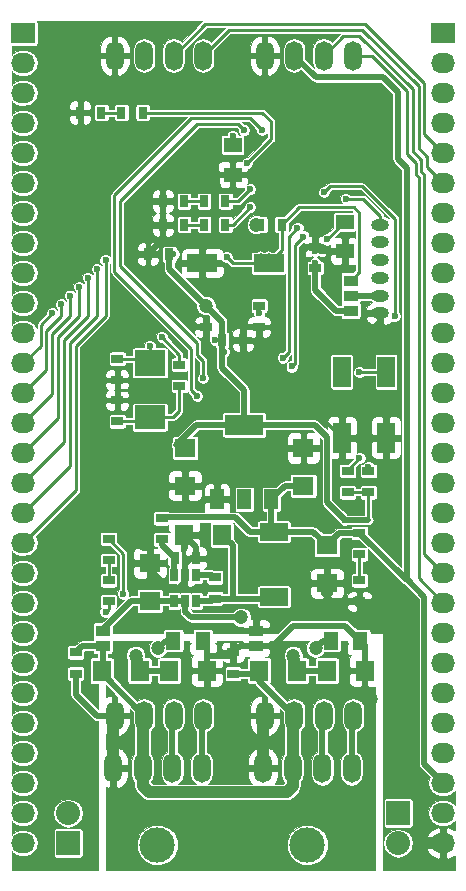
<source format=gbr>
G04 #@! TF.FileFunction,Copper,L1,Top,Signal*
%FSLAX46Y46*%
G04 Gerber Fmt 4.6, Leading zero omitted, Abs format (unit mm)*
G04 Created by KiCad (PCBNEW 4.0.5) date 01/02/17 19:36:28*
%MOMM*%
%LPD*%
G01*
G04 APERTURE LIST*
%ADD10C,0.100000*%
%ADD11R,1.200000X1.700000*%
%ADD12R,3.300000X1.700000*%
%ADD13R,2.032000X1.727200*%
%ADD14O,2.032000X1.727200*%
%ADD15R,1.000000X0.800000*%
%ADD16R,0.800000X1.000000*%
%ADD17R,1.800000X1.600000*%
%ADD18R,1.600000X1.800000*%
%ADD19O,1.524000X1.000000*%
%ADD20R,2.600000X2.200000*%
%ADD21R,2.600000X2.000000*%
%ADD22O,1.500000X2.500000*%
%ADD23R,1.270000X0.965200*%
%ADD24R,2.400000X1.500000*%
%ADD25R,2.032000X2.032000*%
%ADD26O,2.032000X2.032000*%
%ADD27R,2.600000X1.500000*%
%ADD28C,3.000000*%
%ADD29R,1.500000X1.300000*%
%ADD30R,1.300000X1.500000*%
%ADD31R,0.650000X1.060000*%
%ADD32R,1.500000X2.600000*%
%ADD33C,0.600000*%
%ADD34C,1.200000*%
%ADD35C,0.500000*%
%ADD36C,0.250000*%
%ADD37C,1.000000*%
%ADD38C,0.026000*%
G04 APERTURE END LIST*
D10*
D11*
X17700000Y-40750000D03*
X20000000Y-40750000D03*
X22300000Y-40750000D03*
D12*
X20000000Y-34450000D03*
D13*
X36830000Y-1270000D03*
D14*
X36830000Y-3810000D03*
X36830000Y-6350000D03*
X36830000Y-8890000D03*
X36830000Y-11430000D03*
X36830000Y-13970000D03*
X36830000Y-16510000D03*
X36830000Y-19050000D03*
X36830000Y-21590000D03*
X36830000Y-24130000D03*
X36830000Y-26670000D03*
X36830000Y-29210000D03*
X36830000Y-31750000D03*
X36830000Y-34290000D03*
X36830000Y-36830000D03*
X36830000Y-39370000D03*
X36830000Y-41910000D03*
X36830000Y-44450000D03*
X36830000Y-46990000D03*
X36830000Y-49530000D03*
X36830000Y-52070000D03*
X36830000Y-54610000D03*
X36830000Y-57150000D03*
X36830000Y-59690000D03*
X36830000Y-62230000D03*
X36830000Y-64770000D03*
X36830000Y-67310000D03*
X36830000Y-69850000D03*
D15*
X13000000Y-42350000D03*
X13000000Y-44150000D03*
X9250000Y-30650000D03*
X9250000Y-28850000D03*
X16750000Y-24350000D03*
X16750000Y-26150000D03*
D16*
X13650000Y-20000000D03*
X11850000Y-20000000D03*
X18100000Y-27250000D03*
X19900000Y-27250000D03*
D15*
X26000000Y-21150000D03*
X26000000Y-19350000D03*
D17*
X25000000Y-39600000D03*
X25000000Y-36400000D03*
X15000000Y-36400000D03*
X15000000Y-39600000D03*
D18*
X18100000Y-43750000D03*
X14900000Y-43750000D03*
D19*
X31500000Y-25000000D03*
X31500000Y-23500000D03*
X31500000Y-22000000D03*
X31500000Y-20500000D03*
X31500000Y-19000000D03*
X31500000Y-17500000D03*
D15*
X21250000Y-24350000D03*
X21250000Y-26150000D03*
X14500000Y-29350000D03*
X14500000Y-31150000D03*
D16*
X7900000Y-8000000D03*
X6100000Y-8000000D03*
D15*
X29750000Y-47600000D03*
X29750000Y-49400000D03*
D16*
X14100000Y-45750000D03*
X15900000Y-45750000D03*
D15*
X8500000Y-45900000D03*
X8500000Y-44100000D03*
D20*
X12000000Y-29200000D03*
D21*
X12000000Y-33800000D03*
D22*
X29210000Y-3175000D03*
X26710000Y-3175000D03*
X24210000Y-3175000D03*
X21710000Y-3175000D03*
X16510000Y-3175000D03*
X14010000Y-3175000D03*
X11510000Y-3175000D03*
X9010000Y-3175000D03*
D23*
X29000000Y-22230000D03*
X29000000Y-23500000D03*
X29000000Y-24770000D03*
D15*
X9250000Y-32350000D03*
X9250000Y-34150000D03*
X5715000Y-55510000D03*
X5715000Y-53710000D03*
X19050000Y-53710000D03*
X19050000Y-55510000D03*
D17*
X27000000Y-44650000D03*
X27000000Y-47850000D03*
X12000000Y-46150000D03*
X12000000Y-49350000D03*
D15*
X17500000Y-47350000D03*
X17500000Y-49150000D03*
D16*
X11400000Y-8000000D03*
X9600000Y-8000000D03*
D15*
X29750000Y-43600000D03*
X29750000Y-45400000D03*
X8500000Y-49400000D03*
X8500000Y-47600000D03*
D23*
X21000000Y-51865000D03*
X21000000Y-53135000D03*
X8000000Y-51865000D03*
X8000000Y-53135000D03*
D24*
X22500000Y-43500000D03*
X22500000Y-49000000D03*
D22*
X16510000Y-59055000D03*
X14010000Y-59055000D03*
X11510000Y-59055000D03*
X9010000Y-59055000D03*
D25*
X33020000Y-67310000D03*
D26*
X33020000Y-69850000D03*
D22*
X29210000Y-59055000D03*
X26710000Y-59055000D03*
X24210000Y-59055000D03*
X21710000Y-59055000D03*
D25*
X5080000Y-69850000D03*
D26*
X5080000Y-67310000D03*
D16*
X21350000Y-17500000D03*
X23150000Y-17500000D03*
D27*
X22050000Y-20750000D03*
X16450000Y-20750000D03*
D13*
X1270000Y-1270000D03*
D14*
X1270000Y-3810000D03*
X1270000Y-6350000D03*
X1270000Y-8890000D03*
X1270000Y-11430000D03*
X1270000Y-13970000D03*
X1270000Y-16510000D03*
X1270000Y-19050000D03*
X1270000Y-21590000D03*
X1270000Y-24130000D03*
X1270000Y-26670000D03*
X1270000Y-29210000D03*
X1270000Y-31750000D03*
X1270000Y-34290000D03*
X1270000Y-36830000D03*
X1270000Y-39370000D03*
X1270000Y-41910000D03*
X1270000Y-44450000D03*
X1270000Y-46990000D03*
X1270000Y-49530000D03*
X1270000Y-52070000D03*
X1270000Y-54610000D03*
X1270000Y-57150000D03*
X1270000Y-59690000D03*
X1270000Y-62230000D03*
X1270000Y-64770000D03*
X1270000Y-67310000D03*
X1270000Y-69850000D03*
D22*
X8890000Y-63500000D03*
X11390000Y-63500000D03*
X13890000Y-63500000D03*
X16390000Y-63500000D03*
D28*
X12640000Y-70000000D03*
D22*
X21590000Y-63500000D03*
X24090000Y-63500000D03*
X26590000Y-63500000D03*
X29090000Y-63500000D03*
D28*
X25340000Y-70000000D03*
D18*
X7925000Y-55245000D03*
X11125000Y-55245000D03*
X21260000Y-55245000D03*
X24460000Y-55245000D03*
D29*
X19000000Y-10750000D03*
X19000000Y-13250000D03*
X28500000Y-17250000D03*
X28500000Y-19750000D03*
D30*
X13990000Y-52705000D03*
X16490000Y-52705000D03*
X27325000Y-52705000D03*
X29825000Y-52705000D03*
D18*
X16840000Y-55245000D03*
X13640000Y-55245000D03*
X30175000Y-55245000D03*
X26975000Y-55245000D03*
D31*
X15950000Y-47150000D03*
X15000000Y-47150000D03*
X14050000Y-47150000D03*
X14050000Y-49350000D03*
X15950000Y-49350000D03*
X15000000Y-49350000D03*
D15*
X28750000Y-40150000D03*
X28750000Y-38350000D03*
X30500000Y-40150000D03*
X30500000Y-38350000D03*
D32*
X28250000Y-29950000D03*
X28250000Y-35550000D03*
X32000000Y-29950000D03*
X32000000Y-35550000D03*
D16*
X18400000Y-17500000D03*
X16600000Y-17500000D03*
X18400000Y-15500000D03*
X16600000Y-15500000D03*
X14900000Y-17500000D03*
X13100000Y-17500000D03*
X14900000Y-15500000D03*
X13100000Y-15500000D03*
D33*
X28750000Y-33000000D03*
X3750000Y-58500000D03*
X5250000Y-65250000D03*
X7250000Y-31500000D03*
X7250000Y-44250000D03*
X4250000Y-55750000D03*
X3750000Y-63750000D03*
X3750000Y-61000000D03*
X6500000Y-28000000D03*
X17750000Y-14250000D03*
X10250000Y-19750000D03*
D34*
X23000000Y-7000000D03*
X27000000Y-48500000D03*
X22500000Y-36500000D03*
X22500000Y-33000000D03*
X11500000Y-44500000D03*
D33*
X11750000Y-31500000D03*
X12250000Y-21750000D03*
X20000000Y-28250000D03*
X15750000Y-26000000D03*
X26000000Y-19750000D03*
X12000000Y-27750000D03*
X19000000Y-10000000D03*
X27000000Y-18750000D03*
X20250000Y-12250000D03*
D34*
X16750000Y-24350000D03*
D33*
X28500000Y-42500000D03*
D34*
X21000000Y-17500000D03*
X20000000Y-34450000D03*
X20000000Y-41000000D03*
D33*
X14000000Y-20000000D03*
X17500000Y-27250000D03*
X18250000Y-28250000D03*
X26000000Y-20750000D03*
X21250000Y-25000000D03*
D34*
X19750000Y-50750000D03*
D33*
X13000000Y-27000000D03*
X28600000Y-15300000D03*
X18500000Y-20250000D03*
D34*
X12700000Y-53340000D03*
D33*
X9750000Y-48750000D03*
D34*
X30734000Y-57658000D03*
X26035000Y-53340000D03*
X10795000Y-53975000D03*
X24130000Y-53975000D03*
D33*
X8250000Y-50250000D03*
X8250000Y-20500000D03*
X7500000Y-21250000D03*
X6750000Y-22000000D03*
X6000000Y-22750000D03*
X5250000Y-23500000D03*
X4500000Y-24250000D03*
X3750000Y-25000000D03*
X32750000Y-25250000D03*
X26750000Y-14750000D03*
X24000000Y-29500000D03*
X25000000Y-18500000D03*
X23250000Y-28750000D03*
X24500000Y-17750000D03*
X20000000Y-9500000D03*
X16500000Y-30500000D03*
X21500000Y-9500000D03*
X16000000Y-32000000D03*
X28000000Y-30500000D03*
X29750000Y-37250000D03*
X30500000Y-38000000D03*
X29750000Y-30000000D03*
X20500000Y-16000000D03*
X20500000Y-14500000D03*
D35*
X15000000Y-39600000D02*
X16400000Y-39600000D01*
X16400000Y-39600000D02*
X17700000Y-38300000D01*
D36*
X9250000Y-32350000D02*
X8100000Y-32350000D01*
X8100000Y-32350000D02*
X7250000Y-31500000D01*
D37*
X36830000Y-69850000D02*
X35350000Y-69850000D01*
X35000000Y-69500000D02*
X35000000Y-68020000D01*
X35350000Y-69850000D02*
X35000000Y-69500000D01*
D35*
X27000000Y-47850000D02*
X27000000Y-49000000D01*
X27400000Y-49400000D02*
X28550000Y-49400000D01*
X27000000Y-49000000D02*
X27400000Y-49400000D01*
X31500000Y-25000000D02*
X31500000Y-25750000D01*
X31000000Y-26250000D02*
X28000000Y-26250000D01*
X31500000Y-25750000D02*
X31000000Y-26250000D01*
X26000000Y-19350000D02*
X25400000Y-19350000D01*
X25000000Y-19750000D02*
X25000000Y-20350000D01*
X25400000Y-19350000D02*
X25000000Y-19750000D01*
X21250000Y-26150000D02*
X19900000Y-26150000D01*
X20000000Y-26250000D02*
X19900000Y-26250000D01*
X19900000Y-26150000D02*
X20000000Y-26250000D01*
D36*
X9010000Y-3175000D02*
X7075000Y-3175000D01*
X6100000Y-4150000D02*
X6100000Y-8000000D01*
X7075000Y-3175000D02*
X6100000Y-4150000D01*
D35*
X9010000Y-3175000D02*
X9010000Y-6260000D01*
X9750000Y-7000000D02*
X12835000Y-7000000D01*
X9010000Y-6260000D02*
X9750000Y-7000000D01*
X16450000Y-20750000D02*
X16450000Y-22800000D01*
X16450000Y-22800000D02*
X18500000Y-22800000D01*
X18500000Y-22800000D02*
X18500000Y-23000000D01*
X18500000Y-23000000D02*
X18500000Y-22800000D01*
X18500000Y-22800000D02*
X19900000Y-24200000D01*
X19900000Y-24200000D02*
X19900000Y-26250000D01*
X16450000Y-20750000D02*
X16450000Y-19450000D01*
X16000000Y-19000000D02*
X14700000Y-19000000D01*
X16450000Y-19450000D02*
X16000000Y-19000000D01*
D36*
X28250000Y-35550000D02*
X28250000Y-33500000D01*
X28250000Y-33500000D02*
X28750000Y-33000000D01*
X4250000Y-55750000D02*
X3750000Y-56250000D01*
X7250000Y-44250000D02*
X4250000Y-47250000D01*
X4250000Y-47250000D02*
X4250000Y-55750000D01*
X3750000Y-61000000D02*
X3750000Y-63750000D01*
X3750000Y-58500000D02*
X3750000Y-61000000D01*
X3750000Y-56250000D02*
X3750000Y-58500000D01*
X5250000Y-65250000D02*
X3750000Y-63750000D01*
X7250000Y-31500000D02*
X7250000Y-28750000D01*
X7250000Y-28750000D02*
X6500000Y-28000000D01*
X17750000Y-13250000D02*
X17750000Y-14250000D01*
X13100000Y-17500000D02*
X10250000Y-17500000D01*
X10250000Y-17500000D02*
X10500000Y-17500000D01*
X10500000Y-17500000D02*
X10250000Y-17500000D01*
X13100000Y-15500000D02*
X13100000Y-17500000D01*
D35*
X10250000Y-19750000D02*
X10250000Y-17500000D01*
X10250000Y-17500000D02*
X10250000Y-15750000D01*
X10250000Y-15750000D02*
X12750000Y-13250000D01*
X12750000Y-13250000D02*
X17750000Y-13250000D01*
X17750000Y-13250000D02*
X17500000Y-13250000D01*
X11850000Y-20000000D02*
X10500000Y-20000000D01*
X10500000Y-20000000D02*
X10250000Y-19750000D01*
X17500000Y-13250000D02*
X19000000Y-13250000D01*
D36*
X22500000Y-33000000D02*
X25700000Y-33000000D01*
X25700000Y-33000000D02*
X28250000Y-35550000D01*
X28250000Y-35550000D02*
X32000000Y-35550000D01*
D35*
X23000000Y-7000000D02*
X12835000Y-7000000D01*
X19000000Y-13250000D02*
X20750000Y-13250000D01*
X20750000Y-13250000D02*
X23000000Y-11000000D01*
X23000000Y-11000000D02*
X23000000Y-7000000D01*
X23000000Y-7000000D02*
X21710000Y-5710000D01*
X21710000Y-5710000D02*
X21710000Y-3175000D01*
D36*
X16450000Y-22800000D02*
X16510000Y-22860000D01*
D35*
X11850000Y-20000000D02*
X12850000Y-19000000D01*
X12850000Y-19000000D02*
X14700000Y-19000000D01*
X28500000Y-19750000D02*
X26400000Y-19750000D01*
X26400000Y-19750000D02*
X26000000Y-19350000D01*
X22500000Y-33000000D02*
X24000000Y-31500000D01*
X24000000Y-31500000D02*
X28000000Y-27500000D01*
X28000000Y-27500000D02*
X28000000Y-26250000D01*
X19900000Y-26250000D02*
X19900000Y-27250000D01*
X27000000Y-48500000D02*
X27000000Y-47850000D01*
X28550000Y-49400000D02*
X29750000Y-49400000D01*
X19900000Y-27250000D02*
X19900000Y-29900000D01*
X22500000Y-36500000D02*
X22500000Y-36400000D01*
X22500000Y-32500000D02*
X22500000Y-33000000D01*
X19900000Y-29900000D02*
X22500000Y-32500000D01*
X25000000Y-36400000D02*
X22500000Y-36400000D01*
X22500000Y-36400000D02*
X19600000Y-36400000D01*
X19600000Y-36400000D02*
X17700000Y-38300000D01*
X17700000Y-38300000D02*
X17700000Y-40750000D01*
X12000000Y-46150000D02*
X12000000Y-45000000D01*
X12000000Y-45000000D02*
X11500000Y-44500000D01*
D37*
X29750000Y-49400000D02*
X32750000Y-52400000D01*
X32750000Y-63250000D02*
X35000000Y-65500000D01*
X32750000Y-52400000D02*
X32750000Y-63250000D01*
X35000000Y-68020000D02*
X35000000Y-65500000D01*
D36*
X9250000Y-31500000D02*
X11750000Y-31500000D01*
X9250000Y-30650000D02*
X9250000Y-31500000D01*
X9250000Y-31500000D02*
X9250000Y-32350000D01*
X21000000Y-26150000D02*
X21250000Y-26150000D01*
X12250000Y-21750000D02*
X11850000Y-21350000D01*
X11850000Y-21350000D02*
X11850000Y-20000000D01*
X19900000Y-27250000D02*
X19900000Y-28150000D01*
X19900000Y-28150000D02*
X20000000Y-28250000D01*
X16600000Y-26000000D02*
X15750000Y-26000000D01*
X16600000Y-26000000D02*
X16750000Y-26150000D01*
D35*
X25000000Y-20350000D02*
X25000000Y-23250000D01*
X25000000Y-23250000D02*
X28000000Y-26250000D01*
D36*
X26000000Y-19750000D02*
X26000000Y-19350000D01*
D35*
X21000000Y-51865000D02*
X22635000Y-51865000D01*
X22635000Y-51865000D02*
X24000000Y-50500000D01*
X24000000Y-50500000D02*
X25750000Y-50500000D01*
X25750000Y-50500000D02*
X27000000Y-49250000D01*
X27000000Y-49250000D02*
X27000000Y-47850000D01*
X15000000Y-47150000D02*
X15000000Y-46250000D01*
X15000000Y-46250000D02*
X15500000Y-45750000D01*
X15500000Y-45750000D02*
X15900000Y-45750000D01*
X14900000Y-43750000D02*
X15900000Y-44750000D01*
X15900000Y-44750000D02*
X15900000Y-45750000D01*
X15000000Y-47150000D02*
X15000000Y-47750000D01*
X13500000Y-48250000D02*
X12000000Y-46750000D01*
X14500000Y-48250000D02*
X13500000Y-48250000D01*
X15000000Y-47750000D02*
X14500000Y-48250000D01*
X12000000Y-46750000D02*
X12000000Y-46150000D01*
D36*
X12000000Y-33800000D02*
X13950000Y-33800000D01*
X14500000Y-33250000D02*
X14500000Y-31150000D01*
X13950000Y-33800000D02*
X14500000Y-33250000D01*
X9250000Y-34150000D02*
X11650000Y-34150000D01*
X11650000Y-34150000D02*
X12000000Y-33800000D01*
X12000000Y-29200000D02*
X11650000Y-28850000D01*
X11650000Y-28850000D02*
X9250000Y-28850000D01*
X12000000Y-29200000D02*
X12000000Y-27750000D01*
X19000000Y-10000000D02*
X19000000Y-10750000D01*
X28500000Y-17250000D02*
X27000000Y-18750000D01*
X21500000Y-8000000D02*
X11400000Y-8000000D01*
X22250000Y-8750000D02*
X21500000Y-8000000D01*
X22250000Y-10250000D02*
X22250000Y-8750000D01*
X20250000Y-12250000D02*
X22250000Y-10250000D01*
X30500000Y-40150000D02*
X30500000Y-42500000D01*
X28750000Y-40150000D02*
X30500000Y-40150000D01*
D35*
X28500000Y-42500000D02*
X30500000Y-42500000D01*
X28500000Y-42500000D02*
X27000000Y-41000000D01*
X27000000Y-41000000D02*
X27000000Y-39000000D01*
X21000000Y-17500000D02*
X21350000Y-17500000D01*
X13650000Y-20000000D02*
X13650000Y-21250000D01*
X13650000Y-21250000D02*
X16750000Y-24350000D01*
D36*
X21350000Y-17500000D02*
X21000000Y-17500000D01*
D35*
X20000000Y-34450000D02*
X25950000Y-34450000D01*
X27000000Y-35500000D02*
X27000000Y-39000000D01*
X25950000Y-34450000D02*
X27000000Y-35500000D01*
X20000000Y-40750000D02*
X20000000Y-41000000D01*
D36*
X13650000Y-20000000D02*
X14000000Y-20000000D01*
X17500000Y-27250000D02*
X18100000Y-27250000D01*
X18250000Y-28250000D02*
X18100000Y-28250000D01*
X18100000Y-28250000D02*
X18250000Y-28250000D01*
X18250000Y-28250000D02*
X18100000Y-28250000D01*
D35*
X18100000Y-27250000D02*
X18100000Y-28250000D01*
X18100000Y-28250000D02*
X18100000Y-29600000D01*
X20000000Y-31500000D02*
X20000000Y-34450000D01*
X18100000Y-29600000D02*
X20000000Y-31500000D01*
X18100000Y-27250000D02*
X18100000Y-25700000D01*
X18100000Y-25700000D02*
X16750000Y-24350000D01*
X26000000Y-21150000D02*
X26000000Y-23000000D01*
X26000000Y-23000000D02*
X27770000Y-24770000D01*
X29000000Y-24770000D02*
X27770000Y-24770000D01*
D36*
X26000000Y-20750000D02*
X26000000Y-21150000D01*
D35*
X14250000Y-36150000D02*
X15950000Y-34450000D01*
X15950000Y-34450000D02*
X20000000Y-34450000D01*
X17500000Y-47350000D02*
X17300000Y-47150000D01*
X17300000Y-47150000D02*
X15950000Y-47150000D01*
D36*
X21250000Y-25000000D02*
X21250000Y-24350000D01*
D35*
X15000000Y-49350000D02*
X15000000Y-50250000D01*
X15500000Y-50750000D02*
X19750000Y-50750000D01*
X15000000Y-50250000D02*
X15500000Y-50750000D01*
X8000000Y-51865000D02*
X8000000Y-51750000D01*
X10400000Y-49350000D02*
X12000000Y-49350000D01*
X8000000Y-51750000D02*
X10400000Y-49350000D01*
X14050000Y-49350000D02*
X12000000Y-49350000D01*
X15000000Y-49350000D02*
X14050000Y-49350000D01*
D36*
X14500000Y-28500000D02*
X14500000Y-29350000D01*
X13000000Y-27000000D02*
X14500000Y-28500000D01*
X31500000Y-16750000D02*
X31500000Y-17500000D01*
X30050000Y-15300000D02*
X31500000Y-16750000D01*
X28600000Y-15300000D02*
X30050000Y-15300000D01*
X33750000Y-11500000D02*
X33750000Y-6136398D01*
X30788602Y-3175000D02*
X29210000Y-3175000D01*
X30788602Y-3175000D02*
X33750000Y-6136398D01*
X33750000Y-11500000D02*
X34500000Y-12250000D01*
X34500000Y-12250000D02*
X34500000Y-13250000D01*
X34750000Y-47450000D02*
X34750000Y-13500000D01*
X34750000Y-13500000D02*
X34500000Y-13250000D01*
X36830000Y-49530000D02*
X34750000Y-47450000D01*
X34250000Y-11250000D02*
X34250000Y-6000000D01*
X35000000Y-12000000D02*
X34250000Y-11250000D01*
X35000000Y-12000000D02*
X35000000Y-13000000D01*
X35200002Y-45360002D02*
X36830000Y-46990000D01*
X35200002Y-13200002D02*
X35000000Y-13000000D01*
X35200002Y-45360002D02*
X35200002Y-13200002D01*
X26710000Y-3175000D02*
X28385000Y-1500000D01*
X29750000Y-1500000D02*
X28385000Y-1500000D01*
X34250000Y-6000000D02*
X29750000Y-1500000D01*
X34750000Y-10250000D02*
X34750000Y-11000000D01*
X34750000Y-11000000D02*
X35500000Y-11750000D01*
X36830000Y-13970000D02*
X35500000Y-12640000D01*
X35500000Y-12640000D02*
X35500000Y-11750000D01*
X34750000Y-7250000D02*
X34750000Y-5750000D01*
X34750000Y-10250000D02*
X34750000Y-7250000D01*
X18685000Y-1000000D02*
X16510000Y-3175000D01*
X30000000Y-1000000D02*
X18685000Y-1000000D01*
X34750000Y-5750000D02*
X30000000Y-1000000D01*
X35250000Y-7000000D02*
X35250000Y-5500000D01*
X35250000Y-9850000D02*
X35250000Y-7000000D01*
X36830000Y-11430000D02*
X35250000Y-9850000D01*
X16685000Y-500000D02*
X14010000Y-3175000D01*
X30250000Y-500000D02*
X16685000Y-500000D01*
X35250000Y-5500000D02*
X30250000Y-500000D01*
X22050000Y-20750000D02*
X19000000Y-20750000D01*
X19000000Y-20750000D02*
X18500000Y-20250000D01*
X21800000Y-21000000D02*
X22050000Y-20750000D01*
X22050000Y-20750000D02*
X23150000Y-19650000D01*
X23150000Y-19650000D02*
X23150000Y-17500000D01*
X21300000Y-20000000D02*
X22050000Y-20750000D01*
X22000000Y-20000000D02*
X22050000Y-20050000D01*
X22050000Y-20050000D02*
X22050000Y-20750000D01*
X29000000Y-22230000D02*
X29750000Y-21480000D01*
X29750000Y-21480000D02*
X29750000Y-16500000D01*
X29750000Y-16500000D02*
X29250000Y-16000000D01*
X29250000Y-16000000D02*
X24650000Y-16000000D01*
X24650000Y-16000000D02*
X23150000Y-17500000D01*
D35*
X29000000Y-23500000D02*
X31500000Y-23500000D01*
X13335000Y-52705000D02*
X13990000Y-52705000D01*
X12700000Y-53340000D02*
X13335000Y-52705000D01*
D36*
X8500000Y-44100000D02*
X9750000Y-45350000D01*
X9750000Y-45350000D02*
X9750000Y-48750000D01*
D35*
X30175000Y-55245000D02*
X30175000Y-57099000D01*
X30175000Y-57099000D02*
X30734000Y-57658000D01*
X5715000Y-55510000D02*
X5715000Y-57277000D01*
X7493000Y-59055000D02*
X9010000Y-59055000D01*
X5715000Y-57277000D02*
X7493000Y-59055000D01*
X16840000Y-53975000D02*
X18785000Y-53975000D01*
X18785000Y-53975000D02*
X19050000Y-53710000D01*
X29825000Y-52705000D02*
X30175000Y-53055000D01*
X30175000Y-53055000D02*
X30175000Y-55245000D01*
X21000000Y-53135000D02*
X22430000Y-53135000D01*
X28555000Y-51435000D02*
X29825000Y-52705000D01*
X24130000Y-51435000D02*
X28555000Y-51435000D01*
X22430000Y-53135000D02*
X24130000Y-51435000D01*
X19050000Y-53710000D02*
X19625000Y-53135000D01*
X19625000Y-53135000D02*
X21000000Y-53135000D01*
X16490000Y-52705000D02*
X16840000Y-53055000D01*
X16840000Y-53055000D02*
X16840000Y-53975000D01*
X16840000Y-53975000D02*
X16840000Y-55245000D01*
D37*
X21710000Y-59055000D02*
X21590000Y-59175000D01*
X21590000Y-59175000D02*
X21590000Y-63500000D01*
X9010000Y-59055000D02*
X8890000Y-59175000D01*
X8890000Y-59175000D02*
X8890000Y-63500000D01*
D35*
X27325000Y-52705000D02*
X26670000Y-52705000D01*
X26670000Y-52705000D02*
X26035000Y-53340000D01*
X11125000Y-54305000D02*
X11125000Y-55245000D01*
X10795000Y-53975000D02*
X11125000Y-54305000D01*
X11125000Y-55245000D02*
X13640000Y-55245000D01*
X24460000Y-54305000D02*
X24460000Y-55245000D01*
X24130000Y-53975000D02*
X24460000Y-54305000D01*
X24460000Y-55245000D02*
X26975000Y-55245000D01*
D36*
X8500000Y-49400000D02*
X8500000Y-50000000D01*
X8500000Y-50000000D02*
X8250000Y-50250000D01*
D37*
X11390000Y-63500000D02*
X11390000Y-64984000D01*
X24090000Y-65024000D02*
X24090000Y-63500000D01*
X23582000Y-65532000D02*
X24090000Y-65024000D01*
X11938000Y-65532000D02*
X23582000Y-65532000D01*
X11390000Y-64984000D02*
X11938000Y-65532000D01*
D35*
X21260000Y-55245000D02*
X21260000Y-56105000D01*
X21260000Y-56105000D02*
X24210000Y-59055000D01*
X7925000Y-55245000D02*
X7925000Y-55470000D01*
X7925000Y-55470000D02*
X11510000Y-59055000D01*
X21260000Y-55245000D02*
X21590000Y-55245000D01*
X19050000Y-55510000D02*
X20995000Y-55510000D01*
X20995000Y-55510000D02*
X21260000Y-55245000D01*
X7925000Y-55245000D02*
X8000000Y-55170000D01*
X8000000Y-55170000D02*
X8000000Y-53135000D01*
X5715000Y-53710000D02*
X6290000Y-53135000D01*
X6290000Y-53135000D02*
X8000000Y-53135000D01*
D37*
X24210000Y-59055000D02*
X24090000Y-59175000D01*
X24090000Y-59175000D02*
X24090000Y-63500000D01*
X11510000Y-59055000D02*
X11390000Y-59175000D01*
X11390000Y-59175000D02*
X11390000Y-63500000D01*
D35*
X24210000Y-3175000D02*
X26035000Y-5000000D01*
X33000000Y-6250000D02*
X33000000Y-11965000D01*
X31750000Y-5000000D02*
X33000000Y-6250000D01*
X26035000Y-5000000D02*
X31750000Y-5000000D01*
X33750000Y-47500000D02*
X35250000Y-49000000D01*
X35250000Y-49000000D02*
X35250000Y-63190000D01*
X33000000Y-11965000D02*
X33750000Y-12715000D01*
X33750000Y-12715000D02*
X33750000Y-47500000D01*
X33750000Y-47500000D02*
X33750000Y-47600000D01*
X36830000Y-64770000D02*
X35250000Y-63190000D01*
X33750000Y-47600000D02*
X29750000Y-43600000D01*
X22300000Y-40750000D02*
X22300000Y-43300000D01*
X22300000Y-43300000D02*
X22500000Y-43500000D01*
X22500000Y-43500000D02*
X20500000Y-43500000D01*
X20500000Y-43500000D02*
X19250000Y-42250000D01*
X27000000Y-44650000D02*
X28050000Y-43600000D01*
X28050000Y-43600000D02*
X29750000Y-43600000D01*
X25000000Y-39600000D02*
X23450000Y-39600000D01*
X23450000Y-39600000D02*
X22300000Y-40750000D01*
X22300000Y-40750000D02*
X22300000Y-41200000D01*
X22500000Y-43500000D02*
X25850000Y-43500000D01*
X25850000Y-43500000D02*
X27000000Y-44650000D01*
X13000000Y-42350000D02*
X13100000Y-42250000D01*
X13100000Y-42250000D02*
X19250000Y-42250000D01*
X18100000Y-43750000D02*
X19000000Y-44650000D01*
X19000000Y-44650000D02*
X19000000Y-49150000D01*
X17500000Y-49150000D02*
X19000000Y-49150000D01*
X19000000Y-49150000D02*
X19400000Y-49150000D01*
X19400000Y-49150000D02*
X22350000Y-49150000D01*
X22350000Y-49150000D02*
X22500000Y-49000000D01*
X15950000Y-49350000D02*
X17300000Y-49350000D01*
X17300000Y-49350000D02*
X17500000Y-49150000D01*
D36*
X7900000Y-8000000D02*
X9600000Y-8000000D01*
X29750000Y-45400000D02*
X29750000Y-47600000D01*
X8500000Y-45900000D02*
X8500000Y-47600000D01*
D35*
X16510000Y-59055000D02*
X16390000Y-59175000D01*
X16390000Y-59175000D02*
X16390000Y-63500000D01*
X14010000Y-59055000D02*
X13890000Y-59175000D01*
X13890000Y-59175000D02*
X13890000Y-63500000D01*
D36*
X1270000Y-44450000D02*
X5750000Y-39970000D01*
X8250000Y-25250000D02*
X8250000Y-20500000D01*
X5750000Y-27750000D02*
X8250000Y-25250000D01*
X5750000Y-39970000D02*
X5750000Y-27750000D01*
X1270000Y-41910000D02*
X5250000Y-37930000D01*
X7500000Y-25250000D02*
X7500000Y-21250000D01*
X5250000Y-27500000D02*
X7500000Y-25250000D01*
X5250000Y-37930000D02*
X5250000Y-27500000D01*
X6750000Y-22000000D02*
X6750000Y-25250000D01*
X4750000Y-27250000D02*
X4750000Y-35890000D01*
X6750000Y-25250000D02*
X4750000Y-27250000D01*
X1270000Y-39370000D02*
X4750000Y-35890000D01*
X1270000Y-36830000D02*
X4250000Y-33850000D01*
X4250000Y-27000000D02*
X6000000Y-25250000D01*
X4250000Y-33850000D02*
X4250000Y-27000000D01*
X6000000Y-25250000D02*
X6000000Y-22750000D01*
X5250000Y-23500000D02*
X5250000Y-25250000D01*
X3750000Y-26750000D02*
X3750000Y-31810000D01*
X5250000Y-25250000D02*
X3750000Y-26750000D01*
X3750000Y-31810000D02*
X3750000Y-31750000D01*
X3750000Y-31750000D02*
X3750000Y-31810000D01*
X1270000Y-34290000D02*
X3750000Y-31810000D01*
X1270000Y-31750000D02*
X3250000Y-29770000D01*
X3250000Y-29770000D02*
X3250000Y-26500000D01*
X4500000Y-24250000D02*
X4500000Y-25250000D01*
X4500000Y-25250000D02*
X3250000Y-26500000D01*
X1270000Y-29210000D02*
X2750000Y-27730000D01*
X2750000Y-26000000D02*
X3750000Y-25000000D01*
X2750000Y-27730000D02*
X2750000Y-26000000D01*
X32750000Y-25250000D02*
X32750000Y-17000000D01*
X27250000Y-14250000D02*
X26750000Y-14750000D01*
X30000000Y-14250000D02*
X27250000Y-14250000D01*
X32750000Y-17000000D02*
X30000000Y-14250000D01*
D35*
X26710000Y-59055000D02*
X26590000Y-59175000D01*
X26590000Y-59175000D02*
X26590000Y-63500000D01*
X29210000Y-59055000D02*
X29090000Y-59175000D01*
X29090000Y-59175000D02*
X29090000Y-63500000D01*
X14100000Y-45750000D02*
X14050000Y-45800000D01*
X14050000Y-45800000D02*
X14050000Y-47150000D01*
X13000000Y-44150000D02*
X13000000Y-44650000D01*
X13000000Y-44650000D02*
X14100000Y-45750000D01*
D36*
X24250000Y-29250000D02*
X24250000Y-19250000D01*
X24250000Y-29250000D02*
X24000000Y-29500000D01*
X25000000Y-18500000D02*
X24250000Y-19250000D01*
X25000000Y-18500000D02*
X24250000Y-19250000D01*
X23750000Y-28250000D02*
X23750000Y-19000000D01*
X23250000Y-28750000D02*
X23750000Y-28250000D01*
X24500000Y-17750000D02*
X23750000Y-18500000D01*
X23750000Y-18500000D02*
X23750000Y-19000000D01*
X16000000Y-27500000D02*
X9500000Y-21000000D01*
X9500000Y-21000000D02*
X9500000Y-19500000D01*
X16000000Y-28500000D02*
X16000000Y-27500000D01*
X19500000Y-9000000D02*
X16000000Y-9000000D01*
X16000000Y-9000000D02*
X9500000Y-15500000D01*
X9500000Y-15500000D02*
X9500000Y-19500000D01*
X20000000Y-9500000D02*
X19500000Y-9000000D01*
X16500000Y-29000000D02*
X16500000Y-30500000D01*
X16000000Y-28500000D02*
X16500000Y-29000000D01*
X16000000Y-32000000D02*
X15500000Y-31500000D01*
X20500000Y-8500000D02*
X15500000Y-8500000D01*
X15500000Y-8500000D02*
X9000000Y-15000000D01*
X9000000Y-15000000D02*
X9000000Y-21500000D01*
X9000000Y-21500000D02*
X15000000Y-27500000D01*
X21500000Y-9500000D02*
X20500000Y-8500000D01*
X15500000Y-28000000D02*
X15000000Y-27500000D01*
X15500000Y-31500000D02*
X15500000Y-28000000D01*
X28750000Y-38350000D02*
X28750000Y-38250000D01*
X28750000Y-38250000D02*
X29750000Y-37250000D01*
X28000000Y-30500000D02*
X28250000Y-30250000D01*
X28250000Y-30250000D02*
X28250000Y-29950000D01*
X28700000Y-29950000D02*
X28250000Y-29950000D01*
X30500000Y-38000000D02*
X30500000Y-38350000D01*
X29750000Y-30000000D02*
X29800000Y-29950000D01*
X29800000Y-29950000D02*
X32000000Y-29950000D01*
X18400000Y-17500000D02*
X19000000Y-17500000D01*
X19000000Y-17500000D02*
X20500000Y-16000000D01*
X16600000Y-17500000D02*
X14900000Y-17500000D01*
X19500000Y-15500000D02*
X18400000Y-15500000D01*
X20500000Y-14500000D02*
X19500000Y-15500000D01*
X16600000Y-15500000D02*
X14900000Y-15500000D01*
D38*
G36*
X14711235Y-1995761D02*
X14690944Y-1965394D01*
X14378524Y-1756642D01*
X14010000Y-1683338D01*
X13641476Y-1756642D01*
X13329056Y-1965394D01*
X13120304Y-2277814D01*
X13047000Y-2646338D01*
X13047000Y-3703662D01*
X13120304Y-4072186D01*
X13329056Y-4384606D01*
X13641476Y-4593358D01*
X14010000Y-4666662D01*
X14378524Y-4593358D01*
X14690944Y-4384606D01*
X14899696Y-4072186D01*
X14973000Y-3703662D01*
X14973000Y-2690004D01*
X16825004Y-838000D01*
X18368996Y-838000D01*
X17211235Y-1995761D01*
X17190944Y-1965394D01*
X16878524Y-1756642D01*
X16510000Y-1683338D01*
X16141476Y-1756642D01*
X15829056Y-1965394D01*
X15620304Y-2277814D01*
X15547000Y-2646338D01*
X15547000Y-3703662D01*
X15620304Y-4072186D01*
X15829056Y-4384606D01*
X16141476Y-4593358D01*
X16510000Y-4666662D01*
X16878524Y-4593358D01*
X17190944Y-4384606D01*
X17399696Y-4072186D01*
X17473000Y-3703662D01*
X17473000Y-3416000D01*
X20439000Y-3416000D01*
X20439000Y-3916000D01*
X20627976Y-4384046D01*
X20981680Y-4744146D01*
X21276746Y-4869877D01*
X21469000Y-4790002D01*
X21469000Y-3416000D01*
X21951000Y-3416000D01*
X21951000Y-4790002D01*
X22143254Y-4869877D01*
X22438320Y-4744146D01*
X22792024Y-4384046D01*
X22981000Y-3916000D01*
X22981000Y-3416000D01*
X21951000Y-3416000D01*
X21469000Y-3416000D01*
X20439000Y-3416000D01*
X17473000Y-3416000D01*
X17473000Y-2690004D01*
X17729004Y-2434000D01*
X20439000Y-2434000D01*
X20439000Y-2934000D01*
X21469000Y-2934000D01*
X21469000Y-1559998D01*
X21951000Y-1559998D01*
X21951000Y-2934000D01*
X22981000Y-2934000D01*
X22981000Y-2434000D01*
X22792024Y-1965954D01*
X22438320Y-1605854D01*
X22143254Y-1480123D01*
X21951000Y-1559998D01*
X21469000Y-1559998D01*
X21276746Y-1480123D01*
X20981680Y-1605854D01*
X20627976Y-1965954D01*
X20439000Y-2434000D01*
X17729004Y-2434000D01*
X18825004Y-1338000D01*
X28068996Y-1338000D01*
X27411235Y-1995761D01*
X27390944Y-1965394D01*
X27078524Y-1756642D01*
X26710000Y-1683338D01*
X26341476Y-1756642D01*
X26029056Y-1965394D01*
X25820304Y-2277814D01*
X25747000Y-2646338D01*
X25747000Y-3703662D01*
X25820304Y-4072186D01*
X25937775Y-4247995D01*
X25173000Y-3483220D01*
X25173000Y-2646338D01*
X25099696Y-2277814D01*
X24890944Y-1965394D01*
X24578524Y-1756642D01*
X24210000Y-1683338D01*
X23841476Y-1756642D01*
X23529056Y-1965394D01*
X23320304Y-2277814D01*
X23247000Y-2646338D01*
X23247000Y-3703662D01*
X23320304Y-4072186D01*
X23529056Y-4384606D01*
X23841476Y-4593358D01*
X24210000Y-4666662D01*
X24578524Y-4593358D01*
X24815341Y-4435122D01*
X25707610Y-5327391D01*
X25857818Y-5427756D01*
X26035000Y-5463000D01*
X31558220Y-5463000D01*
X32537000Y-6441780D01*
X32537000Y-11965000D01*
X32566397Y-12112786D01*
X32572244Y-12142183D01*
X32672610Y-12292390D01*
X33287000Y-12906781D01*
X33287000Y-46482219D01*
X30467172Y-43662392D01*
X30467172Y-43200000D01*
X30452320Y-43121067D01*
X30405671Y-43048572D01*
X30334492Y-42999938D01*
X30250000Y-42982828D01*
X29250000Y-42982828D01*
X29171067Y-42997680D01*
X29098572Y-43044329D01*
X29049938Y-43115508D01*
X29045586Y-43137000D01*
X28050000Y-43137000D01*
X27902214Y-43166397D01*
X27872817Y-43172244D01*
X27722609Y-43272610D01*
X27362391Y-43632828D01*
X26637608Y-43632828D01*
X26177390Y-43172610D01*
X26027183Y-43072244D01*
X25997786Y-43066397D01*
X25850000Y-43037000D01*
X23917172Y-43037000D01*
X23917172Y-42750000D01*
X23902320Y-42671067D01*
X23855671Y-42598572D01*
X23784492Y-42549938D01*
X23700000Y-42532828D01*
X22763000Y-42532828D01*
X22763000Y-41817172D01*
X22900000Y-41817172D01*
X22978933Y-41802320D01*
X23051428Y-41755671D01*
X23100062Y-41684492D01*
X23117172Y-41600000D01*
X23117172Y-40587608D01*
X23641781Y-40063000D01*
X23882828Y-40063000D01*
X23882828Y-40400000D01*
X23897680Y-40478933D01*
X23944329Y-40551428D01*
X24015508Y-40600062D01*
X24100000Y-40617172D01*
X25900000Y-40617172D01*
X25978933Y-40602320D01*
X26051428Y-40555671D01*
X26100062Y-40484492D01*
X26117172Y-40400000D01*
X26117172Y-38800000D01*
X26102320Y-38721067D01*
X26055671Y-38648572D01*
X25984492Y-38599938D01*
X25900000Y-38582828D01*
X24100000Y-38582828D01*
X24021067Y-38597680D01*
X23948572Y-38644329D01*
X23899938Y-38715508D01*
X23882828Y-38800000D01*
X23882828Y-39137000D01*
X23450000Y-39137000D01*
X23272818Y-39172244D01*
X23122610Y-39272609D01*
X22712391Y-39682828D01*
X21700000Y-39682828D01*
X21621067Y-39697680D01*
X21548572Y-39744329D01*
X21499938Y-39815508D01*
X21482828Y-39900000D01*
X21482828Y-41600000D01*
X21497680Y-41678933D01*
X21544329Y-41751428D01*
X21615508Y-41800062D01*
X21700000Y-41817172D01*
X21837000Y-41817172D01*
X21837000Y-42532828D01*
X21300000Y-42532828D01*
X21221067Y-42547680D01*
X21148572Y-42594329D01*
X21099938Y-42665508D01*
X21082828Y-42750000D01*
X21082828Y-43037000D01*
X20691780Y-43037000D01*
X19577390Y-41922610D01*
X19427183Y-41822244D01*
X19401684Y-41817172D01*
X20600000Y-41817172D01*
X20678933Y-41802320D01*
X20751428Y-41755671D01*
X20800062Y-41684492D01*
X20817172Y-41600000D01*
X20817172Y-39900000D01*
X20802320Y-39821067D01*
X20755671Y-39748572D01*
X20684492Y-39699938D01*
X20600000Y-39682828D01*
X19400000Y-39682828D01*
X19321067Y-39697680D01*
X19248572Y-39744329D01*
X19199938Y-39815508D01*
X19182828Y-39900000D01*
X19182828Y-41600000D01*
X19197680Y-41678933D01*
X19244329Y-41751428D01*
X19315443Y-41800018D01*
X19250000Y-41787000D01*
X18786468Y-41787000D01*
X18821000Y-41703634D01*
X18821000Y-41121250D01*
X18690750Y-40991000D01*
X17941000Y-40991000D01*
X17941000Y-41011000D01*
X17459000Y-41011000D01*
X17459000Y-40991000D01*
X16709250Y-40991000D01*
X16579000Y-41121250D01*
X16579000Y-41703634D01*
X16613532Y-41787000D01*
X13638735Y-41787000D01*
X13584492Y-41749938D01*
X13500000Y-41732828D01*
X12500000Y-41732828D01*
X12421067Y-41747680D01*
X12348572Y-41794329D01*
X12299938Y-41865508D01*
X12282828Y-41950000D01*
X12282828Y-42750000D01*
X12297680Y-42828933D01*
X12344329Y-42901428D01*
X12415508Y-42950062D01*
X12500000Y-42967172D01*
X13500000Y-42967172D01*
X13578933Y-42952320D01*
X13579000Y-42952277D01*
X13579000Y-43378750D01*
X13709248Y-43508998D01*
X13579000Y-43508998D01*
X13579000Y-43548826D01*
X13500000Y-43532828D01*
X12500000Y-43532828D01*
X12421067Y-43547680D01*
X12348572Y-43594329D01*
X12299938Y-43665508D01*
X12282828Y-43750000D01*
X12282828Y-44550000D01*
X12297680Y-44628933D01*
X12344329Y-44701428D01*
X12415508Y-44750062D01*
X12500000Y-44767172D01*
X12560307Y-44767172D01*
X12572244Y-44827183D01*
X12573458Y-44829000D01*
X12371250Y-44829000D01*
X12241000Y-44959250D01*
X12241000Y-45909000D01*
X13290750Y-45909000D01*
X13421000Y-45778750D01*
X13421000Y-45725780D01*
X13482828Y-45787608D01*
X13482828Y-46250000D01*
X13497680Y-46328933D01*
X13544329Y-46401428D01*
X13587000Y-46430584D01*
X13587000Y-46455688D01*
X13573572Y-46464329D01*
X13524938Y-46535508D01*
X13507828Y-46620000D01*
X13507828Y-47680000D01*
X13522680Y-47758933D01*
X13569329Y-47831428D01*
X13640508Y-47880062D01*
X13725000Y-47897172D01*
X14201029Y-47897172D01*
X14233317Y-47975122D01*
X14379877Y-48121682D01*
X14571366Y-48201000D01*
X14707250Y-48201000D01*
X14837500Y-48070750D01*
X14837500Y-47391000D01*
X14739000Y-47391000D01*
X14739000Y-46909000D01*
X14837500Y-46909000D01*
X14837500Y-46229250D01*
X14729500Y-46121250D01*
X14979000Y-46121250D01*
X14979000Y-46353634D01*
X15058318Y-46545123D01*
X15162500Y-46649305D01*
X15162500Y-46909000D01*
X15261000Y-46909000D01*
X15261000Y-47391000D01*
X15162500Y-47391000D01*
X15162500Y-48070750D01*
X15292750Y-48201000D01*
X15428634Y-48201000D01*
X15620123Y-48121682D01*
X15766683Y-47975122D01*
X15798971Y-47897172D01*
X16275000Y-47897172D01*
X16353933Y-47882320D01*
X16426428Y-47835671D01*
X16475062Y-47764492D01*
X16492172Y-47680000D01*
X16492172Y-47613000D01*
X16782828Y-47613000D01*
X16782828Y-47750000D01*
X16797680Y-47828933D01*
X16844329Y-47901428D01*
X16915508Y-47950062D01*
X17000000Y-47967172D01*
X18000000Y-47967172D01*
X18078933Y-47952320D01*
X18151428Y-47905671D01*
X18200062Y-47834492D01*
X18217172Y-47750000D01*
X18217172Y-46950000D01*
X18202320Y-46871067D01*
X18155671Y-46798572D01*
X18084492Y-46749938D01*
X18000000Y-46732828D01*
X17493023Y-46732828D01*
X17477183Y-46722244D01*
X17447786Y-46716397D01*
X17300000Y-46687000D01*
X16599805Y-46687000D01*
X16741682Y-46545123D01*
X16821000Y-46353634D01*
X16821000Y-46121250D01*
X16690750Y-45991000D01*
X16100000Y-45991000D01*
X16100000Y-46011000D01*
X15700000Y-46011000D01*
X15700000Y-45991000D01*
X15109250Y-45991000D01*
X14979000Y-46121250D01*
X14729500Y-46121250D01*
X14717172Y-46108922D01*
X14717172Y-45250000D01*
X14702320Y-45171067D01*
X14686426Y-45146366D01*
X14979000Y-45146366D01*
X14979000Y-45378750D01*
X15109250Y-45509000D01*
X15700000Y-45509000D01*
X15700000Y-45489000D01*
X16100000Y-45489000D01*
X16100000Y-45509000D01*
X16690750Y-45509000D01*
X16821000Y-45378750D01*
X16821000Y-45146366D01*
X16741682Y-44954877D01*
X16595122Y-44808317D01*
X16403633Y-44729000D01*
X16230250Y-44729000D01*
X16221000Y-44738250D01*
X16221000Y-44121250D01*
X16090750Y-43991000D01*
X15141000Y-43991000D01*
X15141000Y-44872195D01*
X15058318Y-44954877D01*
X14979000Y-45146366D01*
X14686426Y-45146366D01*
X14655671Y-45098572D01*
X14623298Y-45076452D01*
X14659000Y-45040750D01*
X14659000Y-43991000D01*
X14639000Y-43991000D01*
X14639000Y-43509000D01*
X14659000Y-43509000D01*
X14659000Y-43489000D01*
X15141000Y-43489000D01*
X15141000Y-43509000D01*
X16090750Y-43509000D01*
X16221000Y-43378750D01*
X16221000Y-42746366D01*
X16207179Y-42713000D01*
X17135815Y-42713000D01*
X17099938Y-42765508D01*
X17082828Y-42850000D01*
X17082828Y-44650000D01*
X17097680Y-44728933D01*
X17144329Y-44801428D01*
X17215508Y-44850062D01*
X17300000Y-44867172D01*
X18537000Y-44867172D01*
X18537000Y-48687000D01*
X18205318Y-48687000D01*
X18202320Y-48671067D01*
X18155671Y-48598572D01*
X18084492Y-48549938D01*
X18000000Y-48532828D01*
X17000000Y-48532828D01*
X16921067Y-48547680D01*
X16848572Y-48594329D01*
X16799938Y-48665508D01*
X16782828Y-48750000D01*
X16782828Y-48887000D01*
X16492172Y-48887000D01*
X16492172Y-48820000D01*
X16477320Y-48741067D01*
X16430671Y-48668572D01*
X16359492Y-48619938D01*
X16275000Y-48602828D01*
X15625000Y-48602828D01*
X15546067Y-48617680D01*
X15474030Y-48664034D01*
X15409492Y-48619938D01*
X15325000Y-48602828D01*
X14675000Y-48602828D01*
X14596067Y-48617680D01*
X14524030Y-48664034D01*
X14459492Y-48619938D01*
X14375000Y-48602828D01*
X13725000Y-48602828D01*
X13646067Y-48617680D01*
X13573572Y-48664329D01*
X13524938Y-48735508D01*
X13507828Y-48820000D01*
X13507828Y-48887000D01*
X13117172Y-48887000D01*
X13117172Y-48550000D01*
X13102320Y-48471067D01*
X13055671Y-48398572D01*
X12984492Y-48349938D01*
X12900000Y-48332828D01*
X11100000Y-48332828D01*
X11021067Y-48347680D01*
X10948572Y-48394329D01*
X10899938Y-48465508D01*
X10882828Y-48550000D01*
X10882828Y-48887000D01*
X10400000Y-48887000D01*
X10234947Y-48919831D01*
X10262910Y-48852490D01*
X10263089Y-48648406D01*
X10185154Y-48459789D01*
X10088000Y-48362466D01*
X10088000Y-46521250D01*
X10579000Y-46521250D01*
X10579000Y-47053633D01*
X10658317Y-47245122D01*
X10804877Y-47391682D01*
X10996366Y-47471000D01*
X11628750Y-47471000D01*
X11759000Y-47340750D01*
X11759000Y-46391000D01*
X12241000Y-46391000D01*
X12241000Y-47340750D01*
X12371250Y-47471000D01*
X13003634Y-47471000D01*
X13195123Y-47391682D01*
X13341683Y-47245122D01*
X13421000Y-47053633D01*
X13421000Y-46521250D01*
X13290750Y-46391000D01*
X12241000Y-46391000D01*
X11759000Y-46391000D01*
X10709250Y-46391000D01*
X10579000Y-46521250D01*
X10088000Y-46521250D01*
X10088000Y-45350000D01*
X10067386Y-45246367D01*
X10579000Y-45246367D01*
X10579000Y-45778750D01*
X10709250Y-45909000D01*
X11759000Y-45909000D01*
X11759000Y-44959250D01*
X11628750Y-44829000D01*
X10996366Y-44829000D01*
X10804877Y-44908318D01*
X10658317Y-45054878D01*
X10579000Y-45246367D01*
X10067386Y-45246367D01*
X10062271Y-45220653D01*
X9989002Y-45110998D01*
X9217172Y-44339168D01*
X9217172Y-43700000D01*
X9202320Y-43621067D01*
X9155671Y-43548572D01*
X9084492Y-43499938D01*
X9000000Y-43482828D01*
X8000000Y-43482828D01*
X7921067Y-43497680D01*
X7848572Y-43544329D01*
X7799938Y-43615508D01*
X7782828Y-43700000D01*
X7782828Y-44500000D01*
X7797680Y-44578933D01*
X7844329Y-44651428D01*
X7915508Y-44700062D01*
X8000000Y-44717172D01*
X8639168Y-44717172D01*
X9412000Y-45490004D01*
X9412000Y-48362552D01*
X9315354Y-48459030D01*
X9237090Y-48647510D01*
X9236911Y-48851594D01*
X9314846Y-49040211D01*
X9459030Y-49184646D01*
X9647510Y-49262910D01*
X9832147Y-49263072D01*
X9177055Y-49918165D01*
X9200062Y-49884492D01*
X9217172Y-49800000D01*
X9217172Y-49000000D01*
X9202320Y-48921067D01*
X9155671Y-48848572D01*
X9084492Y-48799938D01*
X9000000Y-48782828D01*
X8000000Y-48782828D01*
X7921067Y-48797680D01*
X7848572Y-48844329D01*
X7799938Y-48915508D01*
X7782828Y-49000000D01*
X7782828Y-49800000D01*
X7797680Y-49878933D01*
X7835975Y-49938445D01*
X7815354Y-49959030D01*
X7737090Y-50147510D01*
X7736911Y-50351594D01*
X7814846Y-50540211D01*
X7959030Y-50684646D01*
X8147510Y-50762910D01*
X8332148Y-50763072D01*
X7929992Y-51165228D01*
X7365000Y-51165228D01*
X7286067Y-51180080D01*
X7213572Y-51226729D01*
X7164938Y-51297908D01*
X7147828Y-51382400D01*
X7147828Y-52347600D01*
X7162680Y-52426533D01*
X7209329Y-52499028D01*
X7211151Y-52500273D01*
X7164938Y-52567908D01*
X7147828Y-52652400D01*
X7147828Y-52672000D01*
X6290000Y-52672000D01*
X6112818Y-52707244D01*
X5962610Y-52807609D01*
X5677391Y-53092828D01*
X5215000Y-53092828D01*
X5136067Y-53107680D01*
X5063572Y-53154329D01*
X5014938Y-53225508D01*
X4997828Y-53310000D01*
X4997828Y-54110000D01*
X5012680Y-54188933D01*
X5059329Y-54261428D01*
X5130508Y-54310062D01*
X5215000Y-54327172D01*
X6215000Y-54327172D01*
X6293933Y-54312320D01*
X6366428Y-54265671D01*
X6415062Y-54194492D01*
X6432172Y-54110000D01*
X6432172Y-53647609D01*
X6481781Y-53598000D01*
X7147828Y-53598000D01*
X7147828Y-53617600D01*
X7162680Y-53696533D01*
X7209329Y-53769028D01*
X7280508Y-53817662D01*
X7365000Y-53834772D01*
X7537000Y-53834772D01*
X7537000Y-54127828D01*
X7125000Y-54127828D01*
X7046067Y-54142680D01*
X6973572Y-54189329D01*
X6924938Y-54260508D01*
X6907828Y-54345000D01*
X6907828Y-56145000D01*
X6922680Y-56223933D01*
X6969329Y-56296428D01*
X7040508Y-56345062D01*
X7125000Y-56362172D01*
X7607000Y-56362172D01*
X7607000Y-58514219D01*
X6178000Y-57085220D01*
X6178000Y-56127172D01*
X6215000Y-56127172D01*
X6293933Y-56112320D01*
X6366428Y-56065671D01*
X6415062Y-55994492D01*
X6432172Y-55910000D01*
X6432172Y-55110000D01*
X6417320Y-55031067D01*
X6370671Y-54958572D01*
X6299492Y-54909938D01*
X6215000Y-54892828D01*
X5215000Y-54892828D01*
X5136067Y-54907680D01*
X5063572Y-54954329D01*
X5014938Y-55025508D01*
X4997828Y-55110000D01*
X4997828Y-55910000D01*
X5012680Y-55988933D01*
X5059329Y-56061428D01*
X5130508Y-56110062D01*
X5215000Y-56127172D01*
X5252000Y-56127172D01*
X5252000Y-57277000D01*
X5262664Y-57330609D01*
X5287244Y-57454183D01*
X5387610Y-57604390D01*
X7165610Y-59382391D01*
X7263582Y-59447853D01*
X7315818Y-59482756D01*
X7493000Y-59518000D01*
X7607000Y-59518000D01*
X7607000Y-72102000D01*
X288000Y-72102000D01*
X288000Y-70545045D01*
X332251Y-70611271D01*
X681525Y-70844649D01*
X1093522Y-70926600D01*
X1446478Y-70926600D01*
X1858475Y-70844649D01*
X2207749Y-70611271D01*
X2441127Y-70261997D01*
X2523078Y-69850000D01*
X2441127Y-69438003D01*
X2207749Y-69088729D01*
X1858475Y-68855351D01*
X1751136Y-68834000D01*
X3846828Y-68834000D01*
X3846828Y-70866000D01*
X3861680Y-70944933D01*
X3908329Y-71017428D01*
X3979508Y-71066062D01*
X4064000Y-71083172D01*
X6096000Y-71083172D01*
X6174933Y-71068320D01*
X6247428Y-71021671D01*
X6296062Y-70950492D01*
X6313172Y-70866000D01*
X6313172Y-68834000D01*
X6298320Y-68755067D01*
X6251671Y-68682572D01*
X6180492Y-68633938D01*
X6096000Y-68616828D01*
X4064000Y-68616828D01*
X3985067Y-68631680D01*
X3912572Y-68678329D01*
X3863938Y-68749508D01*
X3846828Y-68834000D01*
X1751136Y-68834000D01*
X1446478Y-68773400D01*
X1093522Y-68773400D01*
X681525Y-68855351D01*
X332251Y-69088729D01*
X288000Y-69154955D01*
X288000Y-68005045D01*
X332251Y-68071271D01*
X681525Y-68304649D01*
X1093522Y-68386600D01*
X1446478Y-68386600D01*
X1858475Y-68304649D01*
X2207749Y-68071271D01*
X2441127Y-67721997D01*
X2523078Y-67310000D01*
X3826922Y-67310000D01*
X3920474Y-67780318D01*
X4186888Y-68179034D01*
X4585604Y-68445448D01*
X5055922Y-68539000D01*
X5104078Y-68539000D01*
X5574396Y-68445448D01*
X5973112Y-68179034D01*
X6239526Y-67780318D01*
X6333078Y-67310000D01*
X6239526Y-66839682D01*
X5973112Y-66440966D01*
X5574396Y-66174552D01*
X5104078Y-66081000D01*
X5055922Y-66081000D01*
X4585604Y-66174552D01*
X4186888Y-66440966D01*
X3920474Y-66839682D01*
X3826922Y-67310000D01*
X2523078Y-67310000D01*
X2441127Y-66898003D01*
X2207749Y-66548729D01*
X1858475Y-66315351D01*
X1446478Y-66233400D01*
X1093522Y-66233400D01*
X681525Y-66315351D01*
X332251Y-66548729D01*
X288000Y-66614955D01*
X288000Y-65465045D01*
X332251Y-65531271D01*
X681525Y-65764649D01*
X1093522Y-65846600D01*
X1446478Y-65846600D01*
X1858475Y-65764649D01*
X2207749Y-65531271D01*
X2441127Y-65181997D01*
X2523078Y-64770000D01*
X2441127Y-64358003D01*
X2207749Y-64008729D01*
X1858475Y-63775351D01*
X1446478Y-63693400D01*
X1093522Y-63693400D01*
X681525Y-63775351D01*
X332251Y-64008729D01*
X288000Y-64074955D01*
X288000Y-62925045D01*
X332251Y-62991271D01*
X681525Y-63224649D01*
X1093522Y-63306600D01*
X1446478Y-63306600D01*
X1858475Y-63224649D01*
X2207749Y-62991271D01*
X2441127Y-62641997D01*
X2523078Y-62230000D01*
X2441127Y-61818003D01*
X2207749Y-61468729D01*
X1858475Y-61235351D01*
X1446478Y-61153400D01*
X1093522Y-61153400D01*
X681525Y-61235351D01*
X332251Y-61468729D01*
X288000Y-61534955D01*
X288000Y-60385045D01*
X332251Y-60451271D01*
X681525Y-60684649D01*
X1093522Y-60766600D01*
X1446478Y-60766600D01*
X1858475Y-60684649D01*
X2207749Y-60451271D01*
X2441127Y-60101997D01*
X2523078Y-59690000D01*
X2441127Y-59278003D01*
X2207749Y-58928729D01*
X1858475Y-58695351D01*
X1446478Y-58613400D01*
X1093522Y-58613400D01*
X681525Y-58695351D01*
X332251Y-58928729D01*
X288000Y-58994955D01*
X288000Y-57845045D01*
X332251Y-57911271D01*
X681525Y-58144649D01*
X1093522Y-58226600D01*
X1446478Y-58226600D01*
X1858475Y-58144649D01*
X2207749Y-57911271D01*
X2441127Y-57561997D01*
X2523078Y-57150000D01*
X2441127Y-56738003D01*
X2207749Y-56388729D01*
X1858475Y-56155351D01*
X1446478Y-56073400D01*
X1093522Y-56073400D01*
X681525Y-56155351D01*
X332251Y-56388729D01*
X288000Y-56454955D01*
X288000Y-55305045D01*
X332251Y-55371271D01*
X681525Y-55604649D01*
X1093522Y-55686600D01*
X1446478Y-55686600D01*
X1858475Y-55604649D01*
X2207749Y-55371271D01*
X2441127Y-55021997D01*
X2523078Y-54610000D01*
X2441127Y-54198003D01*
X2207749Y-53848729D01*
X1858475Y-53615351D01*
X1446478Y-53533400D01*
X1093522Y-53533400D01*
X681525Y-53615351D01*
X332251Y-53848729D01*
X288000Y-53914955D01*
X288000Y-52765045D01*
X332251Y-52831271D01*
X681525Y-53064649D01*
X1093522Y-53146600D01*
X1446478Y-53146600D01*
X1858475Y-53064649D01*
X2207749Y-52831271D01*
X2441127Y-52481997D01*
X2523078Y-52070000D01*
X2441127Y-51658003D01*
X2207749Y-51308729D01*
X1858475Y-51075351D01*
X1446478Y-50993400D01*
X1093522Y-50993400D01*
X681525Y-51075351D01*
X332251Y-51308729D01*
X288000Y-51374955D01*
X288000Y-50225045D01*
X332251Y-50291271D01*
X681525Y-50524649D01*
X1093522Y-50606600D01*
X1446478Y-50606600D01*
X1858475Y-50524649D01*
X2207749Y-50291271D01*
X2441127Y-49941997D01*
X2523078Y-49530000D01*
X2441127Y-49118003D01*
X2207749Y-48768729D01*
X1858475Y-48535351D01*
X1446478Y-48453400D01*
X1093522Y-48453400D01*
X681525Y-48535351D01*
X332251Y-48768729D01*
X288000Y-48834955D01*
X288000Y-47685045D01*
X332251Y-47751271D01*
X681525Y-47984649D01*
X1093522Y-48066600D01*
X1446478Y-48066600D01*
X1858475Y-47984649D01*
X2207749Y-47751271D01*
X2441127Y-47401997D01*
X2523078Y-46990000D01*
X2441127Y-46578003D01*
X2207749Y-46228729D01*
X1858475Y-45995351D01*
X1446478Y-45913400D01*
X1093522Y-45913400D01*
X681525Y-45995351D01*
X332251Y-46228729D01*
X288000Y-46294955D01*
X288000Y-45145045D01*
X332251Y-45211271D01*
X681525Y-45444649D01*
X1093522Y-45526600D01*
X1446478Y-45526600D01*
X1580205Y-45500000D01*
X7782828Y-45500000D01*
X7782828Y-46300000D01*
X7797680Y-46378933D01*
X7844329Y-46451428D01*
X7915508Y-46500062D01*
X8000000Y-46517172D01*
X8162000Y-46517172D01*
X8162000Y-46982828D01*
X8000000Y-46982828D01*
X7921067Y-46997680D01*
X7848572Y-47044329D01*
X7799938Y-47115508D01*
X7782828Y-47200000D01*
X7782828Y-48000000D01*
X7797680Y-48078933D01*
X7844329Y-48151428D01*
X7915508Y-48200062D01*
X8000000Y-48217172D01*
X9000000Y-48217172D01*
X9078933Y-48202320D01*
X9151428Y-48155671D01*
X9200062Y-48084492D01*
X9217172Y-48000000D01*
X9217172Y-47200000D01*
X9202320Y-47121067D01*
X9155671Y-47048572D01*
X9084492Y-46999938D01*
X9000000Y-46982828D01*
X8838000Y-46982828D01*
X8838000Y-46517172D01*
X9000000Y-46517172D01*
X9078933Y-46502320D01*
X9151428Y-46455671D01*
X9200062Y-46384492D01*
X9217172Y-46300000D01*
X9217172Y-45500000D01*
X9202320Y-45421067D01*
X9155671Y-45348572D01*
X9084492Y-45299938D01*
X9000000Y-45282828D01*
X8000000Y-45282828D01*
X7921067Y-45297680D01*
X7848572Y-45344329D01*
X7799938Y-45415508D01*
X7782828Y-45500000D01*
X1580205Y-45500000D01*
X1858475Y-45444649D01*
X2207749Y-45211271D01*
X2441127Y-44861997D01*
X2523078Y-44450000D01*
X2441127Y-44038003D01*
X2328524Y-43869480D01*
X5989002Y-40209002D01*
X6062271Y-40099347D01*
X6087751Y-39971250D01*
X13579000Y-39971250D01*
X13579000Y-40503633D01*
X13658317Y-40695122D01*
X13804877Y-40841682D01*
X13996366Y-40921000D01*
X14628750Y-40921000D01*
X14759000Y-40790750D01*
X14759000Y-39841000D01*
X15241000Y-39841000D01*
X15241000Y-40790750D01*
X15371250Y-40921000D01*
X16003634Y-40921000D01*
X16195123Y-40841682D01*
X16341683Y-40695122D01*
X16421000Y-40503633D01*
X16421000Y-39971250D01*
X16290750Y-39841000D01*
X15241000Y-39841000D01*
X14759000Y-39841000D01*
X13709250Y-39841000D01*
X13579000Y-39971250D01*
X6087751Y-39971250D01*
X6088000Y-39970000D01*
X6088000Y-39796366D01*
X16579000Y-39796366D01*
X16579000Y-40378750D01*
X16709250Y-40509000D01*
X17459000Y-40509000D01*
X17459000Y-39509250D01*
X17941000Y-39509250D01*
X17941000Y-40509000D01*
X18690750Y-40509000D01*
X18821000Y-40378750D01*
X18821000Y-39796366D01*
X18741682Y-39604877D01*
X18595122Y-39458317D01*
X18403633Y-39379000D01*
X18071250Y-39379000D01*
X17941000Y-39509250D01*
X17459000Y-39509250D01*
X17328750Y-39379000D01*
X16996367Y-39379000D01*
X16804878Y-39458317D01*
X16658318Y-39604877D01*
X16579000Y-39796366D01*
X6088000Y-39796366D01*
X6088000Y-38696367D01*
X13579000Y-38696367D01*
X13579000Y-39228750D01*
X13709250Y-39359000D01*
X14759000Y-39359000D01*
X14759000Y-38409250D01*
X15241000Y-38409250D01*
X15241000Y-39359000D01*
X16290750Y-39359000D01*
X16421000Y-39228750D01*
X16421000Y-38696367D01*
X16341683Y-38504878D01*
X16195123Y-38358318D01*
X16003634Y-38279000D01*
X15371250Y-38279000D01*
X15241000Y-38409250D01*
X14759000Y-38409250D01*
X14628750Y-38279000D01*
X13996366Y-38279000D01*
X13804877Y-38358318D01*
X13658317Y-38504878D01*
X13579000Y-38696367D01*
X6088000Y-38696367D01*
X6088000Y-32680250D01*
X8229000Y-32680250D01*
X8229000Y-32853633D01*
X8308317Y-33045122D01*
X8454877Y-33191682D01*
X8646366Y-33271000D01*
X8878750Y-33271000D01*
X9009000Y-33140750D01*
X9009000Y-32550000D01*
X9491000Y-32550000D01*
X9491000Y-33140750D01*
X9621250Y-33271000D01*
X9853634Y-33271000D01*
X10045123Y-33191682D01*
X10191683Y-33045122D01*
X10271000Y-32853633D01*
X10271000Y-32680250D01*
X10140750Y-32550000D01*
X9491000Y-32550000D01*
X9009000Y-32550000D01*
X8359250Y-32550000D01*
X8229000Y-32680250D01*
X6088000Y-32680250D01*
X6088000Y-30980250D01*
X8229000Y-30980250D01*
X8229000Y-31153633D01*
X8308317Y-31345122D01*
X8454877Y-31491682D01*
X8474958Y-31500000D01*
X8454877Y-31508318D01*
X8308317Y-31654878D01*
X8229000Y-31846367D01*
X8229000Y-32019750D01*
X8359250Y-32150000D01*
X9009000Y-32150000D01*
X9009000Y-31559250D01*
X8949750Y-31500000D01*
X9009000Y-31440750D01*
X9009000Y-30850000D01*
X9491000Y-30850000D01*
X9491000Y-31440750D01*
X9550250Y-31500000D01*
X9491000Y-31559250D01*
X9491000Y-32150000D01*
X10140750Y-32150000D01*
X10271000Y-32019750D01*
X10271000Y-31846367D01*
X10191683Y-31654878D01*
X10045123Y-31508318D01*
X10025042Y-31500000D01*
X10045123Y-31491682D01*
X10191683Y-31345122D01*
X10271000Y-31153633D01*
X10271000Y-30980250D01*
X10140750Y-30850000D01*
X9491000Y-30850000D01*
X9009000Y-30850000D01*
X8359250Y-30850000D01*
X8229000Y-30980250D01*
X6088000Y-30980250D01*
X6088000Y-30146367D01*
X8229000Y-30146367D01*
X8229000Y-30319750D01*
X8359250Y-30450000D01*
X9009000Y-30450000D01*
X9009000Y-29859250D01*
X9491000Y-29859250D01*
X9491000Y-30450000D01*
X10140750Y-30450000D01*
X10271000Y-30319750D01*
X10271000Y-30146367D01*
X10191683Y-29954878D01*
X10045123Y-29808318D01*
X9853634Y-29729000D01*
X9621250Y-29729000D01*
X9491000Y-29859250D01*
X9009000Y-29859250D01*
X8878750Y-29729000D01*
X8646366Y-29729000D01*
X8454877Y-29808318D01*
X8308317Y-29954878D01*
X8229000Y-30146367D01*
X6088000Y-30146367D01*
X6088000Y-28450000D01*
X8532828Y-28450000D01*
X8532828Y-29250000D01*
X8547680Y-29328933D01*
X8594329Y-29401428D01*
X8665508Y-29450062D01*
X8750000Y-29467172D01*
X9750000Y-29467172D01*
X9828933Y-29452320D01*
X9901428Y-29405671D01*
X9950062Y-29334492D01*
X9967172Y-29250000D01*
X9967172Y-29188000D01*
X10482828Y-29188000D01*
X10482828Y-30300000D01*
X10497680Y-30378933D01*
X10544329Y-30451428D01*
X10615508Y-30500062D01*
X10700000Y-30517172D01*
X13300000Y-30517172D01*
X13378933Y-30502320D01*
X13451428Y-30455671D01*
X13500062Y-30384492D01*
X13517172Y-30300000D01*
X13517172Y-28100000D01*
X13502320Y-28021067D01*
X13455671Y-27948572D01*
X13384492Y-27899938D01*
X13300000Y-27882828D01*
X12500313Y-27882828D01*
X12512910Y-27852490D01*
X12513089Y-27648406D01*
X12435154Y-27459789D01*
X12290970Y-27315354D01*
X12102490Y-27237090D01*
X11898406Y-27236911D01*
X11709789Y-27314846D01*
X11565354Y-27459030D01*
X11487090Y-27647510D01*
X11486911Y-27851594D01*
X11499817Y-27882828D01*
X10700000Y-27882828D01*
X10621067Y-27897680D01*
X10548572Y-27944329D01*
X10499938Y-28015508D01*
X10482828Y-28100000D01*
X10482828Y-28512000D01*
X9967172Y-28512000D01*
X9967172Y-28450000D01*
X9952320Y-28371067D01*
X9905671Y-28298572D01*
X9834492Y-28249938D01*
X9750000Y-28232828D01*
X8750000Y-28232828D01*
X8671067Y-28247680D01*
X8598572Y-28294329D01*
X8549938Y-28365508D01*
X8532828Y-28450000D01*
X6088000Y-28450000D01*
X6088000Y-27890004D01*
X8489002Y-25489002D01*
X8562271Y-25379347D01*
X8588000Y-25250000D01*
X8588000Y-20887448D01*
X8662000Y-20813577D01*
X8662000Y-21500000D01*
X8687729Y-21629347D01*
X8760998Y-21739002D01*
X15162000Y-28140004D01*
X15162000Y-28808408D01*
X15155671Y-28798572D01*
X15084492Y-28749938D01*
X15000000Y-28732828D01*
X14838000Y-28732828D01*
X14838000Y-28500000D01*
X14812271Y-28370653D01*
X14739002Y-28260998D01*
X13512969Y-27034965D01*
X13513089Y-26898406D01*
X13435154Y-26709789D01*
X13290970Y-26565354D01*
X13102490Y-26487090D01*
X12898406Y-26486911D01*
X12709789Y-26564846D01*
X12565354Y-26709030D01*
X12487090Y-26897510D01*
X12486911Y-27101594D01*
X12564846Y-27290211D01*
X12709030Y-27434646D01*
X12897510Y-27512910D01*
X13035027Y-27513031D01*
X14162000Y-28640004D01*
X14162000Y-28732828D01*
X14000000Y-28732828D01*
X13921067Y-28747680D01*
X13848572Y-28794329D01*
X13799938Y-28865508D01*
X13782828Y-28950000D01*
X13782828Y-29750000D01*
X13797680Y-29828933D01*
X13844329Y-29901428D01*
X13915508Y-29950062D01*
X14000000Y-29967172D01*
X15000000Y-29967172D01*
X15078933Y-29952320D01*
X15151428Y-29905671D01*
X15162000Y-29890198D01*
X15162000Y-30608408D01*
X15155671Y-30598572D01*
X15084492Y-30549938D01*
X15000000Y-30532828D01*
X14000000Y-30532828D01*
X13921067Y-30547680D01*
X13848572Y-30594329D01*
X13799938Y-30665508D01*
X13782828Y-30750000D01*
X13782828Y-31550000D01*
X13797680Y-31628933D01*
X13844329Y-31701428D01*
X13915508Y-31750062D01*
X14000000Y-31767172D01*
X14162000Y-31767172D01*
X14162000Y-33109996D01*
X13809996Y-33462000D01*
X13517172Y-33462000D01*
X13517172Y-32800000D01*
X13502320Y-32721067D01*
X13455671Y-32648572D01*
X13384492Y-32599938D01*
X13300000Y-32582828D01*
X10700000Y-32582828D01*
X10621067Y-32597680D01*
X10548572Y-32644329D01*
X10499938Y-32715508D01*
X10482828Y-32800000D01*
X10482828Y-33812000D01*
X9967172Y-33812000D01*
X9967172Y-33750000D01*
X9952320Y-33671067D01*
X9905671Y-33598572D01*
X9834492Y-33549938D01*
X9750000Y-33532828D01*
X8750000Y-33532828D01*
X8671067Y-33547680D01*
X8598572Y-33594329D01*
X8549938Y-33665508D01*
X8532828Y-33750000D01*
X8532828Y-34550000D01*
X8547680Y-34628933D01*
X8594329Y-34701428D01*
X8665508Y-34750062D01*
X8750000Y-34767172D01*
X9750000Y-34767172D01*
X9828933Y-34752320D01*
X9901428Y-34705671D01*
X9950062Y-34634492D01*
X9967172Y-34550000D01*
X9967172Y-34488000D01*
X10482828Y-34488000D01*
X10482828Y-34800000D01*
X10497680Y-34878933D01*
X10544329Y-34951428D01*
X10615508Y-35000062D01*
X10700000Y-35017172D01*
X13300000Y-35017172D01*
X13378933Y-35002320D01*
X13451428Y-34955671D01*
X13500062Y-34884492D01*
X13517172Y-34800000D01*
X13517172Y-34138000D01*
X13950000Y-34138000D01*
X14079347Y-34112271D01*
X14189002Y-34039002D01*
X14739002Y-33489002D01*
X14812271Y-33379347D01*
X14838000Y-33250000D01*
X14838000Y-31767172D01*
X15000000Y-31767172D01*
X15078933Y-31752320D01*
X15151428Y-31705671D01*
X15195565Y-31641074D01*
X15260998Y-31739002D01*
X15487031Y-31965035D01*
X15486911Y-32101594D01*
X15564846Y-32290211D01*
X15709030Y-32434646D01*
X15897510Y-32512910D01*
X16101594Y-32513089D01*
X16290211Y-32435154D01*
X16434646Y-32290970D01*
X16512910Y-32102490D01*
X16513089Y-31898406D01*
X16435154Y-31709789D01*
X16290970Y-31565354D01*
X16102490Y-31487090D01*
X15964973Y-31486969D01*
X15838000Y-31359996D01*
X15838000Y-28816004D01*
X16162000Y-29140004D01*
X16162000Y-30112552D01*
X16065354Y-30209030D01*
X15987090Y-30397510D01*
X15986911Y-30601594D01*
X16064846Y-30790211D01*
X16209030Y-30934646D01*
X16397510Y-31012910D01*
X16601594Y-31013089D01*
X16790211Y-30935154D01*
X16934646Y-30790970D01*
X17012910Y-30602490D01*
X17013089Y-30398406D01*
X16935154Y-30209789D01*
X16838000Y-30112466D01*
X16838000Y-29000000D01*
X16812271Y-28870653D01*
X16739002Y-28760998D01*
X16338000Y-28359996D01*
X16338000Y-27500000D01*
X16312271Y-27370653D01*
X16239002Y-27260998D01*
X15980158Y-27002154D01*
X16146366Y-27071000D01*
X16378750Y-27071000D01*
X16509000Y-26940750D01*
X16509000Y-26350000D01*
X15859250Y-26350000D01*
X15729000Y-26480250D01*
X15729000Y-26653633D01*
X15797846Y-26819842D01*
X14624371Y-25646367D01*
X15729000Y-25646367D01*
X15729000Y-25819750D01*
X15859250Y-25950000D01*
X16509000Y-25950000D01*
X16509000Y-25359250D01*
X16378750Y-25229000D01*
X16146366Y-25229000D01*
X15954877Y-25308318D01*
X15808317Y-25454878D01*
X15729000Y-25646367D01*
X14624371Y-25646367D01*
X9838000Y-20859996D01*
X9838000Y-20371250D01*
X10929000Y-20371250D01*
X10929000Y-20603634D01*
X11008318Y-20795123D01*
X11154878Y-20941683D01*
X11346367Y-21021000D01*
X11519750Y-21021000D01*
X11650000Y-20890750D01*
X11650000Y-20241000D01*
X12050000Y-20241000D01*
X12050000Y-20890750D01*
X12180250Y-21021000D01*
X12353633Y-21021000D01*
X12545122Y-20941683D01*
X12691682Y-20795123D01*
X12771000Y-20603634D01*
X12771000Y-20371250D01*
X12640750Y-20241000D01*
X12050000Y-20241000D01*
X11650000Y-20241000D01*
X11059250Y-20241000D01*
X10929000Y-20371250D01*
X9838000Y-20371250D01*
X9838000Y-19396366D01*
X10929000Y-19396366D01*
X10929000Y-19628750D01*
X11059250Y-19759000D01*
X11650000Y-19759000D01*
X11650000Y-19109250D01*
X12050000Y-19109250D01*
X12050000Y-19759000D01*
X12640750Y-19759000D01*
X12771000Y-19628750D01*
X12771000Y-19500000D01*
X13032828Y-19500000D01*
X13032828Y-20500000D01*
X13047680Y-20578933D01*
X13094329Y-20651428D01*
X13165508Y-20700062D01*
X13187000Y-20704414D01*
X13187000Y-21250000D01*
X13216397Y-21397786D01*
X13222244Y-21427183D01*
X13322610Y-21577390D01*
X15937137Y-24191917D01*
X15936859Y-24511006D01*
X16032828Y-24743269D01*
X16032828Y-24750000D01*
X16047680Y-24828933D01*
X16094329Y-24901428D01*
X16165508Y-24950062D01*
X16209067Y-24958883D01*
X16288871Y-25038826D01*
X16587575Y-25162859D01*
X16908358Y-25163139D01*
X17047735Y-25302515D01*
X16991000Y-25359250D01*
X16991000Y-25950000D01*
X17011000Y-25950000D01*
X17011000Y-26350000D01*
X16991000Y-26350000D01*
X16991000Y-26940750D01*
X17048902Y-26998652D01*
X16987090Y-27147510D01*
X16986911Y-27351594D01*
X17064846Y-27540211D01*
X17209030Y-27684646D01*
X17397510Y-27762910D01*
X17485272Y-27762987D01*
X17497680Y-27828933D01*
X17544329Y-27901428D01*
X17615508Y-27950062D01*
X17637000Y-27954414D01*
X17637000Y-29600000D01*
X17666397Y-29747786D01*
X17672244Y-29777183D01*
X17772610Y-29927390D01*
X19537000Y-31691781D01*
X19537000Y-33382828D01*
X18350000Y-33382828D01*
X18271067Y-33397680D01*
X18198572Y-33444329D01*
X18149938Y-33515508D01*
X18132828Y-33600000D01*
X18132828Y-33987000D01*
X15950000Y-33987000D01*
X15802214Y-34016397D01*
X15772817Y-34022244D01*
X15622610Y-34122610D01*
X14362392Y-35382828D01*
X14100000Y-35382828D01*
X14021067Y-35397680D01*
X13948572Y-35444329D01*
X13899938Y-35515508D01*
X13882828Y-35600000D01*
X13882828Y-35882147D01*
X13822244Y-35972817D01*
X13787001Y-36150000D01*
X13822244Y-36327183D01*
X13882828Y-36417853D01*
X13882828Y-37200000D01*
X13897680Y-37278933D01*
X13944329Y-37351428D01*
X14015508Y-37400062D01*
X14100000Y-37417172D01*
X15900000Y-37417172D01*
X15978933Y-37402320D01*
X16051428Y-37355671D01*
X16100062Y-37284492D01*
X16117172Y-37200000D01*
X16117172Y-36771250D01*
X23579000Y-36771250D01*
X23579000Y-37303633D01*
X23658317Y-37495122D01*
X23804877Y-37641682D01*
X23996366Y-37721000D01*
X24628750Y-37721000D01*
X24759000Y-37590750D01*
X24759000Y-36641000D01*
X25241000Y-36641000D01*
X25241000Y-37590750D01*
X25371250Y-37721000D01*
X26003634Y-37721000D01*
X26195123Y-37641682D01*
X26341683Y-37495122D01*
X26421000Y-37303633D01*
X26421000Y-36771250D01*
X26290750Y-36641000D01*
X25241000Y-36641000D01*
X24759000Y-36641000D01*
X23709250Y-36641000D01*
X23579000Y-36771250D01*
X16117172Y-36771250D01*
X16117172Y-35600000D01*
X16102320Y-35521067D01*
X16055671Y-35448572D01*
X15984492Y-35399938D01*
X15900000Y-35382828D01*
X15671952Y-35382828D01*
X16141780Y-34913000D01*
X18132828Y-34913000D01*
X18132828Y-35300000D01*
X18147680Y-35378933D01*
X18194329Y-35451428D01*
X18265508Y-35500062D01*
X18350000Y-35517172D01*
X21650000Y-35517172D01*
X21728933Y-35502320D01*
X21738184Y-35496367D01*
X23579000Y-35496367D01*
X23579000Y-36028750D01*
X23709250Y-36159000D01*
X24759000Y-36159000D01*
X24759000Y-35209250D01*
X24628750Y-35079000D01*
X23996366Y-35079000D01*
X23804877Y-35158318D01*
X23658317Y-35304878D01*
X23579000Y-35496367D01*
X21738184Y-35496367D01*
X21801428Y-35455671D01*
X21850062Y-35384492D01*
X21867172Y-35300000D01*
X21867172Y-34913000D01*
X25758220Y-34913000D01*
X25924220Y-35079000D01*
X25371250Y-35079000D01*
X25241000Y-35209250D01*
X25241000Y-36159000D01*
X26290750Y-36159000D01*
X26421000Y-36028750D01*
X26421000Y-35575781D01*
X26537000Y-35691781D01*
X26537000Y-41000000D01*
X26566397Y-41147786D01*
X26572244Y-41177183D01*
X26672610Y-41327390D01*
X28015145Y-42669926D01*
X28064846Y-42790211D01*
X28209030Y-42934646D01*
X28397510Y-43012910D01*
X28601594Y-43013089D01*
X28722819Y-42963000D01*
X30500000Y-42963000D01*
X30677182Y-42927756D01*
X30827390Y-42827390D01*
X30927756Y-42677182D01*
X30963000Y-42500000D01*
X30927756Y-42322818D01*
X30838000Y-42188489D01*
X30838000Y-40767172D01*
X31000000Y-40767172D01*
X31078933Y-40752320D01*
X31151428Y-40705671D01*
X31200062Y-40634492D01*
X31217172Y-40550000D01*
X31217172Y-39750000D01*
X31202320Y-39671067D01*
X31155671Y-39598572D01*
X31084492Y-39549938D01*
X31000000Y-39532828D01*
X30000000Y-39532828D01*
X29921067Y-39547680D01*
X29848572Y-39594329D01*
X29799938Y-39665508D01*
X29782828Y-39750000D01*
X29782828Y-39812000D01*
X29467172Y-39812000D01*
X29467172Y-39750000D01*
X29452320Y-39671067D01*
X29405671Y-39598572D01*
X29334492Y-39549938D01*
X29250000Y-39532828D01*
X28250000Y-39532828D01*
X28171067Y-39547680D01*
X28098572Y-39594329D01*
X28049938Y-39665508D01*
X28032828Y-39750000D01*
X28032828Y-40550000D01*
X28047680Y-40628933D01*
X28094329Y-40701428D01*
X28165508Y-40750062D01*
X28250000Y-40767172D01*
X29250000Y-40767172D01*
X29328933Y-40752320D01*
X29401428Y-40705671D01*
X29450062Y-40634492D01*
X29467172Y-40550000D01*
X29467172Y-40488000D01*
X29782828Y-40488000D01*
X29782828Y-40550000D01*
X29797680Y-40628933D01*
X29844329Y-40701428D01*
X29915508Y-40750062D01*
X30000000Y-40767172D01*
X30162000Y-40767172D01*
X30162000Y-42037000D01*
X28722686Y-42037000D01*
X28669835Y-42015054D01*
X27463000Y-40808220D01*
X27463000Y-37950000D01*
X28032828Y-37950000D01*
X28032828Y-38750000D01*
X28047680Y-38828933D01*
X28094329Y-38901428D01*
X28165508Y-38950062D01*
X28250000Y-38967172D01*
X29250000Y-38967172D01*
X29328933Y-38952320D01*
X29401428Y-38905671D01*
X29450062Y-38834492D01*
X29467172Y-38750000D01*
X29467172Y-38010832D01*
X29528004Y-37950000D01*
X29782828Y-37950000D01*
X29782828Y-38750000D01*
X29797680Y-38828933D01*
X29844329Y-38901428D01*
X29915508Y-38950062D01*
X30000000Y-38967172D01*
X31000000Y-38967172D01*
X31078933Y-38952320D01*
X31151428Y-38905671D01*
X31200062Y-38834492D01*
X31217172Y-38750000D01*
X31217172Y-37950000D01*
X31202320Y-37871067D01*
X31155671Y-37798572D01*
X31084492Y-37749938D01*
X31000000Y-37732828D01*
X30944674Y-37732828D01*
X30935154Y-37709789D01*
X30790970Y-37565354D01*
X30602490Y-37487090D01*
X30398406Y-37486911D01*
X30209789Y-37564846D01*
X30065354Y-37709030D01*
X30055472Y-37732828D01*
X30000000Y-37732828D01*
X29921067Y-37747680D01*
X29848572Y-37794329D01*
X29799938Y-37865508D01*
X29782828Y-37950000D01*
X29528004Y-37950000D01*
X29715035Y-37762969D01*
X29851594Y-37763089D01*
X30040211Y-37685154D01*
X30184646Y-37540970D01*
X30262910Y-37352490D01*
X30263089Y-37148406D01*
X30185154Y-36959789D01*
X30040970Y-36815354D01*
X29852490Y-36737090D01*
X29648406Y-36736911D01*
X29521000Y-36789554D01*
X29521000Y-35921250D01*
X30729000Y-35921250D01*
X30729000Y-36953633D01*
X30808317Y-37145122D01*
X30954877Y-37291682D01*
X31146366Y-37371000D01*
X31628750Y-37371000D01*
X31759000Y-37240750D01*
X31759000Y-35791000D01*
X32241000Y-35791000D01*
X32241000Y-37240750D01*
X32371250Y-37371000D01*
X32853634Y-37371000D01*
X33045123Y-37291682D01*
X33191683Y-37145122D01*
X33271000Y-36953633D01*
X33271000Y-35921250D01*
X33140750Y-35791000D01*
X32241000Y-35791000D01*
X31759000Y-35791000D01*
X30859250Y-35791000D01*
X30729000Y-35921250D01*
X29521000Y-35921250D01*
X29390750Y-35791000D01*
X28491000Y-35791000D01*
X28491000Y-37240750D01*
X28621250Y-37371000D01*
X29103634Y-37371000D01*
X29184486Y-37337510D01*
X28789168Y-37732828D01*
X28250000Y-37732828D01*
X28171067Y-37747680D01*
X28098572Y-37794329D01*
X28049938Y-37865508D01*
X28032828Y-37950000D01*
X27463000Y-37950000D01*
X27463000Y-37371000D01*
X27878750Y-37371000D01*
X28009000Y-37240750D01*
X28009000Y-35791000D01*
X27989000Y-35791000D01*
X27989000Y-35309000D01*
X28009000Y-35309000D01*
X28009000Y-33859250D01*
X28491000Y-33859250D01*
X28491000Y-35309000D01*
X29390750Y-35309000D01*
X29521000Y-35178750D01*
X29521000Y-34146367D01*
X30729000Y-34146367D01*
X30729000Y-35178750D01*
X30859250Y-35309000D01*
X31759000Y-35309000D01*
X31759000Y-33859250D01*
X32241000Y-33859250D01*
X32241000Y-35309000D01*
X33140750Y-35309000D01*
X33271000Y-35178750D01*
X33271000Y-34146367D01*
X33191683Y-33954878D01*
X33045123Y-33808318D01*
X32853634Y-33729000D01*
X32371250Y-33729000D01*
X32241000Y-33859250D01*
X31759000Y-33859250D01*
X31628750Y-33729000D01*
X31146366Y-33729000D01*
X30954877Y-33808318D01*
X30808317Y-33954878D01*
X30729000Y-34146367D01*
X29521000Y-34146367D01*
X29441683Y-33954878D01*
X29295123Y-33808318D01*
X29103634Y-33729000D01*
X28621250Y-33729000D01*
X28491000Y-33859250D01*
X28009000Y-33859250D01*
X27878750Y-33729000D01*
X27396366Y-33729000D01*
X27204877Y-33808318D01*
X27058317Y-33954878D01*
X26979000Y-34146367D01*
X26979000Y-34824219D01*
X26277390Y-34122610D01*
X26127183Y-34022244D01*
X26097786Y-34016397D01*
X25950000Y-33987000D01*
X21867172Y-33987000D01*
X21867172Y-33600000D01*
X21852320Y-33521067D01*
X21805671Y-33448572D01*
X21734492Y-33399938D01*
X21650000Y-33382828D01*
X20463000Y-33382828D01*
X20463000Y-31500000D01*
X20427756Y-31322818D01*
X20327391Y-31172610D01*
X18563000Y-29408220D01*
X18563000Y-28662405D01*
X18684646Y-28540970D01*
X18762910Y-28352490D01*
X18763089Y-28148406D01*
X18685154Y-27959789D01*
X18639069Y-27913624D01*
X18651428Y-27905671D01*
X18700062Y-27834492D01*
X18717172Y-27750000D01*
X18717172Y-27621250D01*
X18979000Y-27621250D01*
X18979000Y-27853634D01*
X19058318Y-28045123D01*
X19204878Y-28191683D01*
X19396367Y-28271000D01*
X19569750Y-28271000D01*
X19700000Y-28140750D01*
X19700000Y-27491000D01*
X20100000Y-27491000D01*
X20100000Y-28140750D01*
X20230250Y-28271000D01*
X20403633Y-28271000D01*
X20595122Y-28191683D01*
X20741682Y-28045123D01*
X20821000Y-27853634D01*
X20821000Y-27621250D01*
X20690750Y-27491000D01*
X20100000Y-27491000D01*
X19700000Y-27491000D01*
X19109250Y-27491000D01*
X18979000Y-27621250D01*
X18717172Y-27621250D01*
X18717172Y-26750000D01*
X18702320Y-26671067D01*
X18686426Y-26646366D01*
X18979000Y-26646366D01*
X18979000Y-26878750D01*
X19109250Y-27009000D01*
X19700000Y-27009000D01*
X19700000Y-26359250D01*
X20100000Y-26359250D01*
X20100000Y-27009000D01*
X20496686Y-27009000D01*
X20646366Y-27071000D01*
X20878750Y-27071000D01*
X21009000Y-26940750D01*
X21009000Y-26350000D01*
X21491000Y-26350000D01*
X21491000Y-26940750D01*
X21621250Y-27071000D01*
X21853634Y-27071000D01*
X22045123Y-26991682D01*
X22191683Y-26845122D01*
X22271000Y-26653633D01*
X22271000Y-26480250D01*
X22140750Y-26350000D01*
X21491000Y-26350000D01*
X21009000Y-26350000D01*
X20636805Y-26350000D01*
X20595122Y-26308317D01*
X20403633Y-26229000D01*
X20230250Y-26229000D01*
X20100000Y-26359250D01*
X19700000Y-26359250D01*
X19569750Y-26229000D01*
X19396367Y-26229000D01*
X19204878Y-26308317D01*
X19058318Y-26454877D01*
X18979000Y-26646366D01*
X18686426Y-26646366D01*
X18655671Y-26598572D01*
X18584492Y-26549938D01*
X18563000Y-26545586D01*
X18563000Y-25700000D01*
X18552332Y-25646367D01*
X20229000Y-25646367D01*
X20229000Y-25819750D01*
X20359250Y-25950000D01*
X21009000Y-25950000D01*
X21009000Y-25889000D01*
X21491000Y-25889000D01*
X21491000Y-25950000D01*
X22140750Y-25950000D01*
X22271000Y-25819750D01*
X22271000Y-25646367D01*
X22191683Y-25454878D01*
X22045123Y-25308318D01*
X21853634Y-25229000D01*
X21710378Y-25229000D01*
X21762910Y-25102490D01*
X21763031Y-24964720D01*
X21828933Y-24952320D01*
X21901428Y-24905671D01*
X21950062Y-24834492D01*
X21967172Y-24750000D01*
X21967172Y-23950000D01*
X21952320Y-23871067D01*
X21905671Y-23798572D01*
X21834492Y-23749938D01*
X21750000Y-23732828D01*
X20750000Y-23732828D01*
X20671067Y-23747680D01*
X20598572Y-23794329D01*
X20549938Y-23865508D01*
X20532828Y-23950000D01*
X20532828Y-24750000D01*
X20547680Y-24828933D01*
X20594329Y-24901428D01*
X20665508Y-24950062D01*
X20737031Y-24964546D01*
X20736911Y-25101594D01*
X20789554Y-25229000D01*
X20646366Y-25229000D01*
X20454877Y-25308318D01*
X20308317Y-25454878D01*
X20229000Y-25646367D01*
X18552332Y-25646367D01*
X18527756Y-25522818D01*
X18527756Y-25522817D01*
X18427390Y-25372609D01*
X17562863Y-24508082D01*
X17563141Y-24188994D01*
X17467172Y-23956731D01*
X17467172Y-23950000D01*
X17452320Y-23871067D01*
X17405671Y-23798572D01*
X17334492Y-23749938D01*
X17290933Y-23741117D01*
X17211129Y-23661174D01*
X16912425Y-23537141D01*
X16591641Y-23536861D01*
X15075780Y-22021000D01*
X16078750Y-22021000D01*
X16209000Y-21890750D01*
X16209000Y-20991000D01*
X16691000Y-20991000D01*
X16691000Y-21890750D01*
X16821250Y-22021000D01*
X17853633Y-22021000D01*
X18045122Y-21941683D01*
X18191682Y-21795123D01*
X18271000Y-21603634D01*
X18271000Y-21121250D01*
X18140750Y-20991000D01*
X16691000Y-20991000D01*
X16209000Y-20991000D01*
X14759250Y-20991000D01*
X14629000Y-21121250D01*
X14629000Y-21574220D01*
X14113000Y-21058220D01*
X14113000Y-20705318D01*
X14128933Y-20702320D01*
X14201428Y-20655671D01*
X14250062Y-20584492D01*
X14267172Y-20500000D01*
X14267172Y-20444674D01*
X14290211Y-20435154D01*
X14434646Y-20290970D01*
X14512910Y-20102490D01*
X14513089Y-19898406D01*
X14512247Y-19896366D01*
X14629000Y-19896366D01*
X14629000Y-20378750D01*
X14759250Y-20509000D01*
X16209000Y-20509000D01*
X16209000Y-19609250D01*
X16691000Y-19609250D01*
X16691000Y-20509000D01*
X18051950Y-20509000D01*
X18064846Y-20540211D01*
X18209030Y-20684646D01*
X18397510Y-20762910D01*
X18535027Y-20763031D01*
X18760998Y-20989002D01*
X18870653Y-21062271D01*
X19000000Y-21088000D01*
X20532828Y-21088000D01*
X20532828Y-21500000D01*
X20547680Y-21578933D01*
X20594329Y-21651428D01*
X20665508Y-21700062D01*
X20750000Y-21717172D01*
X23350000Y-21717172D01*
X23412000Y-21705506D01*
X23412000Y-28109996D01*
X23284965Y-28237031D01*
X23148406Y-28236911D01*
X22959789Y-28314846D01*
X22815354Y-28459030D01*
X22737090Y-28647510D01*
X22736911Y-28851594D01*
X22814846Y-29040211D01*
X22959030Y-29184646D01*
X23147510Y-29262910D01*
X23351594Y-29263089D01*
X23540211Y-29185154D01*
X23684646Y-29040970D01*
X23762910Y-28852490D01*
X23763031Y-28714973D01*
X23912000Y-28566004D01*
X23912000Y-28986923D01*
X23898406Y-28986911D01*
X23709789Y-29064846D01*
X23565354Y-29209030D01*
X23487090Y-29397510D01*
X23486911Y-29601594D01*
X23564846Y-29790211D01*
X23709030Y-29934646D01*
X23897510Y-30012910D01*
X24101594Y-30013089D01*
X24290211Y-29935154D01*
X24434646Y-29790970D01*
X24512910Y-29602490D01*
X24513041Y-29453025D01*
X24562271Y-29379347D01*
X24588000Y-29250000D01*
X24588000Y-28650000D01*
X27282828Y-28650000D01*
X27282828Y-31250000D01*
X27297680Y-31328933D01*
X27344329Y-31401428D01*
X27415508Y-31450062D01*
X27500000Y-31467172D01*
X29000000Y-31467172D01*
X29078933Y-31452320D01*
X29151428Y-31405671D01*
X29200062Y-31334492D01*
X29217172Y-31250000D01*
X29217172Y-30101594D01*
X29236911Y-30101594D01*
X29314846Y-30290211D01*
X29459030Y-30434646D01*
X29647510Y-30512910D01*
X29851594Y-30513089D01*
X30040211Y-30435154D01*
X30184646Y-30290970D01*
X30185879Y-30288000D01*
X31032828Y-30288000D01*
X31032828Y-31250000D01*
X31047680Y-31328933D01*
X31094329Y-31401428D01*
X31165508Y-31450062D01*
X31250000Y-31467172D01*
X32750000Y-31467172D01*
X32828933Y-31452320D01*
X32901428Y-31405671D01*
X32950062Y-31334492D01*
X32967172Y-31250000D01*
X32967172Y-28650000D01*
X32952320Y-28571067D01*
X32905671Y-28498572D01*
X32834492Y-28449938D01*
X32750000Y-28432828D01*
X31250000Y-28432828D01*
X31171067Y-28447680D01*
X31098572Y-28494329D01*
X31049938Y-28565508D01*
X31032828Y-28650000D01*
X31032828Y-29612000D01*
X30087535Y-29612000D01*
X30040970Y-29565354D01*
X29852490Y-29487090D01*
X29648406Y-29486911D01*
X29459789Y-29564846D01*
X29315354Y-29709030D01*
X29237090Y-29897510D01*
X29236911Y-30101594D01*
X29217172Y-30101594D01*
X29217172Y-28650000D01*
X29202320Y-28571067D01*
X29155671Y-28498572D01*
X29084492Y-28449938D01*
X29000000Y-28432828D01*
X27500000Y-28432828D01*
X27421067Y-28447680D01*
X27348572Y-28494329D01*
X27299938Y-28565508D01*
X27282828Y-28650000D01*
X24588000Y-28650000D01*
X24588000Y-19390004D01*
X24965035Y-19012969D01*
X24979000Y-19012981D01*
X24979000Y-19019750D01*
X25109250Y-19150000D01*
X25759000Y-19150000D01*
X25759000Y-18559250D01*
X25628750Y-18429000D01*
X25513062Y-18429000D01*
X25513089Y-18398406D01*
X25435154Y-18209789D01*
X25290970Y-18065354D01*
X25102490Y-17987090D01*
X24957072Y-17986962D01*
X25012910Y-17852490D01*
X25013089Y-17648406D01*
X24935154Y-17459789D01*
X24790970Y-17315354D01*
X24602490Y-17237090D01*
X24398406Y-17236911D01*
X24209789Y-17314846D01*
X24065354Y-17459030D01*
X23987090Y-17647510D01*
X23986969Y-17785027D01*
X23765947Y-18006049D01*
X23767172Y-18000000D01*
X23767172Y-17360832D01*
X24790004Y-16338000D01*
X29109996Y-16338000D01*
X29154824Y-16382828D01*
X27750000Y-16382828D01*
X27671067Y-16397680D01*
X27598572Y-16444329D01*
X27549938Y-16515508D01*
X27532828Y-16600000D01*
X27532828Y-17739168D01*
X27034965Y-18237031D01*
X26898406Y-18236911D01*
X26709789Y-18314846D01*
X26595436Y-18429000D01*
X26371250Y-18429000D01*
X26241000Y-18559250D01*
X26241000Y-19150000D01*
X26674444Y-19150000D01*
X26709030Y-19184646D01*
X26897510Y-19262910D01*
X27101594Y-19263089D01*
X27229000Y-19210446D01*
X27229000Y-19378750D01*
X27359250Y-19509000D01*
X28259000Y-19509000D01*
X28259000Y-18709250D01*
X28128750Y-18579000D01*
X27649004Y-18579000D01*
X28110832Y-18117172D01*
X29250000Y-18117172D01*
X29328933Y-18102320D01*
X29401428Y-18055671D01*
X29412000Y-18040198D01*
X29412000Y-18603176D01*
X29353634Y-18579000D01*
X28871250Y-18579000D01*
X28741000Y-18709250D01*
X28741000Y-19509000D01*
X28761000Y-19509000D01*
X28761000Y-19991000D01*
X28741000Y-19991000D01*
X28741000Y-20790750D01*
X28871250Y-20921000D01*
X29353634Y-20921000D01*
X29412000Y-20896824D01*
X29412000Y-21339996D01*
X29221768Y-21530228D01*
X28365000Y-21530228D01*
X28286067Y-21545080D01*
X28213572Y-21591729D01*
X28164938Y-21662908D01*
X28147828Y-21747400D01*
X28147828Y-22712600D01*
X28162680Y-22791533D01*
X28209329Y-22864028D01*
X28211151Y-22865273D01*
X28164938Y-22932908D01*
X28147828Y-23017400D01*
X28147828Y-23982600D01*
X28162680Y-24061533D01*
X28209329Y-24134028D01*
X28211151Y-24135273D01*
X28164938Y-24202908D01*
X28147828Y-24287400D01*
X28147828Y-24307000D01*
X27961780Y-24307000D01*
X26463000Y-22808220D01*
X26463000Y-21767172D01*
X26500000Y-21767172D01*
X26578933Y-21752320D01*
X26651428Y-21705671D01*
X26700062Y-21634492D01*
X26717172Y-21550000D01*
X26717172Y-20750000D01*
X26702320Y-20671067D01*
X26655671Y-20598572D01*
X26584492Y-20549938D01*
X26500000Y-20532828D01*
X26465333Y-20532828D01*
X26435154Y-20459789D01*
X26290970Y-20315354D01*
X26184154Y-20271000D01*
X26241002Y-20271000D01*
X26241002Y-20140752D01*
X26371250Y-20271000D01*
X26603634Y-20271000D01*
X26795123Y-20191682D01*
X26865555Y-20121250D01*
X27229000Y-20121250D01*
X27229000Y-20503633D01*
X27308317Y-20695122D01*
X27454877Y-20841682D01*
X27646366Y-20921000D01*
X28128750Y-20921000D01*
X28259000Y-20790750D01*
X28259000Y-19991000D01*
X27359250Y-19991000D01*
X27229000Y-20121250D01*
X26865555Y-20121250D01*
X26941683Y-20045122D01*
X27021000Y-19853633D01*
X27021000Y-19680250D01*
X26890750Y-19550000D01*
X26241000Y-19550000D01*
X26241000Y-19611000D01*
X25759000Y-19611000D01*
X25759000Y-19550000D01*
X25109250Y-19550000D01*
X24979000Y-19680250D01*
X24979000Y-19853633D01*
X25058317Y-20045122D01*
X25204877Y-20191682D01*
X25396366Y-20271000D01*
X25628750Y-20271000D01*
X25758998Y-20140752D01*
X25758998Y-20271000D01*
X25815904Y-20271000D01*
X25709789Y-20314846D01*
X25565354Y-20459030D01*
X25534710Y-20532828D01*
X25500000Y-20532828D01*
X25421067Y-20547680D01*
X25348572Y-20594329D01*
X25299938Y-20665508D01*
X25282828Y-20750000D01*
X25282828Y-21550000D01*
X25297680Y-21628933D01*
X25344329Y-21701428D01*
X25415508Y-21750062D01*
X25500000Y-21767172D01*
X25537000Y-21767172D01*
X25537000Y-23000000D01*
X25563923Y-23135351D01*
X25572244Y-23177183D01*
X25672610Y-23327390D01*
X27442610Y-25097390D01*
X27592817Y-25197756D01*
X27622214Y-25203603D01*
X27770000Y-25233000D01*
X28147828Y-25233000D01*
X28147828Y-25252600D01*
X28162680Y-25331533D01*
X28209329Y-25404028D01*
X28280508Y-25452662D01*
X28365000Y-25469772D01*
X29635000Y-25469772D01*
X29713933Y-25454920D01*
X29786428Y-25408271D01*
X29796698Y-25393239D01*
X30295767Y-25393239D01*
X30422336Y-25618571D01*
X30721142Y-25883626D01*
X31098635Y-26014157D01*
X31259000Y-25893223D01*
X31259000Y-25241000D01*
X30380472Y-25241000D01*
X30295767Y-25393239D01*
X29796698Y-25393239D01*
X29835062Y-25337092D01*
X29852172Y-25252600D01*
X29852172Y-24287400D01*
X29837320Y-24208467D01*
X29790671Y-24135972D01*
X29788849Y-24134727D01*
X29835062Y-24067092D01*
X29852172Y-23982600D01*
X29852172Y-23963000D01*
X30687225Y-23963000D01*
X30714732Y-24004167D01*
X30827580Y-24079569D01*
X30721142Y-24116374D01*
X30422336Y-24381429D01*
X30295767Y-24606761D01*
X30380472Y-24759000D01*
X31259000Y-24759000D01*
X31259000Y-24739000D01*
X31741000Y-24739000D01*
X31741000Y-24759000D01*
X31761000Y-24759000D01*
X31761000Y-25241000D01*
X31741000Y-25241000D01*
X31741000Y-25893223D01*
X31901365Y-26014157D01*
X32278858Y-25883626D01*
X32489099Y-25697132D01*
X32647510Y-25762910D01*
X32851594Y-25763089D01*
X33040211Y-25685154D01*
X33184646Y-25540970D01*
X33262910Y-25352490D01*
X33263089Y-25148406D01*
X33185154Y-24959789D01*
X33088000Y-24862466D01*
X33088000Y-17000000D01*
X33062271Y-16870653D01*
X32989002Y-16760998D01*
X30239002Y-14010998D01*
X30129347Y-13937729D01*
X30000000Y-13912000D01*
X27250000Y-13912000D01*
X27120653Y-13937729D01*
X27010998Y-14010998D01*
X26784965Y-14237031D01*
X26648406Y-14236911D01*
X26459789Y-14314846D01*
X26315354Y-14459030D01*
X26237090Y-14647510D01*
X26236911Y-14851594D01*
X26314846Y-15040211D01*
X26459030Y-15184646D01*
X26647510Y-15262910D01*
X26851594Y-15263089D01*
X27040211Y-15185154D01*
X27184646Y-15040970D01*
X27262910Y-14852490D01*
X27263031Y-14714973D01*
X27390004Y-14588000D01*
X29859996Y-14588000D01*
X32232713Y-16960717D01*
X32053954Y-16841274D01*
X31838000Y-16798318D01*
X31838000Y-16750000D01*
X31812271Y-16620653D01*
X31739002Y-16510998D01*
X30289002Y-15060998D01*
X30179347Y-14987729D01*
X30050000Y-14962000D01*
X28987448Y-14962000D01*
X28890970Y-14865354D01*
X28702490Y-14787090D01*
X28498406Y-14786911D01*
X28309789Y-14864846D01*
X28165354Y-15009030D01*
X28087090Y-15197510D01*
X28086911Y-15401594D01*
X28164846Y-15590211D01*
X28236510Y-15662000D01*
X24650000Y-15662000D01*
X24520653Y-15687729D01*
X24410998Y-15760998D01*
X23389168Y-16782828D01*
X22750000Y-16782828D01*
X22671067Y-16797680D01*
X22598572Y-16844329D01*
X22549938Y-16915508D01*
X22532828Y-17000000D01*
X22532828Y-18000000D01*
X22547680Y-18078933D01*
X22594329Y-18151428D01*
X22665508Y-18200062D01*
X22750000Y-18217172D01*
X22812000Y-18217172D01*
X22812000Y-19509996D01*
X22539168Y-19782828D01*
X22260832Y-19782828D01*
X22239002Y-19760998D01*
X22129347Y-19687729D01*
X22000000Y-19662000D01*
X21870653Y-19687729D01*
X21760998Y-19760998D01*
X21746412Y-19782828D01*
X21560832Y-19782828D01*
X21539002Y-19760998D01*
X21429347Y-19687729D01*
X21300000Y-19662000D01*
X21170653Y-19687729D01*
X21060998Y-19760998D01*
X21046412Y-19782828D01*
X20750000Y-19782828D01*
X20671067Y-19797680D01*
X20598572Y-19844329D01*
X20549938Y-19915508D01*
X20532828Y-20000000D01*
X20532828Y-20412000D01*
X19140004Y-20412000D01*
X19012969Y-20284965D01*
X19013089Y-20148406D01*
X18935154Y-19959789D01*
X18790970Y-19815354D01*
X18602490Y-19737090D01*
X18398406Y-19736911D01*
X18233222Y-19805164D01*
X18191682Y-19704877D01*
X18045122Y-19558317D01*
X17853633Y-19479000D01*
X16821250Y-19479000D01*
X16691000Y-19609250D01*
X16209000Y-19609250D01*
X16078750Y-19479000D01*
X15046367Y-19479000D01*
X14854878Y-19558317D01*
X14708318Y-19704877D01*
X14629000Y-19896366D01*
X14512247Y-19896366D01*
X14435154Y-19709789D01*
X14290970Y-19565354D01*
X14267172Y-19555472D01*
X14267172Y-19500000D01*
X14252320Y-19421067D01*
X14205671Y-19348572D01*
X14134492Y-19299938D01*
X14050000Y-19282828D01*
X13250000Y-19282828D01*
X13171067Y-19297680D01*
X13098572Y-19344329D01*
X13049938Y-19415508D01*
X13032828Y-19500000D01*
X12771000Y-19500000D01*
X12771000Y-19396366D01*
X12691682Y-19204877D01*
X12545122Y-19058317D01*
X12353633Y-18979000D01*
X12180250Y-18979000D01*
X12050000Y-19109250D01*
X11650000Y-19109250D01*
X11519750Y-18979000D01*
X11346367Y-18979000D01*
X11154878Y-19058317D01*
X11008318Y-19204877D01*
X10929000Y-19396366D01*
X9838000Y-19396366D01*
X9838000Y-17871250D01*
X12179000Y-17871250D01*
X12179000Y-18103634D01*
X12258318Y-18295123D01*
X12404878Y-18441683D01*
X12596367Y-18521000D01*
X12769750Y-18521000D01*
X12900000Y-18390750D01*
X12900000Y-17741000D01*
X13300000Y-17741000D01*
X13300000Y-18390750D01*
X13430250Y-18521000D01*
X13603633Y-18521000D01*
X13795122Y-18441683D01*
X13941682Y-18295123D01*
X14021000Y-18103634D01*
X14021000Y-17871250D01*
X13890750Y-17741000D01*
X13300000Y-17741000D01*
X12900000Y-17741000D01*
X12309250Y-17741000D01*
X12179000Y-17871250D01*
X9838000Y-17871250D01*
X9838000Y-15871250D01*
X12179000Y-15871250D01*
X12179000Y-16103634D01*
X12258318Y-16295123D01*
X12404878Y-16441683D01*
X12545668Y-16500000D01*
X12404878Y-16558317D01*
X12258318Y-16704877D01*
X12179000Y-16896366D01*
X12179000Y-17128750D01*
X12309250Y-17259000D01*
X12900000Y-17259000D01*
X12900000Y-16609250D01*
X12790750Y-16500000D01*
X12900000Y-16390750D01*
X12900000Y-15741000D01*
X13300000Y-15741000D01*
X13300000Y-16390750D01*
X13409250Y-16500000D01*
X13300000Y-16609250D01*
X13300000Y-17259000D01*
X13890750Y-17259000D01*
X14021000Y-17128750D01*
X14021000Y-17000000D01*
X14282828Y-17000000D01*
X14282828Y-18000000D01*
X14297680Y-18078933D01*
X14344329Y-18151428D01*
X14415508Y-18200062D01*
X14500000Y-18217172D01*
X15300000Y-18217172D01*
X15378933Y-18202320D01*
X15451428Y-18155671D01*
X15500062Y-18084492D01*
X15517172Y-18000000D01*
X15517172Y-17838000D01*
X15982828Y-17838000D01*
X15982828Y-18000000D01*
X15997680Y-18078933D01*
X16044329Y-18151428D01*
X16115508Y-18200062D01*
X16200000Y-18217172D01*
X17000000Y-18217172D01*
X17078933Y-18202320D01*
X17151428Y-18155671D01*
X17200062Y-18084492D01*
X17217172Y-18000000D01*
X17217172Y-17000000D01*
X17782828Y-17000000D01*
X17782828Y-18000000D01*
X17797680Y-18078933D01*
X17844329Y-18151428D01*
X17915508Y-18200062D01*
X18000000Y-18217172D01*
X18800000Y-18217172D01*
X18878933Y-18202320D01*
X18951428Y-18155671D01*
X19000062Y-18084492D01*
X19017172Y-18000000D01*
X19017172Y-17834584D01*
X19129347Y-17812271D01*
X19239002Y-17739002D01*
X19316998Y-17661006D01*
X20186859Y-17661006D01*
X20310370Y-17959926D01*
X20538871Y-18188826D01*
X20837575Y-18312859D01*
X21161006Y-18313141D01*
X21393269Y-18217172D01*
X21750000Y-18217172D01*
X21828933Y-18202320D01*
X21901428Y-18155671D01*
X21950062Y-18084492D01*
X21967172Y-18000000D01*
X21967172Y-17000000D01*
X21952320Y-16921067D01*
X21905671Y-16848572D01*
X21834492Y-16799938D01*
X21750000Y-16782828D01*
X21392864Y-16782828D01*
X21162425Y-16687141D01*
X20838994Y-16686859D01*
X20540074Y-16810370D01*
X20311174Y-17038871D01*
X20187141Y-17337575D01*
X20186859Y-17661006D01*
X19316998Y-17661006D01*
X20465035Y-16512969D01*
X20601594Y-16513089D01*
X20790211Y-16435154D01*
X20934646Y-16290970D01*
X21012910Y-16102490D01*
X21013089Y-15898406D01*
X20935154Y-15709789D01*
X20790970Y-15565354D01*
X20602490Y-15487090D01*
X20398406Y-15486911D01*
X20209789Y-15564846D01*
X20065354Y-15709030D01*
X19987090Y-15897510D01*
X19986969Y-16035027D01*
X19017172Y-17004824D01*
X19017172Y-17000000D01*
X19002320Y-16921067D01*
X18955671Y-16848572D01*
X18884492Y-16799938D01*
X18800000Y-16782828D01*
X18000000Y-16782828D01*
X17921067Y-16797680D01*
X17848572Y-16844329D01*
X17799938Y-16915508D01*
X17782828Y-17000000D01*
X17217172Y-17000000D01*
X17202320Y-16921067D01*
X17155671Y-16848572D01*
X17084492Y-16799938D01*
X17000000Y-16782828D01*
X16200000Y-16782828D01*
X16121067Y-16797680D01*
X16048572Y-16844329D01*
X15999938Y-16915508D01*
X15982828Y-17000000D01*
X15982828Y-17162000D01*
X15517172Y-17162000D01*
X15517172Y-17000000D01*
X15502320Y-16921067D01*
X15455671Y-16848572D01*
X15384492Y-16799938D01*
X15300000Y-16782828D01*
X14500000Y-16782828D01*
X14421067Y-16797680D01*
X14348572Y-16844329D01*
X14299938Y-16915508D01*
X14282828Y-17000000D01*
X14021000Y-17000000D01*
X14021000Y-16896366D01*
X13941682Y-16704877D01*
X13795122Y-16558317D01*
X13654332Y-16500000D01*
X13795122Y-16441683D01*
X13941682Y-16295123D01*
X14021000Y-16103634D01*
X14021000Y-15871250D01*
X13890750Y-15741000D01*
X13300000Y-15741000D01*
X12900000Y-15741000D01*
X12309250Y-15741000D01*
X12179000Y-15871250D01*
X9838000Y-15871250D01*
X9838000Y-15640004D01*
X10581638Y-14896366D01*
X12179000Y-14896366D01*
X12179000Y-15128750D01*
X12309250Y-15259000D01*
X12900000Y-15259000D01*
X12900000Y-14609250D01*
X13300000Y-14609250D01*
X13300000Y-15259000D01*
X13890750Y-15259000D01*
X14021000Y-15128750D01*
X14021000Y-15000000D01*
X14282828Y-15000000D01*
X14282828Y-16000000D01*
X14297680Y-16078933D01*
X14344329Y-16151428D01*
X14415508Y-16200062D01*
X14500000Y-16217172D01*
X15300000Y-16217172D01*
X15378933Y-16202320D01*
X15451428Y-16155671D01*
X15500062Y-16084492D01*
X15517172Y-16000000D01*
X15517172Y-15838000D01*
X15982828Y-15838000D01*
X15982828Y-16000000D01*
X15997680Y-16078933D01*
X16044329Y-16151428D01*
X16115508Y-16200062D01*
X16200000Y-16217172D01*
X17000000Y-16217172D01*
X17078933Y-16202320D01*
X17151428Y-16155671D01*
X17200062Y-16084492D01*
X17217172Y-16000000D01*
X17217172Y-15000000D01*
X17782828Y-15000000D01*
X17782828Y-16000000D01*
X17797680Y-16078933D01*
X17844329Y-16151428D01*
X17915508Y-16200062D01*
X18000000Y-16217172D01*
X18800000Y-16217172D01*
X18878933Y-16202320D01*
X18951428Y-16155671D01*
X19000062Y-16084492D01*
X19017172Y-16000000D01*
X19017172Y-15838000D01*
X19500000Y-15838000D01*
X19629347Y-15812271D01*
X19739002Y-15739002D01*
X20465035Y-15012969D01*
X20601594Y-15013089D01*
X20790211Y-14935154D01*
X20934646Y-14790970D01*
X21012910Y-14602490D01*
X21013089Y-14398406D01*
X20935154Y-14209789D01*
X20790970Y-14065354D01*
X20602490Y-13987090D01*
X20398406Y-13986911D01*
X20253049Y-14046971D01*
X20271000Y-14003633D01*
X20271000Y-13621250D01*
X20140750Y-13491000D01*
X19241000Y-13491000D01*
X19241000Y-14290750D01*
X19371250Y-14421000D01*
X19853634Y-14421000D01*
X20003032Y-14359117D01*
X19987090Y-14397510D01*
X19986969Y-14535027D01*
X19359996Y-15162000D01*
X19017172Y-15162000D01*
X19017172Y-15000000D01*
X19002320Y-14921067D01*
X18955671Y-14848572D01*
X18884492Y-14799938D01*
X18800000Y-14782828D01*
X18000000Y-14782828D01*
X17921067Y-14797680D01*
X17848572Y-14844329D01*
X17799938Y-14915508D01*
X17782828Y-15000000D01*
X17217172Y-15000000D01*
X17202320Y-14921067D01*
X17155671Y-14848572D01*
X17084492Y-14799938D01*
X17000000Y-14782828D01*
X16200000Y-14782828D01*
X16121067Y-14797680D01*
X16048572Y-14844329D01*
X15999938Y-14915508D01*
X15982828Y-15000000D01*
X15982828Y-15162000D01*
X15517172Y-15162000D01*
X15517172Y-15000000D01*
X15502320Y-14921067D01*
X15455671Y-14848572D01*
X15384492Y-14799938D01*
X15300000Y-14782828D01*
X14500000Y-14782828D01*
X14421067Y-14797680D01*
X14348572Y-14844329D01*
X14299938Y-14915508D01*
X14282828Y-15000000D01*
X14021000Y-15000000D01*
X14021000Y-14896366D01*
X13941682Y-14704877D01*
X13795122Y-14558317D01*
X13603633Y-14479000D01*
X13430250Y-14479000D01*
X13300000Y-14609250D01*
X12900000Y-14609250D01*
X12769750Y-14479000D01*
X12596367Y-14479000D01*
X12404878Y-14558317D01*
X12258318Y-14704877D01*
X12179000Y-14896366D01*
X10581638Y-14896366D01*
X11856754Y-13621250D01*
X17729000Y-13621250D01*
X17729000Y-14003633D01*
X17808317Y-14195122D01*
X17954877Y-14341682D01*
X18146366Y-14421000D01*
X18628750Y-14421000D01*
X18759000Y-14290750D01*
X18759000Y-13491000D01*
X17859250Y-13491000D01*
X17729000Y-13621250D01*
X11856754Y-13621250D01*
X12981637Y-12496367D01*
X17729000Y-12496367D01*
X17729000Y-12878750D01*
X17859250Y-13009000D01*
X18759000Y-13009000D01*
X18759000Y-12209250D01*
X18628750Y-12079000D01*
X18146366Y-12079000D01*
X17954877Y-12158318D01*
X17808317Y-12304878D01*
X17729000Y-12496367D01*
X12981637Y-12496367D01*
X16140004Y-9338000D01*
X19359996Y-9338000D01*
X19487031Y-9465035D01*
X19486911Y-9601594D01*
X19564846Y-9790211D01*
X19657302Y-9882828D01*
X19506652Y-9882828D01*
X19435154Y-9709789D01*
X19290970Y-9565354D01*
X19102490Y-9487090D01*
X18898406Y-9486911D01*
X18709789Y-9564846D01*
X18565354Y-9709030D01*
X18493187Y-9882828D01*
X18250000Y-9882828D01*
X18171067Y-9897680D01*
X18098572Y-9944329D01*
X18049938Y-10015508D01*
X18032828Y-10100000D01*
X18032828Y-11400000D01*
X18047680Y-11478933D01*
X18094329Y-11551428D01*
X18165508Y-11600062D01*
X18250000Y-11617172D01*
X19750000Y-11617172D01*
X19828933Y-11602320D01*
X19901428Y-11555671D01*
X19950062Y-11484492D01*
X19967172Y-11400000D01*
X19967172Y-10100000D01*
X19952320Y-10021067D01*
X19947099Y-10012953D01*
X20101594Y-10013089D01*
X20290211Y-9935154D01*
X20434646Y-9790970D01*
X20512910Y-9602490D01*
X20513089Y-9398406D01*
X20435154Y-9209789D01*
X20290970Y-9065354D01*
X20102490Y-8987090D01*
X19964973Y-8986969D01*
X19816004Y-8838000D01*
X20359996Y-8838000D01*
X20987031Y-9465035D01*
X20986911Y-9601594D01*
X21064846Y-9790211D01*
X21209030Y-9934646D01*
X21397510Y-10012910D01*
X21601594Y-10013089D01*
X21790211Y-9935154D01*
X21912000Y-9813577D01*
X21912000Y-10109996D01*
X20284965Y-11737031D01*
X20148406Y-11736911D01*
X19959789Y-11814846D01*
X19815354Y-11959030D01*
X19765538Y-12079000D01*
X19371250Y-12079000D01*
X19241000Y-12209250D01*
X19241000Y-13009000D01*
X20140750Y-13009000D01*
X20271000Y-12878750D01*
X20271000Y-12763018D01*
X20351594Y-12763089D01*
X20540211Y-12685154D01*
X20684646Y-12540970D01*
X20762910Y-12352490D01*
X20763031Y-12214973D01*
X22489002Y-10489002D01*
X22562271Y-10379347D01*
X22588000Y-10250000D01*
X22588000Y-8750000D01*
X22562271Y-8620653D01*
X22489002Y-8510998D01*
X21739002Y-7760998D01*
X21629347Y-7687729D01*
X21500000Y-7662000D01*
X12017172Y-7662000D01*
X12017172Y-7500000D01*
X12002320Y-7421067D01*
X11955671Y-7348572D01*
X11884492Y-7299938D01*
X11800000Y-7282828D01*
X11000000Y-7282828D01*
X10921067Y-7297680D01*
X10848572Y-7344329D01*
X10799938Y-7415508D01*
X10782828Y-7500000D01*
X10782828Y-8500000D01*
X10797680Y-8578933D01*
X10844329Y-8651428D01*
X10915508Y-8700062D01*
X11000000Y-8717172D01*
X11800000Y-8717172D01*
X11878933Y-8702320D01*
X11951428Y-8655671D01*
X12000062Y-8584492D01*
X12017172Y-8500000D01*
X12017172Y-8338000D01*
X15183996Y-8338000D01*
X8760998Y-14760998D01*
X8687729Y-14870653D01*
X8662000Y-15000000D01*
X8662000Y-20186595D01*
X8540970Y-20065354D01*
X8352490Y-19987090D01*
X8148406Y-19986911D01*
X7959789Y-20064846D01*
X7815354Y-20209030D01*
X7737090Y-20397510D01*
X7736911Y-20601594D01*
X7814846Y-20790211D01*
X7912000Y-20887534D01*
X7912000Y-20936595D01*
X7790970Y-20815354D01*
X7602490Y-20737090D01*
X7398406Y-20736911D01*
X7209789Y-20814846D01*
X7065354Y-20959030D01*
X6987090Y-21147510D01*
X6986911Y-21351594D01*
X7064846Y-21540211D01*
X7162000Y-21637534D01*
X7162000Y-21686595D01*
X7040970Y-21565354D01*
X6852490Y-21487090D01*
X6648406Y-21486911D01*
X6459789Y-21564846D01*
X6315354Y-21709030D01*
X6237090Y-21897510D01*
X6236911Y-22101594D01*
X6314846Y-22290211D01*
X6412000Y-22387534D01*
X6412000Y-22436595D01*
X6290970Y-22315354D01*
X6102490Y-22237090D01*
X5898406Y-22236911D01*
X5709789Y-22314846D01*
X5565354Y-22459030D01*
X5487090Y-22647510D01*
X5486911Y-22851594D01*
X5564846Y-23040211D01*
X5662000Y-23137534D01*
X5662000Y-23186595D01*
X5540970Y-23065354D01*
X5352490Y-22987090D01*
X5148406Y-22986911D01*
X4959789Y-23064846D01*
X4815354Y-23209030D01*
X4737090Y-23397510D01*
X4736911Y-23601594D01*
X4814846Y-23790211D01*
X4912000Y-23887534D01*
X4912000Y-23936595D01*
X4790970Y-23815354D01*
X4602490Y-23737090D01*
X4398406Y-23736911D01*
X4209789Y-23814846D01*
X4065354Y-23959030D01*
X3987090Y-24147510D01*
X3986911Y-24351594D01*
X4064846Y-24540211D01*
X4162000Y-24637534D01*
X4162000Y-24686595D01*
X4040970Y-24565354D01*
X3852490Y-24487090D01*
X3648406Y-24486911D01*
X3459789Y-24564846D01*
X3315354Y-24709030D01*
X3237090Y-24897510D01*
X3236969Y-25035027D01*
X2510998Y-25760998D01*
X2437729Y-25870653D01*
X2412000Y-26000000D01*
X2412000Y-26214411D01*
X2207749Y-25908729D01*
X1858475Y-25675351D01*
X1446478Y-25593400D01*
X1093522Y-25593400D01*
X681525Y-25675351D01*
X332251Y-25908729D01*
X288000Y-25974955D01*
X288000Y-24825045D01*
X332251Y-24891271D01*
X681525Y-25124649D01*
X1093522Y-25206600D01*
X1446478Y-25206600D01*
X1858475Y-25124649D01*
X2207749Y-24891271D01*
X2441127Y-24541997D01*
X2523078Y-24130000D01*
X2441127Y-23718003D01*
X2207749Y-23368729D01*
X1858475Y-23135351D01*
X1446478Y-23053400D01*
X1093522Y-23053400D01*
X681525Y-23135351D01*
X332251Y-23368729D01*
X288000Y-23434955D01*
X288000Y-22285045D01*
X332251Y-22351271D01*
X681525Y-22584649D01*
X1093522Y-22666600D01*
X1446478Y-22666600D01*
X1858475Y-22584649D01*
X2207749Y-22351271D01*
X2441127Y-22001997D01*
X2523078Y-21590000D01*
X2441127Y-21178003D01*
X2207749Y-20828729D01*
X1858475Y-20595351D01*
X1446478Y-20513400D01*
X1093522Y-20513400D01*
X681525Y-20595351D01*
X332251Y-20828729D01*
X288000Y-20894955D01*
X288000Y-19745045D01*
X332251Y-19811271D01*
X681525Y-20044649D01*
X1093522Y-20126600D01*
X1446478Y-20126600D01*
X1858475Y-20044649D01*
X2207749Y-19811271D01*
X2441127Y-19461997D01*
X2523078Y-19050000D01*
X2441127Y-18638003D01*
X2207749Y-18288729D01*
X1858475Y-18055351D01*
X1446478Y-17973400D01*
X1093522Y-17973400D01*
X681525Y-18055351D01*
X332251Y-18288729D01*
X288000Y-18354955D01*
X288000Y-17205045D01*
X332251Y-17271271D01*
X681525Y-17504649D01*
X1093522Y-17586600D01*
X1446478Y-17586600D01*
X1858475Y-17504649D01*
X2207749Y-17271271D01*
X2441127Y-16921997D01*
X2523078Y-16510000D01*
X2441127Y-16098003D01*
X2207749Y-15748729D01*
X1858475Y-15515351D01*
X1446478Y-15433400D01*
X1093522Y-15433400D01*
X681525Y-15515351D01*
X332251Y-15748729D01*
X288000Y-15814955D01*
X288000Y-14665045D01*
X332251Y-14731271D01*
X681525Y-14964649D01*
X1093522Y-15046600D01*
X1446478Y-15046600D01*
X1858475Y-14964649D01*
X2207749Y-14731271D01*
X2441127Y-14381997D01*
X2523078Y-13970000D01*
X2441127Y-13558003D01*
X2207749Y-13208729D01*
X1858475Y-12975351D01*
X1446478Y-12893400D01*
X1093522Y-12893400D01*
X681525Y-12975351D01*
X332251Y-13208729D01*
X288000Y-13274955D01*
X288000Y-12125045D01*
X332251Y-12191271D01*
X681525Y-12424649D01*
X1093522Y-12506600D01*
X1446478Y-12506600D01*
X1858475Y-12424649D01*
X2207749Y-12191271D01*
X2441127Y-11841997D01*
X2523078Y-11430000D01*
X2441127Y-11018003D01*
X2207749Y-10668729D01*
X1858475Y-10435351D01*
X1446478Y-10353400D01*
X1093522Y-10353400D01*
X681525Y-10435351D01*
X332251Y-10668729D01*
X288000Y-10734955D01*
X288000Y-9585045D01*
X332251Y-9651271D01*
X681525Y-9884649D01*
X1093522Y-9966600D01*
X1446478Y-9966600D01*
X1858475Y-9884649D01*
X2207749Y-9651271D01*
X2441127Y-9301997D01*
X2523078Y-8890000D01*
X2441127Y-8478003D01*
X2369797Y-8371250D01*
X5179000Y-8371250D01*
X5179000Y-8603634D01*
X5258318Y-8795123D01*
X5404878Y-8941683D01*
X5596367Y-9021000D01*
X5769750Y-9021000D01*
X5900000Y-8890750D01*
X5900000Y-8241000D01*
X6300000Y-8241000D01*
X6300000Y-8890750D01*
X6430250Y-9021000D01*
X6603633Y-9021000D01*
X6795122Y-8941683D01*
X6941682Y-8795123D01*
X7021000Y-8603634D01*
X7021000Y-8371250D01*
X6890750Y-8241000D01*
X6300000Y-8241000D01*
X5900000Y-8241000D01*
X5309250Y-8241000D01*
X5179000Y-8371250D01*
X2369797Y-8371250D01*
X2207749Y-8128729D01*
X1858475Y-7895351D01*
X1446478Y-7813400D01*
X1093522Y-7813400D01*
X681525Y-7895351D01*
X332251Y-8128729D01*
X288000Y-8194955D01*
X288000Y-7045045D01*
X332251Y-7111271D01*
X681525Y-7344649D01*
X1093522Y-7426600D01*
X1446478Y-7426600D01*
X1598475Y-7396366D01*
X5179000Y-7396366D01*
X5179000Y-7628750D01*
X5309250Y-7759000D01*
X5900000Y-7759000D01*
X5900000Y-7109250D01*
X6300000Y-7109250D01*
X6300000Y-7759000D01*
X6890750Y-7759000D01*
X7021000Y-7628750D01*
X7021000Y-7500000D01*
X7282828Y-7500000D01*
X7282828Y-8500000D01*
X7297680Y-8578933D01*
X7344329Y-8651428D01*
X7415508Y-8700062D01*
X7500000Y-8717172D01*
X8300000Y-8717172D01*
X8378933Y-8702320D01*
X8451428Y-8655671D01*
X8500062Y-8584492D01*
X8517172Y-8500000D01*
X8517172Y-8338000D01*
X8982828Y-8338000D01*
X8982828Y-8500000D01*
X8997680Y-8578933D01*
X9044329Y-8651428D01*
X9115508Y-8700062D01*
X9200000Y-8717172D01*
X10000000Y-8717172D01*
X10078933Y-8702320D01*
X10151428Y-8655671D01*
X10200062Y-8584492D01*
X10217172Y-8500000D01*
X10217172Y-7500000D01*
X10202320Y-7421067D01*
X10155671Y-7348572D01*
X10084492Y-7299938D01*
X10000000Y-7282828D01*
X9200000Y-7282828D01*
X9121067Y-7297680D01*
X9048572Y-7344329D01*
X8999938Y-7415508D01*
X8982828Y-7500000D01*
X8982828Y-7662000D01*
X8517172Y-7662000D01*
X8517172Y-7500000D01*
X8502320Y-7421067D01*
X8455671Y-7348572D01*
X8384492Y-7299938D01*
X8300000Y-7282828D01*
X7500000Y-7282828D01*
X7421067Y-7297680D01*
X7348572Y-7344329D01*
X7299938Y-7415508D01*
X7282828Y-7500000D01*
X7021000Y-7500000D01*
X7021000Y-7396366D01*
X6941682Y-7204877D01*
X6795122Y-7058317D01*
X6603633Y-6979000D01*
X6430250Y-6979000D01*
X6300000Y-7109250D01*
X5900000Y-7109250D01*
X5769750Y-6979000D01*
X5596367Y-6979000D01*
X5404878Y-7058317D01*
X5258318Y-7204877D01*
X5179000Y-7396366D01*
X1598475Y-7396366D01*
X1858475Y-7344649D01*
X2207749Y-7111271D01*
X2441127Y-6761997D01*
X2523078Y-6350000D01*
X2441127Y-5938003D01*
X2207749Y-5588729D01*
X1858475Y-5355351D01*
X1446478Y-5273400D01*
X1093522Y-5273400D01*
X681525Y-5355351D01*
X332251Y-5588729D01*
X288000Y-5654955D01*
X288000Y-4505045D01*
X332251Y-4571271D01*
X681525Y-4804649D01*
X1093522Y-4886600D01*
X1446478Y-4886600D01*
X1858475Y-4804649D01*
X2207749Y-4571271D01*
X2441127Y-4221997D01*
X2523078Y-3810000D01*
X2444707Y-3416000D01*
X7739000Y-3416000D01*
X7739000Y-3916000D01*
X7927976Y-4384046D01*
X8281680Y-4744146D01*
X8576746Y-4869877D01*
X8769000Y-4790002D01*
X8769000Y-3416000D01*
X9251000Y-3416000D01*
X9251000Y-4790002D01*
X9443254Y-4869877D01*
X9738320Y-4744146D01*
X10092024Y-4384046D01*
X10281000Y-3916000D01*
X10281000Y-3416000D01*
X9251000Y-3416000D01*
X8769000Y-3416000D01*
X7739000Y-3416000D01*
X2444707Y-3416000D01*
X2441127Y-3398003D01*
X2207749Y-3048729D01*
X1858475Y-2815351D01*
X1446478Y-2733400D01*
X1093522Y-2733400D01*
X681525Y-2815351D01*
X332251Y-3048729D01*
X288000Y-3114955D01*
X288000Y-2434000D01*
X7739000Y-2434000D01*
X7739000Y-2934000D01*
X8769000Y-2934000D01*
X8769000Y-1559998D01*
X9251000Y-1559998D01*
X9251000Y-2934000D01*
X10281000Y-2934000D01*
X10281000Y-2646338D01*
X10547000Y-2646338D01*
X10547000Y-3703662D01*
X10620304Y-4072186D01*
X10829056Y-4384606D01*
X11141476Y-4593358D01*
X11510000Y-4666662D01*
X11878524Y-4593358D01*
X12190944Y-4384606D01*
X12399696Y-4072186D01*
X12473000Y-3703662D01*
X12473000Y-2646338D01*
X12399696Y-2277814D01*
X12190944Y-1965394D01*
X11878524Y-1756642D01*
X11510000Y-1683338D01*
X11141476Y-1756642D01*
X10829056Y-1965394D01*
X10620304Y-2277814D01*
X10547000Y-2646338D01*
X10281000Y-2646338D01*
X10281000Y-2434000D01*
X10092024Y-1965954D01*
X9738320Y-1605854D01*
X9443254Y-1480123D01*
X9251000Y-1559998D01*
X8769000Y-1559998D01*
X8576746Y-1480123D01*
X8281680Y-1605854D01*
X7927976Y-1965954D01*
X7739000Y-2434000D01*
X288000Y-2434000D01*
X288000Y-2350772D01*
X2286000Y-2350772D01*
X2364933Y-2335920D01*
X2437428Y-2289271D01*
X2486062Y-2218092D01*
X2503172Y-2133600D01*
X2503172Y-406400D01*
X2488320Y-327467D01*
X2462924Y-288000D01*
X16418996Y-288000D01*
X14711235Y-1995761D01*
X14711235Y-1995761D01*
G37*
X14711235Y-1995761D02*
X14690944Y-1965394D01*
X14378524Y-1756642D01*
X14010000Y-1683338D01*
X13641476Y-1756642D01*
X13329056Y-1965394D01*
X13120304Y-2277814D01*
X13047000Y-2646338D01*
X13047000Y-3703662D01*
X13120304Y-4072186D01*
X13329056Y-4384606D01*
X13641476Y-4593358D01*
X14010000Y-4666662D01*
X14378524Y-4593358D01*
X14690944Y-4384606D01*
X14899696Y-4072186D01*
X14973000Y-3703662D01*
X14973000Y-2690004D01*
X16825004Y-838000D01*
X18368996Y-838000D01*
X17211235Y-1995761D01*
X17190944Y-1965394D01*
X16878524Y-1756642D01*
X16510000Y-1683338D01*
X16141476Y-1756642D01*
X15829056Y-1965394D01*
X15620304Y-2277814D01*
X15547000Y-2646338D01*
X15547000Y-3703662D01*
X15620304Y-4072186D01*
X15829056Y-4384606D01*
X16141476Y-4593358D01*
X16510000Y-4666662D01*
X16878524Y-4593358D01*
X17190944Y-4384606D01*
X17399696Y-4072186D01*
X17473000Y-3703662D01*
X17473000Y-3416000D01*
X20439000Y-3416000D01*
X20439000Y-3916000D01*
X20627976Y-4384046D01*
X20981680Y-4744146D01*
X21276746Y-4869877D01*
X21469000Y-4790002D01*
X21469000Y-3416000D01*
X21951000Y-3416000D01*
X21951000Y-4790002D01*
X22143254Y-4869877D01*
X22438320Y-4744146D01*
X22792024Y-4384046D01*
X22981000Y-3916000D01*
X22981000Y-3416000D01*
X21951000Y-3416000D01*
X21469000Y-3416000D01*
X20439000Y-3416000D01*
X17473000Y-3416000D01*
X17473000Y-2690004D01*
X17729004Y-2434000D01*
X20439000Y-2434000D01*
X20439000Y-2934000D01*
X21469000Y-2934000D01*
X21469000Y-1559998D01*
X21951000Y-1559998D01*
X21951000Y-2934000D01*
X22981000Y-2934000D01*
X22981000Y-2434000D01*
X22792024Y-1965954D01*
X22438320Y-1605854D01*
X22143254Y-1480123D01*
X21951000Y-1559998D01*
X21469000Y-1559998D01*
X21276746Y-1480123D01*
X20981680Y-1605854D01*
X20627976Y-1965954D01*
X20439000Y-2434000D01*
X17729004Y-2434000D01*
X18825004Y-1338000D01*
X28068996Y-1338000D01*
X27411235Y-1995761D01*
X27390944Y-1965394D01*
X27078524Y-1756642D01*
X26710000Y-1683338D01*
X26341476Y-1756642D01*
X26029056Y-1965394D01*
X25820304Y-2277814D01*
X25747000Y-2646338D01*
X25747000Y-3703662D01*
X25820304Y-4072186D01*
X25937775Y-4247995D01*
X25173000Y-3483220D01*
X25173000Y-2646338D01*
X25099696Y-2277814D01*
X24890944Y-1965394D01*
X24578524Y-1756642D01*
X24210000Y-1683338D01*
X23841476Y-1756642D01*
X23529056Y-1965394D01*
X23320304Y-2277814D01*
X23247000Y-2646338D01*
X23247000Y-3703662D01*
X23320304Y-4072186D01*
X23529056Y-4384606D01*
X23841476Y-4593358D01*
X24210000Y-4666662D01*
X24578524Y-4593358D01*
X24815341Y-4435122D01*
X25707610Y-5327391D01*
X25857818Y-5427756D01*
X26035000Y-5463000D01*
X31558220Y-5463000D01*
X32537000Y-6441780D01*
X32537000Y-11965000D01*
X32566397Y-12112786D01*
X32572244Y-12142183D01*
X32672610Y-12292390D01*
X33287000Y-12906781D01*
X33287000Y-46482219D01*
X30467172Y-43662392D01*
X30467172Y-43200000D01*
X30452320Y-43121067D01*
X30405671Y-43048572D01*
X30334492Y-42999938D01*
X30250000Y-42982828D01*
X29250000Y-42982828D01*
X29171067Y-42997680D01*
X29098572Y-43044329D01*
X29049938Y-43115508D01*
X29045586Y-43137000D01*
X28050000Y-43137000D01*
X27902214Y-43166397D01*
X27872817Y-43172244D01*
X27722609Y-43272610D01*
X27362391Y-43632828D01*
X26637608Y-43632828D01*
X26177390Y-43172610D01*
X26027183Y-43072244D01*
X25997786Y-43066397D01*
X25850000Y-43037000D01*
X23917172Y-43037000D01*
X23917172Y-42750000D01*
X23902320Y-42671067D01*
X23855671Y-42598572D01*
X23784492Y-42549938D01*
X23700000Y-42532828D01*
X22763000Y-42532828D01*
X22763000Y-41817172D01*
X22900000Y-41817172D01*
X22978933Y-41802320D01*
X23051428Y-41755671D01*
X23100062Y-41684492D01*
X23117172Y-41600000D01*
X23117172Y-40587608D01*
X23641781Y-40063000D01*
X23882828Y-40063000D01*
X23882828Y-40400000D01*
X23897680Y-40478933D01*
X23944329Y-40551428D01*
X24015508Y-40600062D01*
X24100000Y-40617172D01*
X25900000Y-40617172D01*
X25978933Y-40602320D01*
X26051428Y-40555671D01*
X26100062Y-40484492D01*
X26117172Y-40400000D01*
X26117172Y-38800000D01*
X26102320Y-38721067D01*
X26055671Y-38648572D01*
X25984492Y-38599938D01*
X25900000Y-38582828D01*
X24100000Y-38582828D01*
X24021067Y-38597680D01*
X23948572Y-38644329D01*
X23899938Y-38715508D01*
X23882828Y-38800000D01*
X23882828Y-39137000D01*
X23450000Y-39137000D01*
X23272818Y-39172244D01*
X23122610Y-39272609D01*
X22712391Y-39682828D01*
X21700000Y-39682828D01*
X21621067Y-39697680D01*
X21548572Y-39744329D01*
X21499938Y-39815508D01*
X21482828Y-39900000D01*
X21482828Y-41600000D01*
X21497680Y-41678933D01*
X21544329Y-41751428D01*
X21615508Y-41800062D01*
X21700000Y-41817172D01*
X21837000Y-41817172D01*
X21837000Y-42532828D01*
X21300000Y-42532828D01*
X21221067Y-42547680D01*
X21148572Y-42594329D01*
X21099938Y-42665508D01*
X21082828Y-42750000D01*
X21082828Y-43037000D01*
X20691780Y-43037000D01*
X19577390Y-41922610D01*
X19427183Y-41822244D01*
X19401684Y-41817172D01*
X20600000Y-41817172D01*
X20678933Y-41802320D01*
X20751428Y-41755671D01*
X20800062Y-41684492D01*
X20817172Y-41600000D01*
X20817172Y-39900000D01*
X20802320Y-39821067D01*
X20755671Y-39748572D01*
X20684492Y-39699938D01*
X20600000Y-39682828D01*
X19400000Y-39682828D01*
X19321067Y-39697680D01*
X19248572Y-39744329D01*
X19199938Y-39815508D01*
X19182828Y-39900000D01*
X19182828Y-41600000D01*
X19197680Y-41678933D01*
X19244329Y-41751428D01*
X19315443Y-41800018D01*
X19250000Y-41787000D01*
X18786468Y-41787000D01*
X18821000Y-41703634D01*
X18821000Y-41121250D01*
X18690750Y-40991000D01*
X17941000Y-40991000D01*
X17941000Y-41011000D01*
X17459000Y-41011000D01*
X17459000Y-40991000D01*
X16709250Y-40991000D01*
X16579000Y-41121250D01*
X16579000Y-41703634D01*
X16613532Y-41787000D01*
X13638735Y-41787000D01*
X13584492Y-41749938D01*
X13500000Y-41732828D01*
X12500000Y-41732828D01*
X12421067Y-41747680D01*
X12348572Y-41794329D01*
X12299938Y-41865508D01*
X12282828Y-41950000D01*
X12282828Y-42750000D01*
X12297680Y-42828933D01*
X12344329Y-42901428D01*
X12415508Y-42950062D01*
X12500000Y-42967172D01*
X13500000Y-42967172D01*
X13578933Y-42952320D01*
X13579000Y-42952277D01*
X13579000Y-43378750D01*
X13709248Y-43508998D01*
X13579000Y-43508998D01*
X13579000Y-43548826D01*
X13500000Y-43532828D01*
X12500000Y-43532828D01*
X12421067Y-43547680D01*
X12348572Y-43594329D01*
X12299938Y-43665508D01*
X12282828Y-43750000D01*
X12282828Y-44550000D01*
X12297680Y-44628933D01*
X12344329Y-44701428D01*
X12415508Y-44750062D01*
X12500000Y-44767172D01*
X12560307Y-44767172D01*
X12572244Y-44827183D01*
X12573458Y-44829000D01*
X12371250Y-44829000D01*
X12241000Y-44959250D01*
X12241000Y-45909000D01*
X13290750Y-45909000D01*
X13421000Y-45778750D01*
X13421000Y-45725780D01*
X13482828Y-45787608D01*
X13482828Y-46250000D01*
X13497680Y-46328933D01*
X13544329Y-46401428D01*
X13587000Y-46430584D01*
X13587000Y-46455688D01*
X13573572Y-46464329D01*
X13524938Y-46535508D01*
X13507828Y-46620000D01*
X13507828Y-47680000D01*
X13522680Y-47758933D01*
X13569329Y-47831428D01*
X13640508Y-47880062D01*
X13725000Y-47897172D01*
X14201029Y-47897172D01*
X14233317Y-47975122D01*
X14379877Y-48121682D01*
X14571366Y-48201000D01*
X14707250Y-48201000D01*
X14837500Y-48070750D01*
X14837500Y-47391000D01*
X14739000Y-47391000D01*
X14739000Y-46909000D01*
X14837500Y-46909000D01*
X14837500Y-46229250D01*
X14729500Y-46121250D01*
X14979000Y-46121250D01*
X14979000Y-46353634D01*
X15058318Y-46545123D01*
X15162500Y-46649305D01*
X15162500Y-46909000D01*
X15261000Y-46909000D01*
X15261000Y-47391000D01*
X15162500Y-47391000D01*
X15162500Y-48070750D01*
X15292750Y-48201000D01*
X15428634Y-48201000D01*
X15620123Y-48121682D01*
X15766683Y-47975122D01*
X15798971Y-47897172D01*
X16275000Y-47897172D01*
X16353933Y-47882320D01*
X16426428Y-47835671D01*
X16475062Y-47764492D01*
X16492172Y-47680000D01*
X16492172Y-47613000D01*
X16782828Y-47613000D01*
X16782828Y-47750000D01*
X16797680Y-47828933D01*
X16844329Y-47901428D01*
X16915508Y-47950062D01*
X17000000Y-47967172D01*
X18000000Y-47967172D01*
X18078933Y-47952320D01*
X18151428Y-47905671D01*
X18200062Y-47834492D01*
X18217172Y-47750000D01*
X18217172Y-46950000D01*
X18202320Y-46871067D01*
X18155671Y-46798572D01*
X18084492Y-46749938D01*
X18000000Y-46732828D01*
X17493023Y-46732828D01*
X17477183Y-46722244D01*
X17447786Y-46716397D01*
X17300000Y-46687000D01*
X16599805Y-46687000D01*
X16741682Y-46545123D01*
X16821000Y-46353634D01*
X16821000Y-46121250D01*
X16690750Y-45991000D01*
X16100000Y-45991000D01*
X16100000Y-46011000D01*
X15700000Y-46011000D01*
X15700000Y-45991000D01*
X15109250Y-45991000D01*
X14979000Y-46121250D01*
X14729500Y-46121250D01*
X14717172Y-46108922D01*
X14717172Y-45250000D01*
X14702320Y-45171067D01*
X14686426Y-45146366D01*
X14979000Y-45146366D01*
X14979000Y-45378750D01*
X15109250Y-45509000D01*
X15700000Y-45509000D01*
X15700000Y-45489000D01*
X16100000Y-45489000D01*
X16100000Y-45509000D01*
X16690750Y-45509000D01*
X16821000Y-45378750D01*
X16821000Y-45146366D01*
X16741682Y-44954877D01*
X16595122Y-44808317D01*
X16403633Y-44729000D01*
X16230250Y-44729000D01*
X16221000Y-44738250D01*
X16221000Y-44121250D01*
X16090750Y-43991000D01*
X15141000Y-43991000D01*
X15141000Y-44872195D01*
X15058318Y-44954877D01*
X14979000Y-45146366D01*
X14686426Y-45146366D01*
X14655671Y-45098572D01*
X14623298Y-45076452D01*
X14659000Y-45040750D01*
X14659000Y-43991000D01*
X14639000Y-43991000D01*
X14639000Y-43509000D01*
X14659000Y-43509000D01*
X14659000Y-43489000D01*
X15141000Y-43489000D01*
X15141000Y-43509000D01*
X16090750Y-43509000D01*
X16221000Y-43378750D01*
X16221000Y-42746366D01*
X16207179Y-42713000D01*
X17135815Y-42713000D01*
X17099938Y-42765508D01*
X17082828Y-42850000D01*
X17082828Y-44650000D01*
X17097680Y-44728933D01*
X17144329Y-44801428D01*
X17215508Y-44850062D01*
X17300000Y-44867172D01*
X18537000Y-44867172D01*
X18537000Y-48687000D01*
X18205318Y-48687000D01*
X18202320Y-48671067D01*
X18155671Y-48598572D01*
X18084492Y-48549938D01*
X18000000Y-48532828D01*
X17000000Y-48532828D01*
X16921067Y-48547680D01*
X16848572Y-48594329D01*
X16799938Y-48665508D01*
X16782828Y-48750000D01*
X16782828Y-48887000D01*
X16492172Y-48887000D01*
X16492172Y-48820000D01*
X16477320Y-48741067D01*
X16430671Y-48668572D01*
X16359492Y-48619938D01*
X16275000Y-48602828D01*
X15625000Y-48602828D01*
X15546067Y-48617680D01*
X15474030Y-48664034D01*
X15409492Y-48619938D01*
X15325000Y-48602828D01*
X14675000Y-48602828D01*
X14596067Y-48617680D01*
X14524030Y-48664034D01*
X14459492Y-48619938D01*
X14375000Y-48602828D01*
X13725000Y-48602828D01*
X13646067Y-48617680D01*
X13573572Y-48664329D01*
X13524938Y-48735508D01*
X13507828Y-48820000D01*
X13507828Y-48887000D01*
X13117172Y-48887000D01*
X13117172Y-48550000D01*
X13102320Y-48471067D01*
X13055671Y-48398572D01*
X12984492Y-48349938D01*
X12900000Y-48332828D01*
X11100000Y-48332828D01*
X11021067Y-48347680D01*
X10948572Y-48394329D01*
X10899938Y-48465508D01*
X10882828Y-48550000D01*
X10882828Y-48887000D01*
X10400000Y-48887000D01*
X10234947Y-48919831D01*
X10262910Y-48852490D01*
X10263089Y-48648406D01*
X10185154Y-48459789D01*
X10088000Y-48362466D01*
X10088000Y-46521250D01*
X10579000Y-46521250D01*
X10579000Y-47053633D01*
X10658317Y-47245122D01*
X10804877Y-47391682D01*
X10996366Y-47471000D01*
X11628750Y-47471000D01*
X11759000Y-47340750D01*
X11759000Y-46391000D01*
X12241000Y-46391000D01*
X12241000Y-47340750D01*
X12371250Y-47471000D01*
X13003634Y-47471000D01*
X13195123Y-47391682D01*
X13341683Y-47245122D01*
X13421000Y-47053633D01*
X13421000Y-46521250D01*
X13290750Y-46391000D01*
X12241000Y-46391000D01*
X11759000Y-46391000D01*
X10709250Y-46391000D01*
X10579000Y-46521250D01*
X10088000Y-46521250D01*
X10088000Y-45350000D01*
X10067386Y-45246367D01*
X10579000Y-45246367D01*
X10579000Y-45778750D01*
X10709250Y-45909000D01*
X11759000Y-45909000D01*
X11759000Y-44959250D01*
X11628750Y-44829000D01*
X10996366Y-44829000D01*
X10804877Y-44908318D01*
X10658317Y-45054878D01*
X10579000Y-45246367D01*
X10067386Y-45246367D01*
X10062271Y-45220653D01*
X9989002Y-45110998D01*
X9217172Y-44339168D01*
X9217172Y-43700000D01*
X9202320Y-43621067D01*
X9155671Y-43548572D01*
X9084492Y-43499938D01*
X9000000Y-43482828D01*
X8000000Y-43482828D01*
X7921067Y-43497680D01*
X7848572Y-43544329D01*
X7799938Y-43615508D01*
X7782828Y-43700000D01*
X7782828Y-44500000D01*
X7797680Y-44578933D01*
X7844329Y-44651428D01*
X7915508Y-44700062D01*
X8000000Y-44717172D01*
X8639168Y-44717172D01*
X9412000Y-45490004D01*
X9412000Y-48362552D01*
X9315354Y-48459030D01*
X9237090Y-48647510D01*
X9236911Y-48851594D01*
X9314846Y-49040211D01*
X9459030Y-49184646D01*
X9647510Y-49262910D01*
X9832147Y-49263072D01*
X9177055Y-49918165D01*
X9200062Y-49884492D01*
X9217172Y-49800000D01*
X9217172Y-49000000D01*
X9202320Y-48921067D01*
X9155671Y-48848572D01*
X9084492Y-48799938D01*
X9000000Y-48782828D01*
X8000000Y-48782828D01*
X7921067Y-48797680D01*
X7848572Y-48844329D01*
X7799938Y-48915508D01*
X7782828Y-49000000D01*
X7782828Y-49800000D01*
X7797680Y-49878933D01*
X7835975Y-49938445D01*
X7815354Y-49959030D01*
X7737090Y-50147510D01*
X7736911Y-50351594D01*
X7814846Y-50540211D01*
X7959030Y-50684646D01*
X8147510Y-50762910D01*
X8332148Y-50763072D01*
X7929992Y-51165228D01*
X7365000Y-51165228D01*
X7286067Y-51180080D01*
X7213572Y-51226729D01*
X7164938Y-51297908D01*
X7147828Y-51382400D01*
X7147828Y-52347600D01*
X7162680Y-52426533D01*
X7209329Y-52499028D01*
X7211151Y-52500273D01*
X7164938Y-52567908D01*
X7147828Y-52652400D01*
X7147828Y-52672000D01*
X6290000Y-52672000D01*
X6112818Y-52707244D01*
X5962610Y-52807609D01*
X5677391Y-53092828D01*
X5215000Y-53092828D01*
X5136067Y-53107680D01*
X5063572Y-53154329D01*
X5014938Y-53225508D01*
X4997828Y-53310000D01*
X4997828Y-54110000D01*
X5012680Y-54188933D01*
X5059329Y-54261428D01*
X5130508Y-54310062D01*
X5215000Y-54327172D01*
X6215000Y-54327172D01*
X6293933Y-54312320D01*
X6366428Y-54265671D01*
X6415062Y-54194492D01*
X6432172Y-54110000D01*
X6432172Y-53647609D01*
X6481781Y-53598000D01*
X7147828Y-53598000D01*
X7147828Y-53617600D01*
X7162680Y-53696533D01*
X7209329Y-53769028D01*
X7280508Y-53817662D01*
X7365000Y-53834772D01*
X7537000Y-53834772D01*
X7537000Y-54127828D01*
X7125000Y-54127828D01*
X7046067Y-54142680D01*
X6973572Y-54189329D01*
X6924938Y-54260508D01*
X6907828Y-54345000D01*
X6907828Y-56145000D01*
X6922680Y-56223933D01*
X6969329Y-56296428D01*
X7040508Y-56345062D01*
X7125000Y-56362172D01*
X7607000Y-56362172D01*
X7607000Y-58514219D01*
X6178000Y-57085220D01*
X6178000Y-56127172D01*
X6215000Y-56127172D01*
X6293933Y-56112320D01*
X6366428Y-56065671D01*
X6415062Y-55994492D01*
X6432172Y-55910000D01*
X6432172Y-55110000D01*
X6417320Y-55031067D01*
X6370671Y-54958572D01*
X6299492Y-54909938D01*
X6215000Y-54892828D01*
X5215000Y-54892828D01*
X5136067Y-54907680D01*
X5063572Y-54954329D01*
X5014938Y-55025508D01*
X4997828Y-55110000D01*
X4997828Y-55910000D01*
X5012680Y-55988933D01*
X5059329Y-56061428D01*
X5130508Y-56110062D01*
X5215000Y-56127172D01*
X5252000Y-56127172D01*
X5252000Y-57277000D01*
X5262664Y-57330609D01*
X5287244Y-57454183D01*
X5387610Y-57604390D01*
X7165610Y-59382391D01*
X7263582Y-59447853D01*
X7315818Y-59482756D01*
X7493000Y-59518000D01*
X7607000Y-59518000D01*
X7607000Y-72102000D01*
X288000Y-72102000D01*
X288000Y-70545045D01*
X332251Y-70611271D01*
X681525Y-70844649D01*
X1093522Y-70926600D01*
X1446478Y-70926600D01*
X1858475Y-70844649D01*
X2207749Y-70611271D01*
X2441127Y-70261997D01*
X2523078Y-69850000D01*
X2441127Y-69438003D01*
X2207749Y-69088729D01*
X1858475Y-68855351D01*
X1751136Y-68834000D01*
X3846828Y-68834000D01*
X3846828Y-70866000D01*
X3861680Y-70944933D01*
X3908329Y-71017428D01*
X3979508Y-71066062D01*
X4064000Y-71083172D01*
X6096000Y-71083172D01*
X6174933Y-71068320D01*
X6247428Y-71021671D01*
X6296062Y-70950492D01*
X6313172Y-70866000D01*
X6313172Y-68834000D01*
X6298320Y-68755067D01*
X6251671Y-68682572D01*
X6180492Y-68633938D01*
X6096000Y-68616828D01*
X4064000Y-68616828D01*
X3985067Y-68631680D01*
X3912572Y-68678329D01*
X3863938Y-68749508D01*
X3846828Y-68834000D01*
X1751136Y-68834000D01*
X1446478Y-68773400D01*
X1093522Y-68773400D01*
X681525Y-68855351D01*
X332251Y-69088729D01*
X288000Y-69154955D01*
X288000Y-68005045D01*
X332251Y-68071271D01*
X681525Y-68304649D01*
X1093522Y-68386600D01*
X1446478Y-68386600D01*
X1858475Y-68304649D01*
X2207749Y-68071271D01*
X2441127Y-67721997D01*
X2523078Y-67310000D01*
X3826922Y-67310000D01*
X3920474Y-67780318D01*
X4186888Y-68179034D01*
X4585604Y-68445448D01*
X5055922Y-68539000D01*
X5104078Y-68539000D01*
X5574396Y-68445448D01*
X5973112Y-68179034D01*
X6239526Y-67780318D01*
X6333078Y-67310000D01*
X6239526Y-66839682D01*
X5973112Y-66440966D01*
X5574396Y-66174552D01*
X5104078Y-66081000D01*
X5055922Y-66081000D01*
X4585604Y-66174552D01*
X4186888Y-66440966D01*
X3920474Y-66839682D01*
X3826922Y-67310000D01*
X2523078Y-67310000D01*
X2441127Y-66898003D01*
X2207749Y-66548729D01*
X1858475Y-66315351D01*
X1446478Y-66233400D01*
X1093522Y-66233400D01*
X681525Y-66315351D01*
X332251Y-66548729D01*
X288000Y-66614955D01*
X288000Y-65465045D01*
X332251Y-65531271D01*
X681525Y-65764649D01*
X1093522Y-65846600D01*
X1446478Y-65846600D01*
X1858475Y-65764649D01*
X2207749Y-65531271D01*
X2441127Y-65181997D01*
X2523078Y-64770000D01*
X2441127Y-64358003D01*
X2207749Y-64008729D01*
X1858475Y-63775351D01*
X1446478Y-63693400D01*
X1093522Y-63693400D01*
X681525Y-63775351D01*
X332251Y-64008729D01*
X288000Y-64074955D01*
X288000Y-62925045D01*
X332251Y-62991271D01*
X681525Y-63224649D01*
X1093522Y-63306600D01*
X1446478Y-63306600D01*
X1858475Y-63224649D01*
X2207749Y-62991271D01*
X2441127Y-62641997D01*
X2523078Y-62230000D01*
X2441127Y-61818003D01*
X2207749Y-61468729D01*
X1858475Y-61235351D01*
X1446478Y-61153400D01*
X1093522Y-61153400D01*
X681525Y-61235351D01*
X332251Y-61468729D01*
X288000Y-61534955D01*
X288000Y-60385045D01*
X332251Y-60451271D01*
X681525Y-60684649D01*
X1093522Y-60766600D01*
X1446478Y-60766600D01*
X1858475Y-60684649D01*
X2207749Y-60451271D01*
X2441127Y-60101997D01*
X2523078Y-59690000D01*
X2441127Y-59278003D01*
X2207749Y-58928729D01*
X1858475Y-58695351D01*
X1446478Y-58613400D01*
X1093522Y-58613400D01*
X681525Y-58695351D01*
X332251Y-58928729D01*
X288000Y-58994955D01*
X288000Y-57845045D01*
X332251Y-57911271D01*
X681525Y-58144649D01*
X1093522Y-58226600D01*
X1446478Y-58226600D01*
X1858475Y-58144649D01*
X2207749Y-57911271D01*
X2441127Y-57561997D01*
X2523078Y-57150000D01*
X2441127Y-56738003D01*
X2207749Y-56388729D01*
X1858475Y-56155351D01*
X1446478Y-56073400D01*
X1093522Y-56073400D01*
X681525Y-56155351D01*
X332251Y-56388729D01*
X288000Y-56454955D01*
X288000Y-55305045D01*
X332251Y-55371271D01*
X681525Y-55604649D01*
X1093522Y-55686600D01*
X1446478Y-55686600D01*
X1858475Y-55604649D01*
X2207749Y-55371271D01*
X2441127Y-55021997D01*
X2523078Y-54610000D01*
X2441127Y-54198003D01*
X2207749Y-53848729D01*
X1858475Y-53615351D01*
X1446478Y-53533400D01*
X1093522Y-53533400D01*
X681525Y-53615351D01*
X332251Y-53848729D01*
X288000Y-53914955D01*
X288000Y-52765045D01*
X332251Y-52831271D01*
X681525Y-53064649D01*
X1093522Y-53146600D01*
X1446478Y-53146600D01*
X1858475Y-53064649D01*
X2207749Y-52831271D01*
X2441127Y-52481997D01*
X2523078Y-52070000D01*
X2441127Y-51658003D01*
X2207749Y-51308729D01*
X1858475Y-51075351D01*
X1446478Y-50993400D01*
X1093522Y-50993400D01*
X681525Y-51075351D01*
X332251Y-51308729D01*
X288000Y-51374955D01*
X288000Y-50225045D01*
X332251Y-50291271D01*
X681525Y-50524649D01*
X1093522Y-50606600D01*
X1446478Y-50606600D01*
X1858475Y-50524649D01*
X2207749Y-50291271D01*
X2441127Y-49941997D01*
X2523078Y-49530000D01*
X2441127Y-49118003D01*
X2207749Y-48768729D01*
X1858475Y-48535351D01*
X1446478Y-48453400D01*
X1093522Y-48453400D01*
X681525Y-48535351D01*
X332251Y-48768729D01*
X288000Y-48834955D01*
X288000Y-47685045D01*
X332251Y-47751271D01*
X681525Y-47984649D01*
X1093522Y-48066600D01*
X1446478Y-48066600D01*
X1858475Y-47984649D01*
X2207749Y-47751271D01*
X2441127Y-47401997D01*
X2523078Y-46990000D01*
X2441127Y-46578003D01*
X2207749Y-46228729D01*
X1858475Y-45995351D01*
X1446478Y-45913400D01*
X1093522Y-45913400D01*
X681525Y-45995351D01*
X332251Y-46228729D01*
X288000Y-46294955D01*
X288000Y-45145045D01*
X332251Y-45211271D01*
X681525Y-45444649D01*
X1093522Y-45526600D01*
X1446478Y-45526600D01*
X1580205Y-45500000D01*
X7782828Y-45500000D01*
X7782828Y-46300000D01*
X7797680Y-46378933D01*
X7844329Y-46451428D01*
X7915508Y-46500062D01*
X8000000Y-46517172D01*
X8162000Y-46517172D01*
X8162000Y-46982828D01*
X8000000Y-46982828D01*
X7921067Y-46997680D01*
X7848572Y-47044329D01*
X7799938Y-47115508D01*
X7782828Y-47200000D01*
X7782828Y-48000000D01*
X7797680Y-48078933D01*
X7844329Y-48151428D01*
X7915508Y-48200062D01*
X8000000Y-48217172D01*
X9000000Y-48217172D01*
X9078933Y-48202320D01*
X9151428Y-48155671D01*
X9200062Y-48084492D01*
X9217172Y-48000000D01*
X9217172Y-47200000D01*
X9202320Y-47121067D01*
X9155671Y-47048572D01*
X9084492Y-46999938D01*
X9000000Y-46982828D01*
X8838000Y-46982828D01*
X8838000Y-46517172D01*
X9000000Y-46517172D01*
X9078933Y-46502320D01*
X9151428Y-46455671D01*
X9200062Y-46384492D01*
X9217172Y-46300000D01*
X9217172Y-45500000D01*
X9202320Y-45421067D01*
X9155671Y-45348572D01*
X9084492Y-45299938D01*
X9000000Y-45282828D01*
X8000000Y-45282828D01*
X7921067Y-45297680D01*
X7848572Y-45344329D01*
X7799938Y-45415508D01*
X7782828Y-45500000D01*
X1580205Y-45500000D01*
X1858475Y-45444649D01*
X2207749Y-45211271D01*
X2441127Y-44861997D01*
X2523078Y-44450000D01*
X2441127Y-44038003D01*
X2328524Y-43869480D01*
X5989002Y-40209002D01*
X6062271Y-40099347D01*
X6087751Y-39971250D01*
X13579000Y-39971250D01*
X13579000Y-40503633D01*
X13658317Y-40695122D01*
X13804877Y-40841682D01*
X13996366Y-40921000D01*
X14628750Y-40921000D01*
X14759000Y-40790750D01*
X14759000Y-39841000D01*
X15241000Y-39841000D01*
X15241000Y-40790750D01*
X15371250Y-40921000D01*
X16003634Y-40921000D01*
X16195123Y-40841682D01*
X16341683Y-40695122D01*
X16421000Y-40503633D01*
X16421000Y-39971250D01*
X16290750Y-39841000D01*
X15241000Y-39841000D01*
X14759000Y-39841000D01*
X13709250Y-39841000D01*
X13579000Y-39971250D01*
X6087751Y-39971250D01*
X6088000Y-39970000D01*
X6088000Y-39796366D01*
X16579000Y-39796366D01*
X16579000Y-40378750D01*
X16709250Y-40509000D01*
X17459000Y-40509000D01*
X17459000Y-39509250D01*
X17941000Y-39509250D01*
X17941000Y-40509000D01*
X18690750Y-40509000D01*
X18821000Y-40378750D01*
X18821000Y-39796366D01*
X18741682Y-39604877D01*
X18595122Y-39458317D01*
X18403633Y-39379000D01*
X18071250Y-39379000D01*
X17941000Y-39509250D01*
X17459000Y-39509250D01*
X17328750Y-39379000D01*
X16996367Y-39379000D01*
X16804878Y-39458317D01*
X16658318Y-39604877D01*
X16579000Y-39796366D01*
X6088000Y-39796366D01*
X6088000Y-38696367D01*
X13579000Y-38696367D01*
X13579000Y-39228750D01*
X13709250Y-39359000D01*
X14759000Y-39359000D01*
X14759000Y-38409250D01*
X15241000Y-38409250D01*
X15241000Y-39359000D01*
X16290750Y-39359000D01*
X16421000Y-39228750D01*
X16421000Y-38696367D01*
X16341683Y-38504878D01*
X16195123Y-38358318D01*
X16003634Y-38279000D01*
X15371250Y-38279000D01*
X15241000Y-38409250D01*
X14759000Y-38409250D01*
X14628750Y-38279000D01*
X13996366Y-38279000D01*
X13804877Y-38358318D01*
X13658317Y-38504878D01*
X13579000Y-38696367D01*
X6088000Y-38696367D01*
X6088000Y-32680250D01*
X8229000Y-32680250D01*
X8229000Y-32853633D01*
X8308317Y-33045122D01*
X8454877Y-33191682D01*
X8646366Y-33271000D01*
X8878750Y-33271000D01*
X9009000Y-33140750D01*
X9009000Y-32550000D01*
X9491000Y-32550000D01*
X9491000Y-33140750D01*
X9621250Y-33271000D01*
X9853634Y-33271000D01*
X10045123Y-33191682D01*
X10191683Y-33045122D01*
X10271000Y-32853633D01*
X10271000Y-32680250D01*
X10140750Y-32550000D01*
X9491000Y-32550000D01*
X9009000Y-32550000D01*
X8359250Y-32550000D01*
X8229000Y-32680250D01*
X6088000Y-32680250D01*
X6088000Y-30980250D01*
X8229000Y-30980250D01*
X8229000Y-31153633D01*
X8308317Y-31345122D01*
X8454877Y-31491682D01*
X8474958Y-31500000D01*
X8454877Y-31508318D01*
X8308317Y-31654878D01*
X8229000Y-31846367D01*
X8229000Y-32019750D01*
X8359250Y-32150000D01*
X9009000Y-32150000D01*
X9009000Y-31559250D01*
X8949750Y-31500000D01*
X9009000Y-31440750D01*
X9009000Y-30850000D01*
X9491000Y-30850000D01*
X9491000Y-31440750D01*
X9550250Y-31500000D01*
X9491000Y-31559250D01*
X9491000Y-32150000D01*
X10140750Y-32150000D01*
X10271000Y-32019750D01*
X10271000Y-31846367D01*
X10191683Y-31654878D01*
X10045123Y-31508318D01*
X10025042Y-31500000D01*
X10045123Y-31491682D01*
X10191683Y-31345122D01*
X10271000Y-31153633D01*
X10271000Y-30980250D01*
X10140750Y-30850000D01*
X9491000Y-30850000D01*
X9009000Y-30850000D01*
X8359250Y-30850000D01*
X8229000Y-30980250D01*
X6088000Y-30980250D01*
X6088000Y-30146367D01*
X8229000Y-30146367D01*
X8229000Y-30319750D01*
X8359250Y-30450000D01*
X9009000Y-30450000D01*
X9009000Y-29859250D01*
X9491000Y-29859250D01*
X9491000Y-30450000D01*
X10140750Y-30450000D01*
X10271000Y-30319750D01*
X10271000Y-30146367D01*
X10191683Y-29954878D01*
X10045123Y-29808318D01*
X9853634Y-29729000D01*
X9621250Y-29729000D01*
X9491000Y-29859250D01*
X9009000Y-29859250D01*
X8878750Y-29729000D01*
X8646366Y-29729000D01*
X8454877Y-29808318D01*
X8308317Y-29954878D01*
X8229000Y-30146367D01*
X6088000Y-30146367D01*
X6088000Y-28450000D01*
X8532828Y-28450000D01*
X8532828Y-29250000D01*
X8547680Y-29328933D01*
X8594329Y-29401428D01*
X8665508Y-29450062D01*
X8750000Y-29467172D01*
X9750000Y-29467172D01*
X9828933Y-29452320D01*
X9901428Y-29405671D01*
X9950062Y-29334492D01*
X9967172Y-29250000D01*
X9967172Y-29188000D01*
X10482828Y-29188000D01*
X10482828Y-30300000D01*
X10497680Y-30378933D01*
X10544329Y-30451428D01*
X10615508Y-30500062D01*
X10700000Y-30517172D01*
X13300000Y-30517172D01*
X13378933Y-30502320D01*
X13451428Y-30455671D01*
X13500062Y-30384492D01*
X13517172Y-30300000D01*
X13517172Y-28100000D01*
X13502320Y-28021067D01*
X13455671Y-27948572D01*
X13384492Y-27899938D01*
X13300000Y-27882828D01*
X12500313Y-27882828D01*
X12512910Y-27852490D01*
X12513089Y-27648406D01*
X12435154Y-27459789D01*
X12290970Y-27315354D01*
X12102490Y-27237090D01*
X11898406Y-27236911D01*
X11709789Y-27314846D01*
X11565354Y-27459030D01*
X11487090Y-27647510D01*
X11486911Y-27851594D01*
X11499817Y-27882828D01*
X10700000Y-27882828D01*
X10621067Y-27897680D01*
X10548572Y-27944329D01*
X10499938Y-28015508D01*
X10482828Y-28100000D01*
X10482828Y-28512000D01*
X9967172Y-28512000D01*
X9967172Y-28450000D01*
X9952320Y-28371067D01*
X9905671Y-28298572D01*
X9834492Y-28249938D01*
X9750000Y-28232828D01*
X8750000Y-28232828D01*
X8671067Y-28247680D01*
X8598572Y-28294329D01*
X8549938Y-28365508D01*
X8532828Y-28450000D01*
X6088000Y-28450000D01*
X6088000Y-27890004D01*
X8489002Y-25489002D01*
X8562271Y-25379347D01*
X8588000Y-25250000D01*
X8588000Y-20887448D01*
X8662000Y-20813577D01*
X8662000Y-21500000D01*
X8687729Y-21629347D01*
X8760998Y-21739002D01*
X15162000Y-28140004D01*
X15162000Y-28808408D01*
X15155671Y-28798572D01*
X15084492Y-28749938D01*
X15000000Y-28732828D01*
X14838000Y-28732828D01*
X14838000Y-28500000D01*
X14812271Y-28370653D01*
X14739002Y-28260998D01*
X13512969Y-27034965D01*
X13513089Y-26898406D01*
X13435154Y-26709789D01*
X13290970Y-26565354D01*
X13102490Y-26487090D01*
X12898406Y-26486911D01*
X12709789Y-26564846D01*
X12565354Y-26709030D01*
X12487090Y-26897510D01*
X12486911Y-27101594D01*
X12564846Y-27290211D01*
X12709030Y-27434646D01*
X12897510Y-27512910D01*
X13035027Y-27513031D01*
X14162000Y-28640004D01*
X14162000Y-28732828D01*
X14000000Y-28732828D01*
X13921067Y-28747680D01*
X13848572Y-28794329D01*
X13799938Y-28865508D01*
X13782828Y-28950000D01*
X13782828Y-29750000D01*
X13797680Y-29828933D01*
X13844329Y-29901428D01*
X13915508Y-29950062D01*
X14000000Y-29967172D01*
X15000000Y-29967172D01*
X15078933Y-29952320D01*
X15151428Y-29905671D01*
X15162000Y-29890198D01*
X15162000Y-30608408D01*
X15155671Y-30598572D01*
X15084492Y-30549938D01*
X15000000Y-30532828D01*
X14000000Y-30532828D01*
X13921067Y-30547680D01*
X13848572Y-30594329D01*
X13799938Y-30665508D01*
X13782828Y-30750000D01*
X13782828Y-31550000D01*
X13797680Y-31628933D01*
X13844329Y-31701428D01*
X13915508Y-31750062D01*
X14000000Y-31767172D01*
X14162000Y-31767172D01*
X14162000Y-33109996D01*
X13809996Y-33462000D01*
X13517172Y-33462000D01*
X13517172Y-32800000D01*
X13502320Y-32721067D01*
X13455671Y-32648572D01*
X13384492Y-32599938D01*
X13300000Y-32582828D01*
X10700000Y-32582828D01*
X10621067Y-32597680D01*
X10548572Y-32644329D01*
X10499938Y-32715508D01*
X10482828Y-32800000D01*
X10482828Y-33812000D01*
X9967172Y-33812000D01*
X9967172Y-33750000D01*
X9952320Y-33671067D01*
X9905671Y-33598572D01*
X9834492Y-33549938D01*
X9750000Y-33532828D01*
X8750000Y-33532828D01*
X8671067Y-33547680D01*
X8598572Y-33594329D01*
X8549938Y-33665508D01*
X8532828Y-33750000D01*
X8532828Y-34550000D01*
X8547680Y-34628933D01*
X8594329Y-34701428D01*
X8665508Y-34750062D01*
X8750000Y-34767172D01*
X9750000Y-34767172D01*
X9828933Y-34752320D01*
X9901428Y-34705671D01*
X9950062Y-34634492D01*
X9967172Y-34550000D01*
X9967172Y-34488000D01*
X10482828Y-34488000D01*
X10482828Y-34800000D01*
X10497680Y-34878933D01*
X10544329Y-34951428D01*
X10615508Y-35000062D01*
X10700000Y-35017172D01*
X13300000Y-35017172D01*
X13378933Y-35002320D01*
X13451428Y-34955671D01*
X13500062Y-34884492D01*
X13517172Y-34800000D01*
X13517172Y-34138000D01*
X13950000Y-34138000D01*
X14079347Y-34112271D01*
X14189002Y-34039002D01*
X14739002Y-33489002D01*
X14812271Y-33379347D01*
X14838000Y-33250000D01*
X14838000Y-31767172D01*
X15000000Y-31767172D01*
X15078933Y-31752320D01*
X15151428Y-31705671D01*
X15195565Y-31641074D01*
X15260998Y-31739002D01*
X15487031Y-31965035D01*
X15486911Y-32101594D01*
X15564846Y-32290211D01*
X15709030Y-32434646D01*
X15897510Y-32512910D01*
X16101594Y-32513089D01*
X16290211Y-32435154D01*
X16434646Y-32290970D01*
X16512910Y-32102490D01*
X16513089Y-31898406D01*
X16435154Y-31709789D01*
X16290970Y-31565354D01*
X16102490Y-31487090D01*
X15964973Y-31486969D01*
X15838000Y-31359996D01*
X15838000Y-28816004D01*
X16162000Y-29140004D01*
X16162000Y-30112552D01*
X16065354Y-30209030D01*
X15987090Y-30397510D01*
X15986911Y-30601594D01*
X16064846Y-30790211D01*
X16209030Y-30934646D01*
X16397510Y-31012910D01*
X16601594Y-31013089D01*
X16790211Y-30935154D01*
X16934646Y-30790970D01*
X17012910Y-30602490D01*
X17013089Y-30398406D01*
X16935154Y-30209789D01*
X16838000Y-30112466D01*
X16838000Y-29000000D01*
X16812271Y-28870653D01*
X16739002Y-28760998D01*
X16338000Y-28359996D01*
X16338000Y-27500000D01*
X16312271Y-27370653D01*
X16239002Y-27260998D01*
X15980158Y-27002154D01*
X16146366Y-27071000D01*
X16378750Y-27071000D01*
X16509000Y-26940750D01*
X16509000Y-26350000D01*
X15859250Y-26350000D01*
X15729000Y-26480250D01*
X15729000Y-26653633D01*
X15797846Y-26819842D01*
X14624371Y-25646367D01*
X15729000Y-25646367D01*
X15729000Y-25819750D01*
X15859250Y-25950000D01*
X16509000Y-25950000D01*
X16509000Y-25359250D01*
X16378750Y-25229000D01*
X16146366Y-25229000D01*
X15954877Y-25308318D01*
X15808317Y-25454878D01*
X15729000Y-25646367D01*
X14624371Y-25646367D01*
X9838000Y-20859996D01*
X9838000Y-20371250D01*
X10929000Y-20371250D01*
X10929000Y-20603634D01*
X11008318Y-20795123D01*
X11154878Y-20941683D01*
X11346367Y-21021000D01*
X11519750Y-21021000D01*
X11650000Y-20890750D01*
X11650000Y-20241000D01*
X12050000Y-20241000D01*
X12050000Y-20890750D01*
X12180250Y-21021000D01*
X12353633Y-21021000D01*
X12545122Y-20941683D01*
X12691682Y-20795123D01*
X12771000Y-20603634D01*
X12771000Y-20371250D01*
X12640750Y-20241000D01*
X12050000Y-20241000D01*
X11650000Y-20241000D01*
X11059250Y-20241000D01*
X10929000Y-20371250D01*
X9838000Y-20371250D01*
X9838000Y-19396366D01*
X10929000Y-19396366D01*
X10929000Y-19628750D01*
X11059250Y-19759000D01*
X11650000Y-19759000D01*
X11650000Y-19109250D01*
X12050000Y-19109250D01*
X12050000Y-19759000D01*
X12640750Y-19759000D01*
X12771000Y-19628750D01*
X12771000Y-19500000D01*
X13032828Y-19500000D01*
X13032828Y-20500000D01*
X13047680Y-20578933D01*
X13094329Y-20651428D01*
X13165508Y-20700062D01*
X13187000Y-20704414D01*
X13187000Y-21250000D01*
X13216397Y-21397786D01*
X13222244Y-21427183D01*
X13322610Y-21577390D01*
X15937137Y-24191917D01*
X15936859Y-24511006D01*
X16032828Y-24743269D01*
X16032828Y-24750000D01*
X16047680Y-24828933D01*
X16094329Y-24901428D01*
X16165508Y-24950062D01*
X16209067Y-24958883D01*
X16288871Y-25038826D01*
X16587575Y-25162859D01*
X16908358Y-25163139D01*
X17047735Y-25302515D01*
X16991000Y-25359250D01*
X16991000Y-25950000D01*
X17011000Y-25950000D01*
X17011000Y-26350000D01*
X16991000Y-26350000D01*
X16991000Y-26940750D01*
X17048902Y-26998652D01*
X16987090Y-27147510D01*
X16986911Y-27351594D01*
X17064846Y-27540211D01*
X17209030Y-27684646D01*
X17397510Y-27762910D01*
X17485272Y-27762987D01*
X17497680Y-27828933D01*
X17544329Y-27901428D01*
X17615508Y-27950062D01*
X17637000Y-27954414D01*
X17637000Y-29600000D01*
X17666397Y-29747786D01*
X17672244Y-29777183D01*
X17772610Y-29927390D01*
X19537000Y-31691781D01*
X19537000Y-33382828D01*
X18350000Y-33382828D01*
X18271067Y-33397680D01*
X18198572Y-33444329D01*
X18149938Y-33515508D01*
X18132828Y-33600000D01*
X18132828Y-33987000D01*
X15950000Y-33987000D01*
X15802214Y-34016397D01*
X15772817Y-34022244D01*
X15622610Y-34122610D01*
X14362392Y-35382828D01*
X14100000Y-35382828D01*
X14021067Y-35397680D01*
X13948572Y-35444329D01*
X13899938Y-35515508D01*
X13882828Y-35600000D01*
X13882828Y-35882147D01*
X13822244Y-35972817D01*
X13787001Y-36150000D01*
X13822244Y-36327183D01*
X13882828Y-36417853D01*
X13882828Y-37200000D01*
X13897680Y-37278933D01*
X13944329Y-37351428D01*
X14015508Y-37400062D01*
X14100000Y-37417172D01*
X15900000Y-37417172D01*
X15978933Y-37402320D01*
X16051428Y-37355671D01*
X16100062Y-37284492D01*
X16117172Y-37200000D01*
X16117172Y-36771250D01*
X23579000Y-36771250D01*
X23579000Y-37303633D01*
X23658317Y-37495122D01*
X23804877Y-37641682D01*
X23996366Y-37721000D01*
X24628750Y-37721000D01*
X24759000Y-37590750D01*
X24759000Y-36641000D01*
X25241000Y-36641000D01*
X25241000Y-37590750D01*
X25371250Y-37721000D01*
X26003634Y-37721000D01*
X26195123Y-37641682D01*
X26341683Y-37495122D01*
X26421000Y-37303633D01*
X26421000Y-36771250D01*
X26290750Y-36641000D01*
X25241000Y-36641000D01*
X24759000Y-36641000D01*
X23709250Y-36641000D01*
X23579000Y-36771250D01*
X16117172Y-36771250D01*
X16117172Y-35600000D01*
X16102320Y-35521067D01*
X16055671Y-35448572D01*
X15984492Y-35399938D01*
X15900000Y-35382828D01*
X15671952Y-35382828D01*
X16141780Y-34913000D01*
X18132828Y-34913000D01*
X18132828Y-35300000D01*
X18147680Y-35378933D01*
X18194329Y-35451428D01*
X18265508Y-35500062D01*
X18350000Y-35517172D01*
X21650000Y-35517172D01*
X21728933Y-35502320D01*
X21738184Y-35496367D01*
X23579000Y-35496367D01*
X23579000Y-36028750D01*
X23709250Y-36159000D01*
X24759000Y-36159000D01*
X24759000Y-35209250D01*
X24628750Y-35079000D01*
X23996366Y-35079000D01*
X23804877Y-35158318D01*
X23658317Y-35304878D01*
X23579000Y-35496367D01*
X21738184Y-35496367D01*
X21801428Y-35455671D01*
X21850062Y-35384492D01*
X21867172Y-35300000D01*
X21867172Y-34913000D01*
X25758220Y-34913000D01*
X25924220Y-35079000D01*
X25371250Y-35079000D01*
X25241000Y-35209250D01*
X25241000Y-36159000D01*
X26290750Y-36159000D01*
X26421000Y-36028750D01*
X26421000Y-35575781D01*
X26537000Y-35691781D01*
X26537000Y-41000000D01*
X26566397Y-41147786D01*
X26572244Y-41177183D01*
X26672610Y-41327390D01*
X28015145Y-42669926D01*
X28064846Y-42790211D01*
X28209030Y-42934646D01*
X28397510Y-43012910D01*
X28601594Y-43013089D01*
X28722819Y-42963000D01*
X30500000Y-42963000D01*
X30677182Y-42927756D01*
X30827390Y-42827390D01*
X30927756Y-42677182D01*
X30963000Y-42500000D01*
X30927756Y-42322818D01*
X30838000Y-42188489D01*
X30838000Y-40767172D01*
X31000000Y-40767172D01*
X31078933Y-40752320D01*
X31151428Y-40705671D01*
X31200062Y-40634492D01*
X31217172Y-40550000D01*
X31217172Y-39750000D01*
X31202320Y-39671067D01*
X31155671Y-39598572D01*
X31084492Y-39549938D01*
X31000000Y-39532828D01*
X30000000Y-39532828D01*
X29921067Y-39547680D01*
X29848572Y-39594329D01*
X29799938Y-39665508D01*
X29782828Y-39750000D01*
X29782828Y-39812000D01*
X29467172Y-39812000D01*
X29467172Y-39750000D01*
X29452320Y-39671067D01*
X29405671Y-39598572D01*
X29334492Y-39549938D01*
X29250000Y-39532828D01*
X28250000Y-39532828D01*
X28171067Y-39547680D01*
X28098572Y-39594329D01*
X28049938Y-39665508D01*
X28032828Y-39750000D01*
X28032828Y-40550000D01*
X28047680Y-40628933D01*
X28094329Y-40701428D01*
X28165508Y-40750062D01*
X28250000Y-40767172D01*
X29250000Y-40767172D01*
X29328933Y-40752320D01*
X29401428Y-40705671D01*
X29450062Y-40634492D01*
X29467172Y-40550000D01*
X29467172Y-40488000D01*
X29782828Y-40488000D01*
X29782828Y-40550000D01*
X29797680Y-40628933D01*
X29844329Y-40701428D01*
X29915508Y-40750062D01*
X30000000Y-40767172D01*
X30162000Y-40767172D01*
X30162000Y-42037000D01*
X28722686Y-42037000D01*
X28669835Y-42015054D01*
X27463000Y-40808220D01*
X27463000Y-37950000D01*
X28032828Y-37950000D01*
X28032828Y-38750000D01*
X28047680Y-38828933D01*
X28094329Y-38901428D01*
X28165508Y-38950062D01*
X28250000Y-38967172D01*
X29250000Y-38967172D01*
X29328933Y-38952320D01*
X29401428Y-38905671D01*
X29450062Y-38834492D01*
X29467172Y-38750000D01*
X29467172Y-38010832D01*
X29528004Y-37950000D01*
X29782828Y-37950000D01*
X29782828Y-38750000D01*
X29797680Y-38828933D01*
X29844329Y-38901428D01*
X29915508Y-38950062D01*
X30000000Y-38967172D01*
X31000000Y-38967172D01*
X31078933Y-38952320D01*
X31151428Y-38905671D01*
X31200062Y-38834492D01*
X31217172Y-38750000D01*
X31217172Y-37950000D01*
X31202320Y-37871067D01*
X31155671Y-37798572D01*
X31084492Y-37749938D01*
X31000000Y-37732828D01*
X30944674Y-37732828D01*
X30935154Y-37709789D01*
X30790970Y-37565354D01*
X30602490Y-37487090D01*
X30398406Y-37486911D01*
X30209789Y-37564846D01*
X30065354Y-37709030D01*
X30055472Y-37732828D01*
X30000000Y-37732828D01*
X29921067Y-37747680D01*
X29848572Y-37794329D01*
X29799938Y-37865508D01*
X29782828Y-37950000D01*
X29528004Y-37950000D01*
X29715035Y-37762969D01*
X29851594Y-37763089D01*
X30040211Y-37685154D01*
X30184646Y-37540970D01*
X30262910Y-37352490D01*
X30263089Y-37148406D01*
X30185154Y-36959789D01*
X30040970Y-36815354D01*
X29852490Y-36737090D01*
X29648406Y-36736911D01*
X29521000Y-36789554D01*
X29521000Y-35921250D01*
X30729000Y-35921250D01*
X30729000Y-36953633D01*
X30808317Y-37145122D01*
X30954877Y-37291682D01*
X31146366Y-37371000D01*
X31628750Y-37371000D01*
X31759000Y-37240750D01*
X31759000Y-35791000D01*
X32241000Y-35791000D01*
X32241000Y-37240750D01*
X32371250Y-37371000D01*
X32853634Y-37371000D01*
X33045123Y-37291682D01*
X33191683Y-37145122D01*
X33271000Y-36953633D01*
X33271000Y-35921250D01*
X33140750Y-35791000D01*
X32241000Y-35791000D01*
X31759000Y-35791000D01*
X30859250Y-35791000D01*
X30729000Y-35921250D01*
X29521000Y-35921250D01*
X29390750Y-35791000D01*
X28491000Y-35791000D01*
X28491000Y-37240750D01*
X28621250Y-37371000D01*
X29103634Y-37371000D01*
X29184486Y-37337510D01*
X28789168Y-37732828D01*
X28250000Y-37732828D01*
X28171067Y-37747680D01*
X28098572Y-37794329D01*
X28049938Y-37865508D01*
X28032828Y-37950000D01*
X27463000Y-37950000D01*
X27463000Y-37371000D01*
X27878750Y-37371000D01*
X28009000Y-37240750D01*
X28009000Y-35791000D01*
X27989000Y-35791000D01*
X27989000Y-35309000D01*
X28009000Y-35309000D01*
X28009000Y-33859250D01*
X28491000Y-33859250D01*
X28491000Y-35309000D01*
X29390750Y-35309000D01*
X29521000Y-35178750D01*
X29521000Y-34146367D01*
X30729000Y-34146367D01*
X30729000Y-35178750D01*
X30859250Y-35309000D01*
X31759000Y-35309000D01*
X31759000Y-33859250D01*
X32241000Y-33859250D01*
X32241000Y-35309000D01*
X33140750Y-35309000D01*
X33271000Y-35178750D01*
X33271000Y-34146367D01*
X33191683Y-33954878D01*
X33045123Y-33808318D01*
X32853634Y-33729000D01*
X32371250Y-33729000D01*
X32241000Y-33859250D01*
X31759000Y-33859250D01*
X31628750Y-33729000D01*
X31146366Y-33729000D01*
X30954877Y-33808318D01*
X30808317Y-33954878D01*
X30729000Y-34146367D01*
X29521000Y-34146367D01*
X29441683Y-33954878D01*
X29295123Y-33808318D01*
X29103634Y-33729000D01*
X28621250Y-33729000D01*
X28491000Y-33859250D01*
X28009000Y-33859250D01*
X27878750Y-33729000D01*
X27396366Y-33729000D01*
X27204877Y-33808318D01*
X27058317Y-33954878D01*
X26979000Y-34146367D01*
X26979000Y-34824219D01*
X26277390Y-34122610D01*
X26127183Y-34022244D01*
X26097786Y-34016397D01*
X25950000Y-33987000D01*
X21867172Y-33987000D01*
X21867172Y-33600000D01*
X21852320Y-33521067D01*
X21805671Y-33448572D01*
X21734492Y-33399938D01*
X21650000Y-33382828D01*
X20463000Y-33382828D01*
X20463000Y-31500000D01*
X20427756Y-31322818D01*
X20327391Y-31172610D01*
X18563000Y-29408220D01*
X18563000Y-28662405D01*
X18684646Y-28540970D01*
X18762910Y-28352490D01*
X18763089Y-28148406D01*
X18685154Y-27959789D01*
X18639069Y-27913624D01*
X18651428Y-27905671D01*
X18700062Y-27834492D01*
X18717172Y-27750000D01*
X18717172Y-27621250D01*
X18979000Y-27621250D01*
X18979000Y-27853634D01*
X19058318Y-28045123D01*
X19204878Y-28191683D01*
X19396367Y-28271000D01*
X19569750Y-28271000D01*
X19700000Y-28140750D01*
X19700000Y-27491000D01*
X20100000Y-27491000D01*
X20100000Y-28140750D01*
X20230250Y-28271000D01*
X20403633Y-28271000D01*
X20595122Y-28191683D01*
X20741682Y-28045123D01*
X20821000Y-27853634D01*
X20821000Y-27621250D01*
X20690750Y-27491000D01*
X20100000Y-27491000D01*
X19700000Y-27491000D01*
X19109250Y-27491000D01*
X18979000Y-27621250D01*
X18717172Y-27621250D01*
X18717172Y-26750000D01*
X18702320Y-26671067D01*
X18686426Y-26646366D01*
X18979000Y-26646366D01*
X18979000Y-26878750D01*
X19109250Y-27009000D01*
X19700000Y-27009000D01*
X19700000Y-26359250D01*
X20100000Y-26359250D01*
X20100000Y-27009000D01*
X20496686Y-27009000D01*
X20646366Y-27071000D01*
X20878750Y-27071000D01*
X21009000Y-26940750D01*
X21009000Y-26350000D01*
X21491000Y-26350000D01*
X21491000Y-26940750D01*
X21621250Y-27071000D01*
X21853634Y-27071000D01*
X22045123Y-26991682D01*
X22191683Y-26845122D01*
X22271000Y-26653633D01*
X22271000Y-26480250D01*
X22140750Y-26350000D01*
X21491000Y-26350000D01*
X21009000Y-26350000D01*
X20636805Y-26350000D01*
X20595122Y-26308317D01*
X20403633Y-26229000D01*
X20230250Y-26229000D01*
X20100000Y-26359250D01*
X19700000Y-26359250D01*
X19569750Y-26229000D01*
X19396367Y-26229000D01*
X19204878Y-26308317D01*
X19058318Y-26454877D01*
X18979000Y-26646366D01*
X18686426Y-26646366D01*
X18655671Y-26598572D01*
X18584492Y-26549938D01*
X18563000Y-26545586D01*
X18563000Y-25700000D01*
X18552332Y-25646367D01*
X20229000Y-25646367D01*
X20229000Y-25819750D01*
X20359250Y-25950000D01*
X21009000Y-25950000D01*
X21009000Y-25889000D01*
X21491000Y-25889000D01*
X21491000Y-25950000D01*
X22140750Y-25950000D01*
X22271000Y-25819750D01*
X22271000Y-25646367D01*
X22191683Y-25454878D01*
X22045123Y-25308318D01*
X21853634Y-25229000D01*
X21710378Y-25229000D01*
X21762910Y-25102490D01*
X21763031Y-24964720D01*
X21828933Y-24952320D01*
X21901428Y-24905671D01*
X21950062Y-24834492D01*
X21967172Y-24750000D01*
X21967172Y-23950000D01*
X21952320Y-23871067D01*
X21905671Y-23798572D01*
X21834492Y-23749938D01*
X21750000Y-23732828D01*
X20750000Y-23732828D01*
X20671067Y-23747680D01*
X20598572Y-23794329D01*
X20549938Y-23865508D01*
X20532828Y-23950000D01*
X20532828Y-24750000D01*
X20547680Y-24828933D01*
X20594329Y-24901428D01*
X20665508Y-24950062D01*
X20737031Y-24964546D01*
X20736911Y-25101594D01*
X20789554Y-25229000D01*
X20646366Y-25229000D01*
X20454877Y-25308318D01*
X20308317Y-25454878D01*
X20229000Y-25646367D01*
X18552332Y-25646367D01*
X18527756Y-25522818D01*
X18527756Y-25522817D01*
X18427390Y-25372609D01*
X17562863Y-24508082D01*
X17563141Y-24188994D01*
X17467172Y-23956731D01*
X17467172Y-23950000D01*
X17452320Y-23871067D01*
X17405671Y-23798572D01*
X17334492Y-23749938D01*
X17290933Y-23741117D01*
X17211129Y-23661174D01*
X16912425Y-23537141D01*
X16591641Y-23536861D01*
X15075780Y-22021000D01*
X16078750Y-22021000D01*
X16209000Y-21890750D01*
X16209000Y-20991000D01*
X16691000Y-20991000D01*
X16691000Y-21890750D01*
X16821250Y-22021000D01*
X17853633Y-22021000D01*
X18045122Y-21941683D01*
X18191682Y-21795123D01*
X18271000Y-21603634D01*
X18271000Y-21121250D01*
X18140750Y-20991000D01*
X16691000Y-20991000D01*
X16209000Y-20991000D01*
X14759250Y-20991000D01*
X14629000Y-21121250D01*
X14629000Y-21574220D01*
X14113000Y-21058220D01*
X14113000Y-20705318D01*
X14128933Y-20702320D01*
X14201428Y-20655671D01*
X14250062Y-20584492D01*
X14267172Y-20500000D01*
X14267172Y-20444674D01*
X14290211Y-20435154D01*
X14434646Y-20290970D01*
X14512910Y-20102490D01*
X14513089Y-19898406D01*
X14512247Y-19896366D01*
X14629000Y-19896366D01*
X14629000Y-20378750D01*
X14759250Y-20509000D01*
X16209000Y-20509000D01*
X16209000Y-19609250D01*
X16691000Y-19609250D01*
X16691000Y-20509000D01*
X18051950Y-20509000D01*
X18064846Y-20540211D01*
X18209030Y-20684646D01*
X18397510Y-20762910D01*
X18535027Y-20763031D01*
X18760998Y-20989002D01*
X18870653Y-21062271D01*
X19000000Y-21088000D01*
X20532828Y-21088000D01*
X20532828Y-21500000D01*
X20547680Y-21578933D01*
X20594329Y-21651428D01*
X20665508Y-21700062D01*
X20750000Y-21717172D01*
X23350000Y-21717172D01*
X23412000Y-21705506D01*
X23412000Y-28109996D01*
X23284965Y-28237031D01*
X23148406Y-28236911D01*
X22959789Y-28314846D01*
X22815354Y-28459030D01*
X22737090Y-28647510D01*
X22736911Y-28851594D01*
X22814846Y-29040211D01*
X22959030Y-29184646D01*
X23147510Y-29262910D01*
X23351594Y-29263089D01*
X23540211Y-29185154D01*
X23684646Y-29040970D01*
X23762910Y-28852490D01*
X23763031Y-28714973D01*
X23912000Y-28566004D01*
X23912000Y-28986923D01*
X23898406Y-28986911D01*
X23709789Y-29064846D01*
X23565354Y-29209030D01*
X23487090Y-29397510D01*
X23486911Y-29601594D01*
X23564846Y-29790211D01*
X23709030Y-29934646D01*
X23897510Y-30012910D01*
X24101594Y-30013089D01*
X24290211Y-29935154D01*
X24434646Y-29790970D01*
X24512910Y-29602490D01*
X24513041Y-29453025D01*
X24562271Y-29379347D01*
X24588000Y-29250000D01*
X24588000Y-28650000D01*
X27282828Y-28650000D01*
X27282828Y-31250000D01*
X27297680Y-31328933D01*
X27344329Y-31401428D01*
X27415508Y-31450062D01*
X27500000Y-31467172D01*
X29000000Y-31467172D01*
X29078933Y-31452320D01*
X29151428Y-31405671D01*
X29200062Y-31334492D01*
X29217172Y-31250000D01*
X29217172Y-30101594D01*
X29236911Y-30101594D01*
X29314846Y-30290211D01*
X29459030Y-30434646D01*
X29647510Y-30512910D01*
X29851594Y-30513089D01*
X30040211Y-30435154D01*
X30184646Y-30290970D01*
X30185879Y-30288000D01*
X31032828Y-30288000D01*
X31032828Y-31250000D01*
X31047680Y-31328933D01*
X31094329Y-31401428D01*
X31165508Y-31450062D01*
X31250000Y-31467172D01*
X32750000Y-31467172D01*
X32828933Y-31452320D01*
X32901428Y-31405671D01*
X32950062Y-31334492D01*
X32967172Y-31250000D01*
X32967172Y-28650000D01*
X32952320Y-28571067D01*
X32905671Y-28498572D01*
X32834492Y-28449938D01*
X32750000Y-28432828D01*
X31250000Y-28432828D01*
X31171067Y-28447680D01*
X31098572Y-28494329D01*
X31049938Y-28565508D01*
X31032828Y-28650000D01*
X31032828Y-29612000D01*
X30087535Y-29612000D01*
X30040970Y-29565354D01*
X29852490Y-29487090D01*
X29648406Y-29486911D01*
X29459789Y-29564846D01*
X29315354Y-29709030D01*
X29237090Y-29897510D01*
X29236911Y-30101594D01*
X29217172Y-30101594D01*
X29217172Y-28650000D01*
X29202320Y-28571067D01*
X29155671Y-28498572D01*
X29084492Y-28449938D01*
X29000000Y-28432828D01*
X27500000Y-28432828D01*
X27421067Y-28447680D01*
X27348572Y-28494329D01*
X27299938Y-28565508D01*
X27282828Y-28650000D01*
X24588000Y-28650000D01*
X24588000Y-19390004D01*
X24965035Y-19012969D01*
X24979000Y-19012981D01*
X24979000Y-19019750D01*
X25109250Y-19150000D01*
X25759000Y-19150000D01*
X25759000Y-18559250D01*
X25628750Y-18429000D01*
X25513062Y-18429000D01*
X25513089Y-18398406D01*
X25435154Y-18209789D01*
X25290970Y-18065354D01*
X25102490Y-17987090D01*
X24957072Y-17986962D01*
X25012910Y-17852490D01*
X25013089Y-17648406D01*
X24935154Y-17459789D01*
X24790970Y-17315354D01*
X24602490Y-17237090D01*
X24398406Y-17236911D01*
X24209789Y-17314846D01*
X24065354Y-17459030D01*
X23987090Y-17647510D01*
X23986969Y-17785027D01*
X23765947Y-18006049D01*
X23767172Y-18000000D01*
X23767172Y-17360832D01*
X24790004Y-16338000D01*
X29109996Y-16338000D01*
X29154824Y-16382828D01*
X27750000Y-16382828D01*
X27671067Y-16397680D01*
X27598572Y-16444329D01*
X27549938Y-16515508D01*
X27532828Y-16600000D01*
X27532828Y-17739168D01*
X27034965Y-18237031D01*
X26898406Y-18236911D01*
X26709789Y-18314846D01*
X26595436Y-18429000D01*
X26371250Y-18429000D01*
X26241000Y-18559250D01*
X26241000Y-19150000D01*
X26674444Y-19150000D01*
X26709030Y-19184646D01*
X26897510Y-19262910D01*
X27101594Y-19263089D01*
X27229000Y-19210446D01*
X27229000Y-19378750D01*
X27359250Y-19509000D01*
X28259000Y-19509000D01*
X28259000Y-18709250D01*
X28128750Y-18579000D01*
X27649004Y-18579000D01*
X28110832Y-18117172D01*
X29250000Y-18117172D01*
X29328933Y-18102320D01*
X29401428Y-18055671D01*
X29412000Y-18040198D01*
X29412000Y-18603176D01*
X29353634Y-18579000D01*
X28871250Y-18579000D01*
X28741000Y-18709250D01*
X28741000Y-19509000D01*
X28761000Y-19509000D01*
X28761000Y-19991000D01*
X28741000Y-19991000D01*
X28741000Y-20790750D01*
X28871250Y-20921000D01*
X29353634Y-20921000D01*
X29412000Y-20896824D01*
X29412000Y-21339996D01*
X29221768Y-21530228D01*
X28365000Y-21530228D01*
X28286067Y-21545080D01*
X28213572Y-21591729D01*
X28164938Y-21662908D01*
X28147828Y-21747400D01*
X28147828Y-22712600D01*
X28162680Y-22791533D01*
X28209329Y-22864028D01*
X28211151Y-22865273D01*
X28164938Y-22932908D01*
X28147828Y-23017400D01*
X28147828Y-23982600D01*
X28162680Y-24061533D01*
X28209329Y-24134028D01*
X28211151Y-24135273D01*
X28164938Y-24202908D01*
X28147828Y-24287400D01*
X28147828Y-24307000D01*
X27961780Y-24307000D01*
X26463000Y-22808220D01*
X26463000Y-21767172D01*
X26500000Y-21767172D01*
X26578933Y-21752320D01*
X26651428Y-21705671D01*
X26700062Y-21634492D01*
X26717172Y-21550000D01*
X26717172Y-20750000D01*
X26702320Y-20671067D01*
X26655671Y-20598572D01*
X26584492Y-20549938D01*
X26500000Y-20532828D01*
X26465333Y-20532828D01*
X26435154Y-20459789D01*
X26290970Y-20315354D01*
X26184154Y-20271000D01*
X26241002Y-20271000D01*
X26241002Y-20140752D01*
X26371250Y-20271000D01*
X26603634Y-20271000D01*
X26795123Y-20191682D01*
X26865555Y-20121250D01*
X27229000Y-20121250D01*
X27229000Y-20503633D01*
X27308317Y-20695122D01*
X27454877Y-20841682D01*
X27646366Y-20921000D01*
X28128750Y-20921000D01*
X28259000Y-20790750D01*
X28259000Y-19991000D01*
X27359250Y-19991000D01*
X27229000Y-20121250D01*
X26865555Y-20121250D01*
X26941683Y-20045122D01*
X27021000Y-19853633D01*
X27021000Y-19680250D01*
X26890750Y-19550000D01*
X26241000Y-19550000D01*
X26241000Y-19611000D01*
X25759000Y-19611000D01*
X25759000Y-19550000D01*
X25109250Y-19550000D01*
X24979000Y-19680250D01*
X24979000Y-19853633D01*
X25058317Y-20045122D01*
X25204877Y-20191682D01*
X25396366Y-20271000D01*
X25628750Y-20271000D01*
X25758998Y-20140752D01*
X25758998Y-20271000D01*
X25815904Y-20271000D01*
X25709789Y-20314846D01*
X25565354Y-20459030D01*
X25534710Y-20532828D01*
X25500000Y-20532828D01*
X25421067Y-20547680D01*
X25348572Y-20594329D01*
X25299938Y-20665508D01*
X25282828Y-20750000D01*
X25282828Y-21550000D01*
X25297680Y-21628933D01*
X25344329Y-21701428D01*
X25415508Y-21750062D01*
X25500000Y-21767172D01*
X25537000Y-21767172D01*
X25537000Y-23000000D01*
X25563923Y-23135351D01*
X25572244Y-23177183D01*
X25672610Y-23327390D01*
X27442610Y-25097390D01*
X27592817Y-25197756D01*
X27622214Y-25203603D01*
X27770000Y-25233000D01*
X28147828Y-25233000D01*
X28147828Y-25252600D01*
X28162680Y-25331533D01*
X28209329Y-25404028D01*
X28280508Y-25452662D01*
X28365000Y-25469772D01*
X29635000Y-25469772D01*
X29713933Y-25454920D01*
X29786428Y-25408271D01*
X29796698Y-25393239D01*
X30295767Y-25393239D01*
X30422336Y-25618571D01*
X30721142Y-25883626D01*
X31098635Y-26014157D01*
X31259000Y-25893223D01*
X31259000Y-25241000D01*
X30380472Y-25241000D01*
X30295767Y-25393239D01*
X29796698Y-25393239D01*
X29835062Y-25337092D01*
X29852172Y-25252600D01*
X29852172Y-24287400D01*
X29837320Y-24208467D01*
X29790671Y-24135972D01*
X29788849Y-24134727D01*
X29835062Y-24067092D01*
X29852172Y-23982600D01*
X29852172Y-23963000D01*
X30687225Y-23963000D01*
X30714732Y-24004167D01*
X30827580Y-24079569D01*
X30721142Y-24116374D01*
X30422336Y-24381429D01*
X30295767Y-24606761D01*
X30380472Y-24759000D01*
X31259000Y-24759000D01*
X31259000Y-24739000D01*
X31741000Y-24739000D01*
X31741000Y-24759000D01*
X31761000Y-24759000D01*
X31761000Y-25241000D01*
X31741000Y-25241000D01*
X31741000Y-25893223D01*
X31901365Y-26014157D01*
X32278858Y-25883626D01*
X32489099Y-25697132D01*
X32647510Y-25762910D01*
X32851594Y-25763089D01*
X33040211Y-25685154D01*
X33184646Y-25540970D01*
X33262910Y-25352490D01*
X33263089Y-25148406D01*
X33185154Y-24959789D01*
X33088000Y-24862466D01*
X33088000Y-17000000D01*
X33062271Y-16870653D01*
X32989002Y-16760998D01*
X30239002Y-14010998D01*
X30129347Y-13937729D01*
X30000000Y-13912000D01*
X27250000Y-13912000D01*
X27120653Y-13937729D01*
X27010998Y-14010998D01*
X26784965Y-14237031D01*
X26648406Y-14236911D01*
X26459789Y-14314846D01*
X26315354Y-14459030D01*
X26237090Y-14647510D01*
X26236911Y-14851594D01*
X26314846Y-15040211D01*
X26459030Y-15184646D01*
X26647510Y-15262910D01*
X26851594Y-15263089D01*
X27040211Y-15185154D01*
X27184646Y-15040970D01*
X27262910Y-14852490D01*
X27263031Y-14714973D01*
X27390004Y-14588000D01*
X29859996Y-14588000D01*
X32232713Y-16960717D01*
X32053954Y-16841274D01*
X31838000Y-16798318D01*
X31838000Y-16750000D01*
X31812271Y-16620653D01*
X31739002Y-16510998D01*
X30289002Y-15060998D01*
X30179347Y-14987729D01*
X30050000Y-14962000D01*
X28987448Y-14962000D01*
X28890970Y-14865354D01*
X28702490Y-14787090D01*
X28498406Y-14786911D01*
X28309789Y-14864846D01*
X28165354Y-15009030D01*
X28087090Y-15197510D01*
X28086911Y-15401594D01*
X28164846Y-15590211D01*
X28236510Y-15662000D01*
X24650000Y-15662000D01*
X24520653Y-15687729D01*
X24410998Y-15760998D01*
X23389168Y-16782828D01*
X22750000Y-16782828D01*
X22671067Y-16797680D01*
X22598572Y-16844329D01*
X22549938Y-16915508D01*
X22532828Y-17000000D01*
X22532828Y-18000000D01*
X22547680Y-18078933D01*
X22594329Y-18151428D01*
X22665508Y-18200062D01*
X22750000Y-18217172D01*
X22812000Y-18217172D01*
X22812000Y-19509996D01*
X22539168Y-19782828D01*
X22260832Y-19782828D01*
X22239002Y-19760998D01*
X22129347Y-19687729D01*
X22000000Y-19662000D01*
X21870653Y-19687729D01*
X21760998Y-19760998D01*
X21746412Y-19782828D01*
X21560832Y-19782828D01*
X21539002Y-19760998D01*
X21429347Y-19687729D01*
X21300000Y-19662000D01*
X21170653Y-19687729D01*
X21060998Y-19760998D01*
X21046412Y-19782828D01*
X20750000Y-19782828D01*
X20671067Y-19797680D01*
X20598572Y-19844329D01*
X20549938Y-19915508D01*
X20532828Y-20000000D01*
X20532828Y-20412000D01*
X19140004Y-20412000D01*
X19012969Y-20284965D01*
X19013089Y-20148406D01*
X18935154Y-19959789D01*
X18790970Y-19815354D01*
X18602490Y-19737090D01*
X18398406Y-19736911D01*
X18233222Y-19805164D01*
X18191682Y-19704877D01*
X18045122Y-19558317D01*
X17853633Y-19479000D01*
X16821250Y-19479000D01*
X16691000Y-19609250D01*
X16209000Y-19609250D01*
X16078750Y-19479000D01*
X15046367Y-19479000D01*
X14854878Y-19558317D01*
X14708318Y-19704877D01*
X14629000Y-19896366D01*
X14512247Y-19896366D01*
X14435154Y-19709789D01*
X14290970Y-19565354D01*
X14267172Y-19555472D01*
X14267172Y-19500000D01*
X14252320Y-19421067D01*
X14205671Y-19348572D01*
X14134492Y-19299938D01*
X14050000Y-19282828D01*
X13250000Y-19282828D01*
X13171067Y-19297680D01*
X13098572Y-19344329D01*
X13049938Y-19415508D01*
X13032828Y-19500000D01*
X12771000Y-19500000D01*
X12771000Y-19396366D01*
X12691682Y-19204877D01*
X12545122Y-19058317D01*
X12353633Y-18979000D01*
X12180250Y-18979000D01*
X12050000Y-19109250D01*
X11650000Y-19109250D01*
X11519750Y-18979000D01*
X11346367Y-18979000D01*
X11154878Y-19058317D01*
X11008318Y-19204877D01*
X10929000Y-19396366D01*
X9838000Y-19396366D01*
X9838000Y-17871250D01*
X12179000Y-17871250D01*
X12179000Y-18103634D01*
X12258318Y-18295123D01*
X12404878Y-18441683D01*
X12596367Y-18521000D01*
X12769750Y-18521000D01*
X12900000Y-18390750D01*
X12900000Y-17741000D01*
X13300000Y-17741000D01*
X13300000Y-18390750D01*
X13430250Y-18521000D01*
X13603633Y-18521000D01*
X13795122Y-18441683D01*
X13941682Y-18295123D01*
X14021000Y-18103634D01*
X14021000Y-17871250D01*
X13890750Y-17741000D01*
X13300000Y-17741000D01*
X12900000Y-17741000D01*
X12309250Y-17741000D01*
X12179000Y-17871250D01*
X9838000Y-17871250D01*
X9838000Y-15871250D01*
X12179000Y-15871250D01*
X12179000Y-16103634D01*
X12258318Y-16295123D01*
X12404878Y-16441683D01*
X12545668Y-16500000D01*
X12404878Y-16558317D01*
X12258318Y-16704877D01*
X12179000Y-16896366D01*
X12179000Y-17128750D01*
X12309250Y-17259000D01*
X12900000Y-17259000D01*
X12900000Y-16609250D01*
X12790750Y-16500000D01*
X12900000Y-16390750D01*
X12900000Y-15741000D01*
X13300000Y-15741000D01*
X13300000Y-16390750D01*
X13409250Y-16500000D01*
X13300000Y-16609250D01*
X13300000Y-17259000D01*
X13890750Y-17259000D01*
X14021000Y-17128750D01*
X14021000Y-17000000D01*
X14282828Y-17000000D01*
X14282828Y-18000000D01*
X14297680Y-18078933D01*
X14344329Y-18151428D01*
X14415508Y-18200062D01*
X14500000Y-18217172D01*
X15300000Y-18217172D01*
X15378933Y-18202320D01*
X15451428Y-18155671D01*
X15500062Y-18084492D01*
X15517172Y-18000000D01*
X15517172Y-17838000D01*
X15982828Y-17838000D01*
X15982828Y-18000000D01*
X15997680Y-18078933D01*
X16044329Y-18151428D01*
X16115508Y-18200062D01*
X16200000Y-18217172D01*
X17000000Y-18217172D01*
X17078933Y-18202320D01*
X17151428Y-18155671D01*
X17200062Y-18084492D01*
X17217172Y-18000000D01*
X17217172Y-17000000D01*
X17782828Y-17000000D01*
X17782828Y-18000000D01*
X17797680Y-18078933D01*
X17844329Y-18151428D01*
X17915508Y-18200062D01*
X18000000Y-18217172D01*
X18800000Y-18217172D01*
X18878933Y-18202320D01*
X18951428Y-18155671D01*
X19000062Y-18084492D01*
X19017172Y-18000000D01*
X19017172Y-17834584D01*
X19129347Y-17812271D01*
X19239002Y-17739002D01*
X19316998Y-17661006D01*
X20186859Y-17661006D01*
X20310370Y-17959926D01*
X20538871Y-18188826D01*
X20837575Y-18312859D01*
X21161006Y-18313141D01*
X21393269Y-18217172D01*
X21750000Y-18217172D01*
X21828933Y-18202320D01*
X21901428Y-18155671D01*
X21950062Y-18084492D01*
X21967172Y-18000000D01*
X21967172Y-17000000D01*
X21952320Y-16921067D01*
X21905671Y-16848572D01*
X21834492Y-16799938D01*
X21750000Y-16782828D01*
X21392864Y-16782828D01*
X21162425Y-16687141D01*
X20838994Y-16686859D01*
X20540074Y-16810370D01*
X20311174Y-17038871D01*
X20187141Y-17337575D01*
X20186859Y-17661006D01*
X19316998Y-17661006D01*
X20465035Y-16512969D01*
X20601594Y-16513089D01*
X20790211Y-16435154D01*
X20934646Y-16290970D01*
X21012910Y-16102490D01*
X21013089Y-15898406D01*
X20935154Y-15709789D01*
X20790970Y-15565354D01*
X20602490Y-15487090D01*
X20398406Y-15486911D01*
X20209789Y-15564846D01*
X20065354Y-15709030D01*
X19987090Y-15897510D01*
X19986969Y-16035027D01*
X19017172Y-17004824D01*
X19017172Y-17000000D01*
X19002320Y-16921067D01*
X18955671Y-16848572D01*
X18884492Y-16799938D01*
X18800000Y-16782828D01*
X18000000Y-16782828D01*
X17921067Y-16797680D01*
X17848572Y-16844329D01*
X17799938Y-16915508D01*
X17782828Y-17000000D01*
X17217172Y-17000000D01*
X17202320Y-16921067D01*
X17155671Y-16848572D01*
X17084492Y-16799938D01*
X17000000Y-16782828D01*
X16200000Y-16782828D01*
X16121067Y-16797680D01*
X16048572Y-16844329D01*
X15999938Y-16915508D01*
X15982828Y-17000000D01*
X15982828Y-17162000D01*
X15517172Y-17162000D01*
X15517172Y-17000000D01*
X15502320Y-16921067D01*
X15455671Y-16848572D01*
X15384492Y-16799938D01*
X15300000Y-16782828D01*
X14500000Y-16782828D01*
X14421067Y-16797680D01*
X14348572Y-16844329D01*
X14299938Y-16915508D01*
X14282828Y-17000000D01*
X14021000Y-17000000D01*
X14021000Y-16896366D01*
X13941682Y-16704877D01*
X13795122Y-16558317D01*
X13654332Y-16500000D01*
X13795122Y-16441683D01*
X13941682Y-16295123D01*
X14021000Y-16103634D01*
X14021000Y-15871250D01*
X13890750Y-15741000D01*
X13300000Y-15741000D01*
X12900000Y-15741000D01*
X12309250Y-15741000D01*
X12179000Y-15871250D01*
X9838000Y-15871250D01*
X9838000Y-15640004D01*
X10581638Y-14896366D01*
X12179000Y-14896366D01*
X12179000Y-15128750D01*
X12309250Y-15259000D01*
X12900000Y-15259000D01*
X12900000Y-14609250D01*
X13300000Y-14609250D01*
X13300000Y-15259000D01*
X13890750Y-15259000D01*
X14021000Y-15128750D01*
X14021000Y-15000000D01*
X14282828Y-15000000D01*
X14282828Y-16000000D01*
X14297680Y-16078933D01*
X14344329Y-16151428D01*
X14415508Y-16200062D01*
X14500000Y-16217172D01*
X15300000Y-16217172D01*
X15378933Y-16202320D01*
X15451428Y-16155671D01*
X15500062Y-16084492D01*
X15517172Y-16000000D01*
X15517172Y-15838000D01*
X15982828Y-15838000D01*
X15982828Y-16000000D01*
X15997680Y-16078933D01*
X16044329Y-16151428D01*
X16115508Y-16200062D01*
X16200000Y-16217172D01*
X17000000Y-16217172D01*
X17078933Y-16202320D01*
X17151428Y-16155671D01*
X17200062Y-16084492D01*
X17217172Y-16000000D01*
X17217172Y-15000000D01*
X17782828Y-15000000D01*
X17782828Y-16000000D01*
X17797680Y-16078933D01*
X17844329Y-16151428D01*
X17915508Y-16200062D01*
X18000000Y-16217172D01*
X18800000Y-16217172D01*
X18878933Y-16202320D01*
X18951428Y-16155671D01*
X19000062Y-16084492D01*
X19017172Y-16000000D01*
X19017172Y-15838000D01*
X19500000Y-15838000D01*
X19629347Y-15812271D01*
X19739002Y-15739002D01*
X20465035Y-15012969D01*
X20601594Y-15013089D01*
X20790211Y-14935154D01*
X20934646Y-14790970D01*
X21012910Y-14602490D01*
X21013089Y-14398406D01*
X20935154Y-14209789D01*
X20790970Y-14065354D01*
X20602490Y-13987090D01*
X20398406Y-13986911D01*
X20253049Y-14046971D01*
X20271000Y-14003633D01*
X20271000Y-13621250D01*
X20140750Y-13491000D01*
X19241000Y-13491000D01*
X19241000Y-14290750D01*
X19371250Y-14421000D01*
X19853634Y-14421000D01*
X20003032Y-14359117D01*
X19987090Y-14397510D01*
X19986969Y-14535027D01*
X19359996Y-15162000D01*
X19017172Y-15162000D01*
X19017172Y-15000000D01*
X19002320Y-14921067D01*
X18955671Y-14848572D01*
X18884492Y-14799938D01*
X18800000Y-14782828D01*
X18000000Y-14782828D01*
X17921067Y-14797680D01*
X17848572Y-14844329D01*
X17799938Y-14915508D01*
X17782828Y-15000000D01*
X17217172Y-15000000D01*
X17202320Y-14921067D01*
X17155671Y-14848572D01*
X17084492Y-14799938D01*
X17000000Y-14782828D01*
X16200000Y-14782828D01*
X16121067Y-14797680D01*
X16048572Y-14844329D01*
X15999938Y-14915508D01*
X15982828Y-15000000D01*
X15982828Y-15162000D01*
X15517172Y-15162000D01*
X15517172Y-15000000D01*
X15502320Y-14921067D01*
X15455671Y-14848572D01*
X15384492Y-14799938D01*
X15300000Y-14782828D01*
X14500000Y-14782828D01*
X14421067Y-14797680D01*
X14348572Y-14844329D01*
X14299938Y-14915508D01*
X14282828Y-15000000D01*
X14021000Y-15000000D01*
X14021000Y-14896366D01*
X13941682Y-14704877D01*
X13795122Y-14558317D01*
X13603633Y-14479000D01*
X13430250Y-14479000D01*
X13300000Y-14609250D01*
X12900000Y-14609250D01*
X12769750Y-14479000D01*
X12596367Y-14479000D01*
X12404878Y-14558317D01*
X12258318Y-14704877D01*
X12179000Y-14896366D01*
X10581638Y-14896366D01*
X11856754Y-13621250D01*
X17729000Y-13621250D01*
X17729000Y-14003633D01*
X17808317Y-14195122D01*
X17954877Y-14341682D01*
X18146366Y-14421000D01*
X18628750Y-14421000D01*
X18759000Y-14290750D01*
X18759000Y-13491000D01*
X17859250Y-13491000D01*
X17729000Y-13621250D01*
X11856754Y-13621250D01*
X12981637Y-12496367D01*
X17729000Y-12496367D01*
X17729000Y-12878750D01*
X17859250Y-13009000D01*
X18759000Y-13009000D01*
X18759000Y-12209250D01*
X18628750Y-12079000D01*
X18146366Y-12079000D01*
X17954877Y-12158318D01*
X17808317Y-12304878D01*
X17729000Y-12496367D01*
X12981637Y-12496367D01*
X16140004Y-9338000D01*
X19359996Y-9338000D01*
X19487031Y-9465035D01*
X19486911Y-9601594D01*
X19564846Y-9790211D01*
X19657302Y-9882828D01*
X19506652Y-9882828D01*
X19435154Y-9709789D01*
X19290970Y-9565354D01*
X19102490Y-9487090D01*
X18898406Y-9486911D01*
X18709789Y-9564846D01*
X18565354Y-9709030D01*
X18493187Y-9882828D01*
X18250000Y-9882828D01*
X18171067Y-9897680D01*
X18098572Y-9944329D01*
X18049938Y-10015508D01*
X18032828Y-10100000D01*
X18032828Y-11400000D01*
X18047680Y-11478933D01*
X18094329Y-11551428D01*
X18165508Y-11600062D01*
X18250000Y-11617172D01*
X19750000Y-11617172D01*
X19828933Y-11602320D01*
X19901428Y-11555671D01*
X19950062Y-11484492D01*
X19967172Y-11400000D01*
X19967172Y-10100000D01*
X19952320Y-10021067D01*
X19947099Y-10012953D01*
X20101594Y-10013089D01*
X20290211Y-9935154D01*
X20434646Y-9790970D01*
X20512910Y-9602490D01*
X20513089Y-9398406D01*
X20435154Y-9209789D01*
X20290970Y-9065354D01*
X20102490Y-8987090D01*
X19964973Y-8986969D01*
X19816004Y-8838000D01*
X20359996Y-8838000D01*
X20987031Y-9465035D01*
X20986911Y-9601594D01*
X21064846Y-9790211D01*
X21209030Y-9934646D01*
X21397510Y-10012910D01*
X21601594Y-10013089D01*
X21790211Y-9935154D01*
X21912000Y-9813577D01*
X21912000Y-10109996D01*
X20284965Y-11737031D01*
X20148406Y-11736911D01*
X19959789Y-11814846D01*
X19815354Y-11959030D01*
X19765538Y-12079000D01*
X19371250Y-12079000D01*
X19241000Y-12209250D01*
X19241000Y-13009000D01*
X20140750Y-13009000D01*
X20271000Y-12878750D01*
X20271000Y-12763018D01*
X20351594Y-12763089D01*
X20540211Y-12685154D01*
X20684646Y-12540970D01*
X20762910Y-12352490D01*
X20763031Y-12214973D01*
X22489002Y-10489002D01*
X22562271Y-10379347D01*
X22588000Y-10250000D01*
X22588000Y-8750000D01*
X22562271Y-8620653D01*
X22489002Y-8510998D01*
X21739002Y-7760998D01*
X21629347Y-7687729D01*
X21500000Y-7662000D01*
X12017172Y-7662000D01*
X12017172Y-7500000D01*
X12002320Y-7421067D01*
X11955671Y-7348572D01*
X11884492Y-7299938D01*
X11800000Y-7282828D01*
X11000000Y-7282828D01*
X10921067Y-7297680D01*
X10848572Y-7344329D01*
X10799938Y-7415508D01*
X10782828Y-7500000D01*
X10782828Y-8500000D01*
X10797680Y-8578933D01*
X10844329Y-8651428D01*
X10915508Y-8700062D01*
X11000000Y-8717172D01*
X11800000Y-8717172D01*
X11878933Y-8702320D01*
X11951428Y-8655671D01*
X12000062Y-8584492D01*
X12017172Y-8500000D01*
X12017172Y-8338000D01*
X15183996Y-8338000D01*
X8760998Y-14760998D01*
X8687729Y-14870653D01*
X8662000Y-15000000D01*
X8662000Y-20186595D01*
X8540970Y-20065354D01*
X8352490Y-19987090D01*
X8148406Y-19986911D01*
X7959789Y-20064846D01*
X7815354Y-20209030D01*
X7737090Y-20397510D01*
X7736911Y-20601594D01*
X7814846Y-20790211D01*
X7912000Y-20887534D01*
X7912000Y-20936595D01*
X7790970Y-20815354D01*
X7602490Y-20737090D01*
X7398406Y-20736911D01*
X7209789Y-20814846D01*
X7065354Y-20959030D01*
X6987090Y-21147510D01*
X6986911Y-21351594D01*
X7064846Y-21540211D01*
X7162000Y-21637534D01*
X7162000Y-21686595D01*
X7040970Y-21565354D01*
X6852490Y-21487090D01*
X6648406Y-21486911D01*
X6459789Y-21564846D01*
X6315354Y-21709030D01*
X6237090Y-21897510D01*
X6236911Y-22101594D01*
X6314846Y-22290211D01*
X6412000Y-22387534D01*
X6412000Y-22436595D01*
X6290970Y-22315354D01*
X6102490Y-22237090D01*
X5898406Y-22236911D01*
X5709789Y-22314846D01*
X5565354Y-22459030D01*
X5487090Y-22647510D01*
X5486911Y-22851594D01*
X5564846Y-23040211D01*
X5662000Y-23137534D01*
X5662000Y-23186595D01*
X5540970Y-23065354D01*
X5352490Y-22987090D01*
X5148406Y-22986911D01*
X4959789Y-23064846D01*
X4815354Y-23209030D01*
X4737090Y-23397510D01*
X4736911Y-23601594D01*
X4814846Y-23790211D01*
X4912000Y-23887534D01*
X4912000Y-23936595D01*
X4790970Y-23815354D01*
X4602490Y-23737090D01*
X4398406Y-23736911D01*
X4209789Y-23814846D01*
X4065354Y-23959030D01*
X3987090Y-24147510D01*
X3986911Y-24351594D01*
X4064846Y-24540211D01*
X4162000Y-24637534D01*
X4162000Y-24686595D01*
X4040970Y-24565354D01*
X3852490Y-24487090D01*
X3648406Y-24486911D01*
X3459789Y-24564846D01*
X3315354Y-24709030D01*
X3237090Y-24897510D01*
X3236969Y-25035027D01*
X2510998Y-25760998D01*
X2437729Y-25870653D01*
X2412000Y-26000000D01*
X2412000Y-26214411D01*
X2207749Y-25908729D01*
X1858475Y-25675351D01*
X1446478Y-25593400D01*
X1093522Y-25593400D01*
X681525Y-25675351D01*
X332251Y-25908729D01*
X288000Y-25974955D01*
X288000Y-24825045D01*
X332251Y-24891271D01*
X681525Y-25124649D01*
X1093522Y-25206600D01*
X1446478Y-25206600D01*
X1858475Y-25124649D01*
X2207749Y-24891271D01*
X2441127Y-24541997D01*
X2523078Y-24130000D01*
X2441127Y-23718003D01*
X2207749Y-23368729D01*
X1858475Y-23135351D01*
X1446478Y-23053400D01*
X1093522Y-23053400D01*
X681525Y-23135351D01*
X332251Y-23368729D01*
X288000Y-23434955D01*
X288000Y-22285045D01*
X332251Y-22351271D01*
X681525Y-22584649D01*
X1093522Y-22666600D01*
X1446478Y-22666600D01*
X1858475Y-22584649D01*
X2207749Y-22351271D01*
X2441127Y-22001997D01*
X2523078Y-21590000D01*
X2441127Y-21178003D01*
X2207749Y-20828729D01*
X1858475Y-20595351D01*
X1446478Y-20513400D01*
X1093522Y-20513400D01*
X681525Y-20595351D01*
X332251Y-20828729D01*
X288000Y-20894955D01*
X288000Y-19745045D01*
X332251Y-19811271D01*
X681525Y-20044649D01*
X1093522Y-20126600D01*
X1446478Y-20126600D01*
X1858475Y-20044649D01*
X2207749Y-19811271D01*
X2441127Y-19461997D01*
X2523078Y-19050000D01*
X2441127Y-18638003D01*
X2207749Y-18288729D01*
X1858475Y-18055351D01*
X1446478Y-17973400D01*
X1093522Y-17973400D01*
X681525Y-18055351D01*
X332251Y-18288729D01*
X288000Y-18354955D01*
X288000Y-17205045D01*
X332251Y-17271271D01*
X681525Y-17504649D01*
X1093522Y-17586600D01*
X1446478Y-17586600D01*
X1858475Y-17504649D01*
X2207749Y-17271271D01*
X2441127Y-16921997D01*
X2523078Y-16510000D01*
X2441127Y-16098003D01*
X2207749Y-15748729D01*
X1858475Y-15515351D01*
X1446478Y-15433400D01*
X1093522Y-15433400D01*
X681525Y-15515351D01*
X332251Y-15748729D01*
X288000Y-15814955D01*
X288000Y-14665045D01*
X332251Y-14731271D01*
X681525Y-14964649D01*
X1093522Y-15046600D01*
X1446478Y-15046600D01*
X1858475Y-14964649D01*
X2207749Y-14731271D01*
X2441127Y-14381997D01*
X2523078Y-13970000D01*
X2441127Y-13558003D01*
X2207749Y-13208729D01*
X1858475Y-12975351D01*
X1446478Y-12893400D01*
X1093522Y-12893400D01*
X681525Y-12975351D01*
X332251Y-13208729D01*
X288000Y-13274955D01*
X288000Y-12125045D01*
X332251Y-12191271D01*
X681525Y-12424649D01*
X1093522Y-12506600D01*
X1446478Y-12506600D01*
X1858475Y-12424649D01*
X2207749Y-12191271D01*
X2441127Y-11841997D01*
X2523078Y-11430000D01*
X2441127Y-11018003D01*
X2207749Y-10668729D01*
X1858475Y-10435351D01*
X1446478Y-10353400D01*
X1093522Y-10353400D01*
X681525Y-10435351D01*
X332251Y-10668729D01*
X288000Y-10734955D01*
X288000Y-9585045D01*
X332251Y-9651271D01*
X681525Y-9884649D01*
X1093522Y-9966600D01*
X1446478Y-9966600D01*
X1858475Y-9884649D01*
X2207749Y-9651271D01*
X2441127Y-9301997D01*
X2523078Y-8890000D01*
X2441127Y-8478003D01*
X2369797Y-8371250D01*
X5179000Y-8371250D01*
X5179000Y-8603634D01*
X5258318Y-8795123D01*
X5404878Y-8941683D01*
X5596367Y-9021000D01*
X5769750Y-9021000D01*
X5900000Y-8890750D01*
X5900000Y-8241000D01*
X6300000Y-8241000D01*
X6300000Y-8890750D01*
X6430250Y-9021000D01*
X6603633Y-9021000D01*
X6795122Y-8941683D01*
X6941682Y-8795123D01*
X7021000Y-8603634D01*
X7021000Y-8371250D01*
X6890750Y-8241000D01*
X6300000Y-8241000D01*
X5900000Y-8241000D01*
X5309250Y-8241000D01*
X5179000Y-8371250D01*
X2369797Y-8371250D01*
X2207749Y-8128729D01*
X1858475Y-7895351D01*
X1446478Y-7813400D01*
X1093522Y-7813400D01*
X681525Y-7895351D01*
X332251Y-8128729D01*
X288000Y-8194955D01*
X288000Y-7045045D01*
X332251Y-7111271D01*
X681525Y-7344649D01*
X1093522Y-7426600D01*
X1446478Y-7426600D01*
X1598475Y-7396366D01*
X5179000Y-7396366D01*
X5179000Y-7628750D01*
X5309250Y-7759000D01*
X5900000Y-7759000D01*
X5900000Y-7109250D01*
X6300000Y-7109250D01*
X6300000Y-7759000D01*
X6890750Y-7759000D01*
X7021000Y-7628750D01*
X7021000Y-7500000D01*
X7282828Y-7500000D01*
X7282828Y-8500000D01*
X7297680Y-8578933D01*
X7344329Y-8651428D01*
X7415508Y-8700062D01*
X7500000Y-8717172D01*
X8300000Y-8717172D01*
X8378933Y-8702320D01*
X8451428Y-8655671D01*
X8500062Y-8584492D01*
X8517172Y-8500000D01*
X8517172Y-8338000D01*
X8982828Y-8338000D01*
X8982828Y-8500000D01*
X8997680Y-8578933D01*
X9044329Y-8651428D01*
X9115508Y-8700062D01*
X9200000Y-8717172D01*
X10000000Y-8717172D01*
X10078933Y-8702320D01*
X10151428Y-8655671D01*
X10200062Y-8584492D01*
X10217172Y-8500000D01*
X10217172Y-7500000D01*
X10202320Y-7421067D01*
X10155671Y-7348572D01*
X10084492Y-7299938D01*
X10000000Y-7282828D01*
X9200000Y-7282828D01*
X9121067Y-7297680D01*
X9048572Y-7344329D01*
X8999938Y-7415508D01*
X8982828Y-7500000D01*
X8982828Y-7662000D01*
X8517172Y-7662000D01*
X8517172Y-7500000D01*
X8502320Y-7421067D01*
X8455671Y-7348572D01*
X8384492Y-7299938D01*
X8300000Y-7282828D01*
X7500000Y-7282828D01*
X7421067Y-7297680D01*
X7348572Y-7344329D01*
X7299938Y-7415508D01*
X7282828Y-7500000D01*
X7021000Y-7500000D01*
X7021000Y-7396366D01*
X6941682Y-7204877D01*
X6795122Y-7058317D01*
X6603633Y-6979000D01*
X6430250Y-6979000D01*
X6300000Y-7109250D01*
X5900000Y-7109250D01*
X5769750Y-6979000D01*
X5596367Y-6979000D01*
X5404878Y-7058317D01*
X5258318Y-7204877D01*
X5179000Y-7396366D01*
X1598475Y-7396366D01*
X1858475Y-7344649D01*
X2207749Y-7111271D01*
X2441127Y-6761997D01*
X2523078Y-6350000D01*
X2441127Y-5938003D01*
X2207749Y-5588729D01*
X1858475Y-5355351D01*
X1446478Y-5273400D01*
X1093522Y-5273400D01*
X681525Y-5355351D01*
X332251Y-5588729D01*
X288000Y-5654955D01*
X288000Y-4505045D01*
X332251Y-4571271D01*
X681525Y-4804649D01*
X1093522Y-4886600D01*
X1446478Y-4886600D01*
X1858475Y-4804649D01*
X2207749Y-4571271D01*
X2441127Y-4221997D01*
X2523078Y-3810000D01*
X2444707Y-3416000D01*
X7739000Y-3416000D01*
X7739000Y-3916000D01*
X7927976Y-4384046D01*
X8281680Y-4744146D01*
X8576746Y-4869877D01*
X8769000Y-4790002D01*
X8769000Y-3416000D01*
X9251000Y-3416000D01*
X9251000Y-4790002D01*
X9443254Y-4869877D01*
X9738320Y-4744146D01*
X10092024Y-4384046D01*
X10281000Y-3916000D01*
X10281000Y-3416000D01*
X9251000Y-3416000D01*
X8769000Y-3416000D01*
X7739000Y-3416000D01*
X2444707Y-3416000D01*
X2441127Y-3398003D01*
X2207749Y-3048729D01*
X1858475Y-2815351D01*
X1446478Y-2733400D01*
X1093522Y-2733400D01*
X681525Y-2815351D01*
X332251Y-3048729D01*
X288000Y-3114955D01*
X288000Y-2434000D01*
X7739000Y-2434000D01*
X7739000Y-2934000D01*
X8769000Y-2934000D01*
X8769000Y-1559998D01*
X9251000Y-1559998D01*
X9251000Y-2934000D01*
X10281000Y-2934000D01*
X10281000Y-2646338D01*
X10547000Y-2646338D01*
X10547000Y-3703662D01*
X10620304Y-4072186D01*
X10829056Y-4384606D01*
X11141476Y-4593358D01*
X11510000Y-4666662D01*
X11878524Y-4593358D01*
X12190944Y-4384606D01*
X12399696Y-4072186D01*
X12473000Y-3703662D01*
X12473000Y-2646338D01*
X12399696Y-2277814D01*
X12190944Y-1965394D01*
X11878524Y-1756642D01*
X11510000Y-1683338D01*
X11141476Y-1756642D01*
X10829056Y-1965394D01*
X10620304Y-2277814D01*
X10547000Y-2646338D01*
X10281000Y-2646338D01*
X10281000Y-2434000D01*
X10092024Y-1965954D01*
X9738320Y-1605854D01*
X9443254Y-1480123D01*
X9251000Y-1559998D01*
X8769000Y-1559998D01*
X8576746Y-1480123D01*
X8281680Y-1605854D01*
X7927976Y-1965954D01*
X7739000Y-2434000D01*
X288000Y-2434000D01*
X288000Y-2350772D01*
X2286000Y-2350772D01*
X2364933Y-2335920D01*
X2437428Y-2289271D01*
X2486062Y-2218092D01*
X2503172Y-2133600D01*
X2503172Y-406400D01*
X2488320Y-327467D01*
X2462924Y-288000D01*
X16418996Y-288000D01*
X14711235Y-1995761D01*
G36*
X20172610Y-43827390D02*
X20322817Y-43927756D01*
X20352214Y-43933603D01*
X20500000Y-43963000D01*
X21082828Y-43963000D01*
X21082828Y-44250000D01*
X21097680Y-44328933D01*
X21144329Y-44401428D01*
X21215508Y-44450062D01*
X21300000Y-44467172D01*
X23700000Y-44467172D01*
X23778933Y-44452320D01*
X23851428Y-44405671D01*
X23900062Y-44334492D01*
X23917172Y-44250000D01*
X23917172Y-43963000D01*
X25658220Y-43963000D01*
X25882828Y-44187608D01*
X25882828Y-45450000D01*
X25897680Y-45528933D01*
X25944329Y-45601428D01*
X26015508Y-45650062D01*
X26100000Y-45667172D01*
X27900000Y-45667172D01*
X27978933Y-45652320D01*
X28051428Y-45605671D01*
X28100062Y-45534492D01*
X28117172Y-45450000D01*
X28117172Y-44187609D01*
X28241781Y-44063000D01*
X29044682Y-44063000D01*
X29047680Y-44078933D01*
X29094329Y-44151428D01*
X29165508Y-44200062D01*
X29250000Y-44217172D01*
X29712392Y-44217172D01*
X30285170Y-44789950D01*
X30250000Y-44782828D01*
X29250000Y-44782828D01*
X29171067Y-44797680D01*
X29098572Y-44844329D01*
X29049938Y-44915508D01*
X29032828Y-45000000D01*
X29032828Y-45800000D01*
X29047680Y-45878933D01*
X29094329Y-45951428D01*
X29165508Y-46000062D01*
X29250000Y-46017172D01*
X29412000Y-46017172D01*
X29412000Y-46982828D01*
X29250000Y-46982828D01*
X29171067Y-46997680D01*
X29098572Y-47044329D01*
X29049938Y-47115508D01*
X29032828Y-47200000D01*
X29032828Y-48000000D01*
X29047680Y-48078933D01*
X29094329Y-48151428D01*
X29165508Y-48200062D01*
X29250000Y-48217172D01*
X30250000Y-48217172D01*
X30328933Y-48202320D01*
X30401428Y-48155671D01*
X30450062Y-48084492D01*
X30467172Y-48000000D01*
X30467172Y-47200000D01*
X30452320Y-47121067D01*
X30405671Y-47048572D01*
X30334492Y-46999938D01*
X30250000Y-46982828D01*
X30088000Y-46982828D01*
X30088000Y-46017172D01*
X30250000Y-46017172D01*
X30328933Y-46002320D01*
X30401428Y-45955671D01*
X30450062Y-45884492D01*
X30467172Y-45800000D01*
X30467172Y-45000000D01*
X30460671Y-44965452D01*
X33422609Y-47927390D01*
X33572817Y-48027756D01*
X33598316Y-48032828D01*
X33635430Y-48040210D01*
X34787000Y-49191781D01*
X34787000Y-63190000D01*
X34816397Y-63337786D01*
X34822244Y-63367183D01*
X34922610Y-63517390D01*
X35700670Y-64295450D01*
X35658873Y-64358003D01*
X35576922Y-64770000D01*
X35658873Y-65181997D01*
X35892251Y-65531271D01*
X36241525Y-65764649D01*
X36653522Y-65846600D01*
X37006478Y-65846600D01*
X37418475Y-65764649D01*
X37767749Y-65531271D01*
X37812000Y-65465045D01*
X37812000Y-66614955D01*
X37767749Y-66548729D01*
X37418475Y-66315351D01*
X37006478Y-66233400D01*
X36653522Y-66233400D01*
X36241525Y-66315351D01*
X35892251Y-66548729D01*
X35658873Y-66898003D01*
X35576922Y-67310000D01*
X35658873Y-67721997D01*
X35892251Y-68071271D01*
X36241525Y-68304649D01*
X36653522Y-68386600D01*
X37006478Y-68386600D01*
X37418475Y-68304649D01*
X37767749Y-68071271D01*
X37812000Y-68005045D01*
X37812000Y-68758732D01*
X37777359Y-68722315D01*
X37285300Y-68503937D01*
X37071000Y-68603375D01*
X37071000Y-69609000D01*
X37091000Y-69609000D01*
X37091000Y-70091000D01*
X37071000Y-70091000D01*
X37071000Y-71096625D01*
X37285300Y-71196063D01*
X37777359Y-70977685D01*
X37812000Y-70941268D01*
X37812000Y-72102000D01*
X31763000Y-72102000D01*
X31763000Y-69850000D01*
X31766922Y-69850000D01*
X31860474Y-70320318D01*
X32126888Y-70719034D01*
X32525604Y-70985448D01*
X32995922Y-71079000D01*
X33044078Y-71079000D01*
X33514396Y-70985448D01*
X33913112Y-70719034D01*
X34179526Y-70320318D01*
X34183303Y-70301326D01*
X35368622Y-70301326D01*
X35511607Y-70587627D01*
X35882641Y-70977685D01*
X36374700Y-71196063D01*
X36589000Y-71096625D01*
X36589000Y-70091000D01*
X35446620Y-70091000D01*
X35368622Y-70301326D01*
X34183303Y-70301326D01*
X34273078Y-69850000D01*
X34183304Y-69398674D01*
X35368622Y-69398674D01*
X35446620Y-69609000D01*
X36589000Y-69609000D01*
X36589000Y-68603375D01*
X36374700Y-68503937D01*
X35882641Y-68722315D01*
X35511607Y-69112373D01*
X35368622Y-69398674D01*
X34183304Y-69398674D01*
X34179526Y-69379682D01*
X33913112Y-68980966D01*
X33514396Y-68714552D01*
X33044078Y-68621000D01*
X32995922Y-68621000D01*
X32525604Y-68714552D01*
X32126888Y-68980966D01*
X31860474Y-69379682D01*
X31766922Y-69850000D01*
X31763000Y-69850000D01*
X31763000Y-66294000D01*
X31786828Y-66294000D01*
X31786828Y-68326000D01*
X31801680Y-68404933D01*
X31848329Y-68477428D01*
X31919508Y-68526062D01*
X32004000Y-68543172D01*
X34036000Y-68543172D01*
X34114933Y-68528320D01*
X34187428Y-68481671D01*
X34236062Y-68410492D01*
X34253172Y-68326000D01*
X34253172Y-66294000D01*
X34238320Y-66215067D01*
X34191671Y-66142572D01*
X34120492Y-66093938D01*
X34036000Y-66076828D01*
X32004000Y-66076828D01*
X31925067Y-66091680D01*
X31852572Y-66138329D01*
X31803938Y-66209508D01*
X31786828Y-66294000D01*
X31763000Y-66294000D01*
X31763000Y-52070000D01*
X31761976Y-52064942D01*
X31759065Y-52060681D01*
X31754725Y-52057889D01*
X31750000Y-52057000D01*
X30692172Y-52057000D01*
X30692172Y-51955000D01*
X30677320Y-51876067D01*
X30630671Y-51803572D01*
X30559492Y-51754938D01*
X30475000Y-51737828D01*
X29512608Y-51737828D01*
X28882390Y-51107610D01*
X28732183Y-51007244D01*
X28702786Y-51001397D01*
X28555000Y-50972000D01*
X24130000Y-50972000D01*
X23982214Y-51001397D01*
X23952817Y-51007244D01*
X23802610Y-51107610D01*
X22853220Y-52057000D01*
X17357172Y-52057000D01*
X17357172Y-51955000D01*
X17342320Y-51876067D01*
X17295671Y-51803572D01*
X17224492Y-51754938D01*
X17140000Y-51737828D01*
X15840000Y-51737828D01*
X15761067Y-51752680D01*
X15688572Y-51799329D01*
X15639938Y-51870508D01*
X15622828Y-51955000D01*
X15622828Y-52057000D01*
X14857172Y-52057000D01*
X14857172Y-51955000D01*
X14842320Y-51876067D01*
X14795671Y-51803572D01*
X14724492Y-51754938D01*
X14640000Y-51737828D01*
X13340000Y-51737828D01*
X13261067Y-51752680D01*
X13188572Y-51799329D01*
X13139938Y-51870508D01*
X13122828Y-51955000D01*
X13122828Y-52057000D01*
X8852172Y-52057000D01*
X8852172Y-51552608D01*
X10591781Y-49813000D01*
X10882828Y-49813000D01*
X10882828Y-50150000D01*
X10897680Y-50228933D01*
X10944329Y-50301428D01*
X11015508Y-50350062D01*
X11100000Y-50367172D01*
X12900000Y-50367172D01*
X12978933Y-50352320D01*
X13051428Y-50305671D01*
X13100062Y-50234492D01*
X13117172Y-50150000D01*
X13117172Y-49813000D01*
X13507828Y-49813000D01*
X13507828Y-49880000D01*
X13522680Y-49958933D01*
X13569329Y-50031428D01*
X13640508Y-50080062D01*
X13725000Y-50097172D01*
X14375000Y-50097172D01*
X14453933Y-50082320D01*
X14525970Y-50035966D01*
X14537000Y-50043502D01*
X14537000Y-50250000D01*
X14557353Y-50352320D01*
X14572244Y-50427183D01*
X14672610Y-50577390D01*
X15172610Y-51077391D01*
X15322818Y-51177756D01*
X15500000Y-51213000D01*
X19063439Y-51213000D01*
X19288871Y-51438826D01*
X19587575Y-51562859D01*
X19911006Y-51563141D01*
X19912694Y-51562444D01*
X19974250Y-51624000D01*
X20759000Y-51624000D01*
X20759000Y-50991650D01*
X21241000Y-50991650D01*
X21241000Y-51624000D01*
X22025750Y-51624000D01*
X22156000Y-51493750D01*
X22156000Y-51278766D01*
X22076682Y-51087277D01*
X21930122Y-50940717D01*
X21738633Y-50861400D01*
X21371250Y-50861400D01*
X21241000Y-50991650D01*
X20759000Y-50991650D01*
X20628750Y-50861400D01*
X20562903Y-50861400D01*
X20563141Y-50588994D01*
X20439630Y-50290074D01*
X20211129Y-50061174D01*
X19912425Y-49937141D01*
X19588994Y-49936859D01*
X19290074Y-50060370D01*
X19063048Y-50287000D01*
X15691781Y-50287000D01*
X15463000Y-50058220D01*
X15463000Y-50044312D01*
X15475970Y-50035966D01*
X15540508Y-50080062D01*
X15625000Y-50097172D01*
X16275000Y-50097172D01*
X16353933Y-50082320D01*
X16426428Y-50035671D01*
X16475062Y-49964492D01*
X16492172Y-49880000D01*
X16492172Y-49813000D01*
X17300000Y-49813000D01*
X17447786Y-49783603D01*
X17477183Y-49777756D01*
X17493023Y-49767172D01*
X18000000Y-49767172D01*
X18078933Y-49752320D01*
X18151428Y-49705671D01*
X18200062Y-49634492D01*
X18204414Y-49613000D01*
X21082828Y-49613000D01*
X21082828Y-49750000D01*
X21097680Y-49828933D01*
X21144329Y-49901428D01*
X21215508Y-49950062D01*
X21300000Y-49967172D01*
X23700000Y-49967172D01*
X23778933Y-49952320D01*
X23851428Y-49905671D01*
X23900062Y-49834492D01*
X23917172Y-49750000D01*
X23917172Y-49730250D01*
X28729000Y-49730250D01*
X28729000Y-49903633D01*
X28808317Y-50095122D01*
X28954877Y-50241682D01*
X29146366Y-50321000D01*
X29378750Y-50321000D01*
X29509000Y-50190750D01*
X29509000Y-49600000D01*
X29991000Y-49600000D01*
X29991000Y-50190750D01*
X30121250Y-50321000D01*
X30353634Y-50321000D01*
X30545123Y-50241682D01*
X30691683Y-50095122D01*
X30771000Y-49903633D01*
X30771000Y-49730250D01*
X30640750Y-49600000D01*
X29991000Y-49600000D01*
X29509000Y-49600000D01*
X28859250Y-49600000D01*
X28729000Y-49730250D01*
X23917172Y-49730250D01*
X23917172Y-48250000D01*
X23911763Y-48221250D01*
X25579000Y-48221250D01*
X25579000Y-48753633D01*
X25658317Y-48945122D01*
X25804877Y-49091682D01*
X25996366Y-49171000D01*
X26628750Y-49171000D01*
X26759000Y-49040750D01*
X26759000Y-48091000D01*
X27241000Y-48091000D01*
X27241000Y-49040750D01*
X27371250Y-49171000D01*
X28003634Y-49171000D01*
X28195123Y-49091682D01*
X28341683Y-48945122D01*
X28361877Y-48896367D01*
X28729000Y-48896367D01*
X28729000Y-49069750D01*
X28859250Y-49200000D01*
X29509000Y-49200000D01*
X29509000Y-48609250D01*
X29991000Y-48609250D01*
X29991000Y-49200000D01*
X30640750Y-49200000D01*
X30771000Y-49069750D01*
X30771000Y-48896367D01*
X30691683Y-48704878D01*
X30545123Y-48558318D01*
X30353634Y-48479000D01*
X30121250Y-48479000D01*
X29991000Y-48609250D01*
X29509000Y-48609250D01*
X29378750Y-48479000D01*
X29146366Y-48479000D01*
X28954877Y-48558318D01*
X28808317Y-48704878D01*
X28729000Y-48896367D01*
X28361877Y-48896367D01*
X28421000Y-48753633D01*
X28421000Y-48221250D01*
X28290750Y-48091000D01*
X27241000Y-48091000D01*
X26759000Y-48091000D01*
X25709250Y-48091000D01*
X25579000Y-48221250D01*
X23911763Y-48221250D01*
X23902320Y-48171067D01*
X23855671Y-48098572D01*
X23784492Y-48049938D01*
X23700000Y-48032828D01*
X21300000Y-48032828D01*
X21221067Y-48047680D01*
X21148572Y-48094329D01*
X21099938Y-48165508D01*
X21082828Y-48250000D01*
X21082828Y-48687000D01*
X19463000Y-48687000D01*
X19463000Y-46946367D01*
X25579000Y-46946367D01*
X25579000Y-47478750D01*
X25709250Y-47609000D01*
X26759000Y-47609000D01*
X26759000Y-46659250D01*
X27241000Y-46659250D01*
X27241000Y-47609000D01*
X28290750Y-47609000D01*
X28421000Y-47478750D01*
X28421000Y-46946367D01*
X28341683Y-46754878D01*
X28195123Y-46608318D01*
X28003634Y-46529000D01*
X27371250Y-46529000D01*
X27241000Y-46659250D01*
X26759000Y-46659250D01*
X26628750Y-46529000D01*
X25996366Y-46529000D01*
X25804877Y-46608318D01*
X25658317Y-46754878D01*
X25579000Y-46946367D01*
X19463000Y-46946367D01*
X19463000Y-44650000D01*
X19427756Y-44472818D01*
X19427756Y-44472817D01*
X19327390Y-44322609D01*
X19117172Y-44112391D01*
X19117172Y-42850000D01*
X19102320Y-42771067D01*
X19077111Y-42731891D01*
X20172610Y-43827390D01*
X20172610Y-43827390D01*
G37*
X20172610Y-43827390D02*
X20322817Y-43927756D01*
X20352214Y-43933603D01*
X20500000Y-43963000D01*
X21082828Y-43963000D01*
X21082828Y-44250000D01*
X21097680Y-44328933D01*
X21144329Y-44401428D01*
X21215508Y-44450062D01*
X21300000Y-44467172D01*
X23700000Y-44467172D01*
X23778933Y-44452320D01*
X23851428Y-44405671D01*
X23900062Y-44334492D01*
X23917172Y-44250000D01*
X23917172Y-43963000D01*
X25658220Y-43963000D01*
X25882828Y-44187608D01*
X25882828Y-45450000D01*
X25897680Y-45528933D01*
X25944329Y-45601428D01*
X26015508Y-45650062D01*
X26100000Y-45667172D01*
X27900000Y-45667172D01*
X27978933Y-45652320D01*
X28051428Y-45605671D01*
X28100062Y-45534492D01*
X28117172Y-45450000D01*
X28117172Y-44187609D01*
X28241781Y-44063000D01*
X29044682Y-44063000D01*
X29047680Y-44078933D01*
X29094329Y-44151428D01*
X29165508Y-44200062D01*
X29250000Y-44217172D01*
X29712392Y-44217172D01*
X30285170Y-44789950D01*
X30250000Y-44782828D01*
X29250000Y-44782828D01*
X29171067Y-44797680D01*
X29098572Y-44844329D01*
X29049938Y-44915508D01*
X29032828Y-45000000D01*
X29032828Y-45800000D01*
X29047680Y-45878933D01*
X29094329Y-45951428D01*
X29165508Y-46000062D01*
X29250000Y-46017172D01*
X29412000Y-46017172D01*
X29412000Y-46982828D01*
X29250000Y-46982828D01*
X29171067Y-46997680D01*
X29098572Y-47044329D01*
X29049938Y-47115508D01*
X29032828Y-47200000D01*
X29032828Y-48000000D01*
X29047680Y-48078933D01*
X29094329Y-48151428D01*
X29165508Y-48200062D01*
X29250000Y-48217172D01*
X30250000Y-48217172D01*
X30328933Y-48202320D01*
X30401428Y-48155671D01*
X30450062Y-48084492D01*
X30467172Y-48000000D01*
X30467172Y-47200000D01*
X30452320Y-47121067D01*
X30405671Y-47048572D01*
X30334492Y-46999938D01*
X30250000Y-46982828D01*
X30088000Y-46982828D01*
X30088000Y-46017172D01*
X30250000Y-46017172D01*
X30328933Y-46002320D01*
X30401428Y-45955671D01*
X30450062Y-45884492D01*
X30467172Y-45800000D01*
X30467172Y-45000000D01*
X30460671Y-44965452D01*
X33422609Y-47927390D01*
X33572817Y-48027756D01*
X33598316Y-48032828D01*
X33635430Y-48040210D01*
X34787000Y-49191781D01*
X34787000Y-63190000D01*
X34816397Y-63337786D01*
X34822244Y-63367183D01*
X34922610Y-63517390D01*
X35700670Y-64295450D01*
X35658873Y-64358003D01*
X35576922Y-64770000D01*
X35658873Y-65181997D01*
X35892251Y-65531271D01*
X36241525Y-65764649D01*
X36653522Y-65846600D01*
X37006478Y-65846600D01*
X37418475Y-65764649D01*
X37767749Y-65531271D01*
X37812000Y-65465045D01*
X37812000Y-66614955D01*
X37767749Y-66548729D01*
X37418475Y-66315351D01*
X37006478Y-66233400D01*
X36653522Y-66233400D01*
X36241525Y-66315351D01*
X35892251Y-66548729D01*
X35658873Y-66898003D01*
X35576922Y-67310000D01*
X35658873Y-67721997D01*
X35892251Y-68071271D01*
X36241525Y-68304649D01*
X36653522Y-68386600D01*
X37006478Y-68386600D01*
X37418475Y-68304649D01*
X37767749Y-68071271D01*
X37812000Y-68005045D01*
X37812000Y-68758732D01*
X37777359Y-68722315D01*
X37285300Y-68503937D01*
X37071000Y-68603375D01*
X37071000Y-69609000D01*
X37091000Y-69609000D01*
X37091000Y-70091000D01*
X37071000Y-70091000D01*
X37071000Y-71096625D01*
X37285300Y-71196063D01*
X37777359Y-70977685D01*
X37812000Y-70941268D01*
X37812000Y-72102000D01*
X31763000Y-72102000D01*
X31763000Y-69850000D01*
X31766922Y-69850000D01*
X31860474Y-70320318D01*
X32126888Y-70719034D01*
X32525604Y-70985448D01*
X32995922Y-71079000D01*
X33044078Y-71079000D01*
X33514396Y-70985448D01*
X33913112Y-70719034D01*
X34179526Y-70320318D01*
X34183303Y-70301326D01*
X35368622Y-70301326D01*
X35511607Y-70587627D01*
X35882641Y-70977685D01*
X36374700Y-71196063D01*
X36589000Y-71096625D01*
X36589000Y-70091000D01*
X35446620Y-70091000D01*
X35368622Y-70301326D01*
X34183303Y-70301326D01*
X34273078Y-69850000D01*
X34183304Y-69398674D01*
X35368622Y-69398674D01*
X35446620Y-69609000D01*
X36589000Y-69609000D01*
X36589000Y-68603375D01*
X36374700Y-68503937D01*
X35882641Y-68722315D01*
X35511607Y-69112373D01*
X35368622Y-69398674D01*
X34183304Y-69398674D01*
X34179526Y-69379682D01*
X33913112Y-68980966D01*
X33514396Y-68714552D01*
X33044078Y-68621000D01*
X32995922Y-68621000D01*
X32525604Y-68714552D01*
X32126888Y-68980966D01*
X31860474Y-69379682D01*
X31766922Y-69850000D01*
X31763000Y-69850000D01*
X31763000Y-66294000D01*
X31786828Y-66294000D01*
X31786828Y-68326000D01*
X31801680Y-68404933D01*
X31848329Y-68477428D01*
X31919508Y-68526062D01*
X32004000Y-68543172D01*
X34036000Y-68543172D01*
X34114933Y-68528320D01*
X34187428Y-68481671D01*
X34236062Y-68410492D01*
X34253172Y-68326000D01*
X34253172Y-66294000D01*
X34238320Y-66215067D01*
X34191671Y-66142572D01*
X34120492Y-66093938D01*
X34036000Y-66076828D01*
X32004000Y-66076828D01*
X31925067Y-66091680D01*
X31852572Y-66138329D01*
X31803938Y-66209508D01*
X31786828Y-66294000D01*
X31763000Y-66294000D01*
X31763000Y-52070000D01*
X31761976Y-52064942D01*
X31759065Y-52060681D01*
X31754725Y-52057889D01*
X31750000Y-52057000D01*
X30692172Y-52057000D01*
X30692172Y-51955000D01*
X30677320Y-51876067D01*
X30630671Y-51803572D01*
X30559492Y-51754938D01*
X30475000Y-51737828D01*
X29512608Y-51737828D01*
X28882390Y-51107610D01*
X28732183Y-51007244D01*
X28702786Y-51001397D01*
X28555000Y-50972000D01*
X24130000Y-50972000D01*
X23982214Y-51001397D01*
X23952817Y-51007244D01*
X23802610Y-51107610D01*
X22853220Y-52057000D01*
X17357172Y-52057000D01*
X17357172Y-51955000D01*
X17342320Y-51876067D01*
X17295671Y-51803572D01*
X17224492Y-51754938D01*
X17140000Y-51737828D01*
X15840000Y-51737828D01*
X15761067Y-51752680D01*
X15688572Y-51799329D01*
X15639938Y-51870508D01*
X15622828Y-51955000D01*
X15622828Y-52057000D01*
X14857172Y-52057000D01*
X14857172Y-51955000D01*
X14842320Y-51876067D01*
X14795671Y-51803572D01*
X14724492Y-51754938D01*
X14640000Y-51737828D01*
X13340000Y-51737828D01*
X13261067Y-51752680D01*
X13188572Y-51799329D01*
X13139938Y-51870508D01*
X13122828Y-51955000D01*
X13122828Y-52057000D01*
X8852172Y-52057000D01*
X8852172Y-51552608D01*
X10591781Y-49813000D01*
X10882828Y-49813000D01*
X10882828Y-50150000D01*
X10897680Y-50228933D01*
X10944329Y-50301428D01*
X11015508Y-50350062D01*
X11100000Y-50367172D01*
X12900000Y-50367172D01*
X12978933Y-50352320D01*
X13051428Y-50305671D01*
X13100062Y-50234492D01*
X13117172Y-50150000D01*
X13117172Y-49813000D01*
X13507828Y-49813000D01*
X13507828Y-49880000D01*
X13522680Y-49958933D01*
X13569329Y-50031428D01*
X13640508Y-50080062D01*
X13725000Y-50097172D01*
X14375000Y-50097172D01*
X14453933Y-50082320D01*
X14525970Y-50035966D01*
X14537000Y-50043502D01*
X14537000Y-50250000D01*
X14557353Y-50352320D01*
X14572244Y-50427183D01*
X14672610Y-50577390D01*
X15172610Y-51077391D01*
X15322818Y-51177756D01*
X15500000Y-51213000D01*
X19063439Y-51213000D01*
X19288871Y-51438826D01*
X19587575Y-51562859D01*
X19911006Y-51563141D01*
X19912694Y-51562444D01*
X19974250Y-51624000D01*
X20759000Y-51624000D01*
X20759000Y-50991650D01*
X21241000Y-50991650D01*
X21241000Y-51624000D01*
X22025750Y-51624000D01*
X22156000Y-51493750D01*
X22156000Y-51278766D01*
X22076682Y-51087277D01*
X21930122Y-50940717D01*
X21738633Y-50861400D01*
X21371250Y-50861400D01*
X21241000Y-50991650D01*
X20759000Y-50991650D01*
X20628750Y-50861400D01*
X20562903Y-50861400D01*
X20563141Y-50588994D01*
X20439630Y-50290074D01*
X20211129Y-50061174D01*
X19912425Y-49937141D01*
X19588994Y-49936859D01*
X19290074Y-50060370D01*
X19063048Y-50287000D01*
X15691781Y-50287000D01*
X15463000Y-50058220D01*
X15463000Y-50044312D01*
X15475970Y-50035966D01*
X15540508Y-50080062D01*
X15625000Y-50097172D01*
X16275000Y-50097172D01*
X16353933Y-50082320D01*
X16426428Y-50035671D01*
X16475062Y-49964492D01*
X16492172Y-49880000D01*
X16492172Y-49813000D01*
X17300000Y-49813000D01*
X17447786Y-49783603D01*
X17477183Y-49777756D01*
X17493023Y-49767172D01*
X18000000Y-49767172D01*
X18078933Y-49752320D01*
X18151428Y-49705671D01*
X18200062Y-49634492D01*
X18204414Y-49613000D01*
X21082828Y-49613000D01*
X21082828Y-49750000D01*
X21097680Y-49828933D01*
X21144329Y-49901428D01*
X21215508Y-49950062D01*
X21300000Y-49967172D01*
X23700000Y-49967172D01*
X23778933Y-49952320D01*
X23851428Y-49905671D01*
X23900062Y-49834492D01*
X23917172Y-49750000D01*
X23917172Y-49730250D01*
X28729000Y-49730250D01*
X28729000Y-49903633D01*
X28808317Y-50095122D01*
X28954877Y-50241682D01*
X29146366Y-50321000D01*
X29378750Y-50321000D01*
X29509000Y-50190750D01*
X29509000Y-49600000D01*
X29991000Y-49600000D01*
X29991000Y-50190750D01*
X30121250Y-50321000D01*
X30353634Y-50321000D01*
X30545123Y-50241682D01*
X30691683Y-50095122D01*
X30771000Y-49903633D01*
X30771000Y-49730250D01*
X30640750Y-49600000D01*
X29991000Y-49600000D01*
X29509000Y-49600000D01*
X28859250Y-49600000D01*
X28729000Y-49730250D01*
X23917172Y-49730250D01*
X23917172Y-48250000D01*
X23911763Y-48221250D01*
X25579000Y-48221250D01*
X25579000Y-48753633D01*
X25658317Y-48945122D01*
X25804877Y-49091682D01*
X25996366Y-49171000D01*
X26628750Y-49171000D01*
X26759000Y-49040750D01*
X26759000Y-48091000D01*
X27241000Y-48091000D01*
X27241000Y-49040750D01*
X27371250Y-49171000D01*
X28003634Y-49171000D01*
X28195123Y-49091682D01*
X28341683Y-48945122D01*
X28361877Y-48896367D01*
X28729000Y-48896367D01*
X28729000Y-49069750D01*
X28859250Y-49200000D01*
X29509000Y-49200000D01*
X29509000Y-48609250D01*
X29991000Y-48609250D01*
X29991000Y-49200000D01*
X30640750Y-49200000D01*
X30771000Y-49069750D01*
X30771000Y-48896367D01*
X30691683Y-48704878D01*
X30545123Y-48558318D01*
X30353634Y-48479000D01*
X30121250Y-48479000D01*
X29991000Y-48609250D01*
X29509000Y-48609250D01*
X29378750Y-48479000D01*
X29146366Y-48479000D01*
X28954877Y-48558318D01*
X28808317Y-48704878D01*
X28729000Y-48896367D01*
X28361877Y-48896367D01*
X28421000Y-48753633D01*
X28421000Y-48221250D01*
X28290750Y-48091000D01*
X27241000Y-48091000D01*
X26759000Y-48091000D01*
X25709250Y-48091000D01*
X25579000Y-48221250D01*
X23911763Y-48221250D01*
X23902320Y-48171067D01*
X23855671Y-48098572D01*
X23784492Y-48049938D01*
X23700000Y-48032828D01*
X21300000Y-48032828D01*
X21221067Y-48047680D01*
X21148572Y-48094329D01*
X21099938Y-48165508D01*
X21082828Y-48250000D01*
X21082828Y-48687000D01*
X19463000Y-48687000D01*
X19463000Y-46946367D01*
X25579000Y-46946367D01*
X25579000Y-47478750D01*
X25709250Y-47609000D01*
X26759000Y-47609000D01*
X26759000Y-46659250D01*
X27241000Y-46659250D01*
X27241000Y-47609000D01*
X28290750Y-47609000D01*
X28421000Y-47478750D01*
X28421000Y-46946367D01*
X28341683Y-46754878D01*
X28195123Y-46608318D01*
X28003634Y-46529000D01*
X27371250Y-46529000D01*
X27241000Y-46659250D01*
X26759000Y-46659250D01*
X26628750Y-46529000D01*
X25996366Y-46529000D01*
X25804877Y-46608318D01*
X25658317Y-46754878D01*
X25579000Y-46946367D01*
X19463000Y-46946367D01*
X19463000Y-44650000D01*
X19427756Y-44472818D01*
X19427756Y-44472817D01*
X19327390Y-44322609D01*
X19117172Y-44112391D01*
X19117172Y-42850000D01*
X19102320Y-42771067D01*
X19077111Y-42731891D01*
X20172610Y-43827390D01*
G36*
X25346174Y-52878871D02*
X25222141Y-53177575D01*
X25221859Y-53501006D01*
X25345370Y-53799926D01*
X25573871Y-54028826D01*
X25872575Y-54152859D01*
X26079967Y-54153040D01*
X26023572Y-54189329D01*
X25974938Y-54260508D01*
X25957828Y-54345000D01*
X25957828Y-54782000D01*
X25477172Y-54782000D01*
X25477172Y-54345000D01*
X25462320Y-54266067D01*
X25415671Y-54193572D01*
X25344492Y-54144938D01*
X25260000Y-54127828D01*
X24942867Y-54127828D01*
X24943141Y-53813994D01*
X24819630Y-53515074D01*
X24591129Y-53286174D01*
X24292425Y-53162141D01*
X23968994Y-53161859D01*
X23670074Y-53285370D01*
X23441174Y-53513871D01*
X23317141Y-53812575D01*
X23316859Y-54136006D01*
X23440370Y-54434926D01*
X23442828Y-54437388D01*
X23442828Y-56145000D01*
X23457680Y-56223933D01*
X23504329Y-56296428D01*
X23575508Y-56345062D01*
X23660000Y-56362172D01*
X25260000Y-56362172D01*
X25338933Y-56347320D01*
X25411428Y-56300671D01*
X25460062Y-56229492D01*
X25477172Y-56145000D01*
X25477172Y-55708000D01*
X25957828Y-55708000D01*
X25957828Y-56145000D01*
X25972680Y-56223933D01*
X26019329Y-56296428D01*
X26090508Y-56345062D01*
X26175000Y-56362172D01*
X27775000Y-56362172D01*
X27853933Y-56347320D01*
X27926428Y-56300671D01*
X27975062Y-56229492D01*
X27992172Y-56145000D01*
X27992172Y-55616250D01*
X28854000Y-55616250D01*
X28854000Y-56248634D01*
X28933318Y-56440123D01*
X29079878Y-56586683D01*
X29271367Y-56666000D01*
X29803750Y-56666000D01*
X29934000Y-56535750D01*
X29934000Y-55486000D01*
X28984250Y-55486000D01*
X28854000Y-55616250D01*
X27992172Y-55616250D01*
X27992172Y-54345000D01*
X27977320Y-54266067D01*
X27930671Y-54193572D01*
X27859492Y-54144938D01*
X27775000Y-54127828D01*
X26257268Y-54127828D01*
X26494926Y-54029630D01*
X26723826Y-53801129D01*
X26777374Y-53672172D01*
X27975000Y-53672172D01*
X28053933Y-53657320D01*
X28126428Y-53610671D01*
X28175062Y-53539492D01*
X28192172Y-53455000D01*
X28192172Y-52718000D01*
X28654000Y-52718000D01*
X28654000Y-52946002D01*
X28784248Y-52946002D01*
X28654000Y-53076250D01*
X28654000Y-53558634D01*
X28733318Y-53750123D01*
X28879878Y-53896683D01*
X29025990Y-53957205D01*
X28933318Y-54049877D01*
X28854000Y-54241366D01*
X28854000Y-54873750D01*
X28984250Y-55004000D01*
X29934000Y-55004000D01*
X29934000Y-54984000D01*
X30416000Y-54984000D01*
X30416000Y-55004000D01*
X30436000Y-55004000D01*
X30436000Y-55486000D01*
X30416000Y-55486000D01*
X30416000Y-56535750D01*
X30546250Y-56666000D01*
X31078633Y-56666000D01*
X31102000Y-56656321D01*
X31102000Y-72102000D01*
X8268000Y-72102000D01*
X8268000Y-70339242D01*
X10926703Y-70339242D01*
X11186942Y-70969069D01*
X11668396Y-71451364D01*
X12297768Y-71712702D01*
X12979242Y-71713297D01*
X13609069Y-71453058D01*
X14091364Y-70971604D01*
X14352702Y-70342232D01*
X14352704Y-70339242D01*
X23626703Y-70339242D01*
X23886942Y-70969069D01*
X24368396Y-71451364D01*
X24997768Y-71712702D01*
X25679242Y-71713297D01*
X26309069Y-71453058D01*
X26791364Y-70971604D01*
X27052702Y-70342232D01*
X27053297Y-69660758D01*
X26793058Y-69030931D01*
X26311604Y-68548636D01*
X25682232Y-68287298D01*
X25000758Y-68286703D01*
X24370931Y-68546942D01*
X23888636Y-69028396D01*
X23627298Y-69657768D01*
X23626703Y-70339242D01*
X14352704Y-70339242D01*
X14353297Y-69660758D01*
X14093058Y-69030931D01*
X13611604Y-68548636D01*
X12982232Y-68287298D01*
X12300758Y-68286703D01*
X11670931Y-68546942D01*
X11188636Y-69028396D01*
X10927298Y-69657768D01*
X10926703Y-70339242D01*
X8268000Y-70339242D01*
X8268000Y-65114450D01*
X8456746Y-65194877D01*
X8649000Y-65115002D01*
X8649000Y-63741000D01*
X9131000Y-63741000D01*
X9131000Y-65115002D01*
X9323254Y-65194877D01*
X9618320Y-65069146D01*
X9972024Y-64709046D01*
X10161000Y-64241000D01*
X10161000Y-63741000D01*
X9131000Y-63741000D01*
X8649000Y-63741000D01*
X8629000Y-63741000D01*
X8629000Y-63259000D01*
X8649000Y-63259000D01*
X8649000Y-61884998D01*
X9131000Y-61884998D01*
X9131000Y-63259000D01*
X10161000Y-63259000D01*
X10161000Y-62759000D01*
X9972024Y-62290954D01*
X9618320Y-61930854D01*
X9323254Y-61805123D01*
X9131000Y-61884998D01*
X8649000Y-61884998D01*
X8456746Y-61805123D01*
X8268000Y-61885550D01*
X8268000Y-60610219D01*
X8281680Y-60624146D01*
X8576746Y-60749877D01*
X8769000Y-60670002D01*
X8769000Y-59296000D01*
X9251000Y-59296000D01*
X9251000Y-60670002D01*
X9443254Y-60749877D01*
X9738320Y-60624146D01*
X10092024Y-60264046D01*
X10281000Y-59796000D01*
X10281000Y-59296000D01*
X9251000Y-59296000D01*
X8769000Y-59296000D01*
X8749000Y-59296000D01*
X8749000Y-58814000D01*
X8769000Y-58814000D01*
X8769000Y-57439998D01*
X8576746Y-57360123D01*
X8281680Y-57485
... [29440 chars truncated]
</source>
